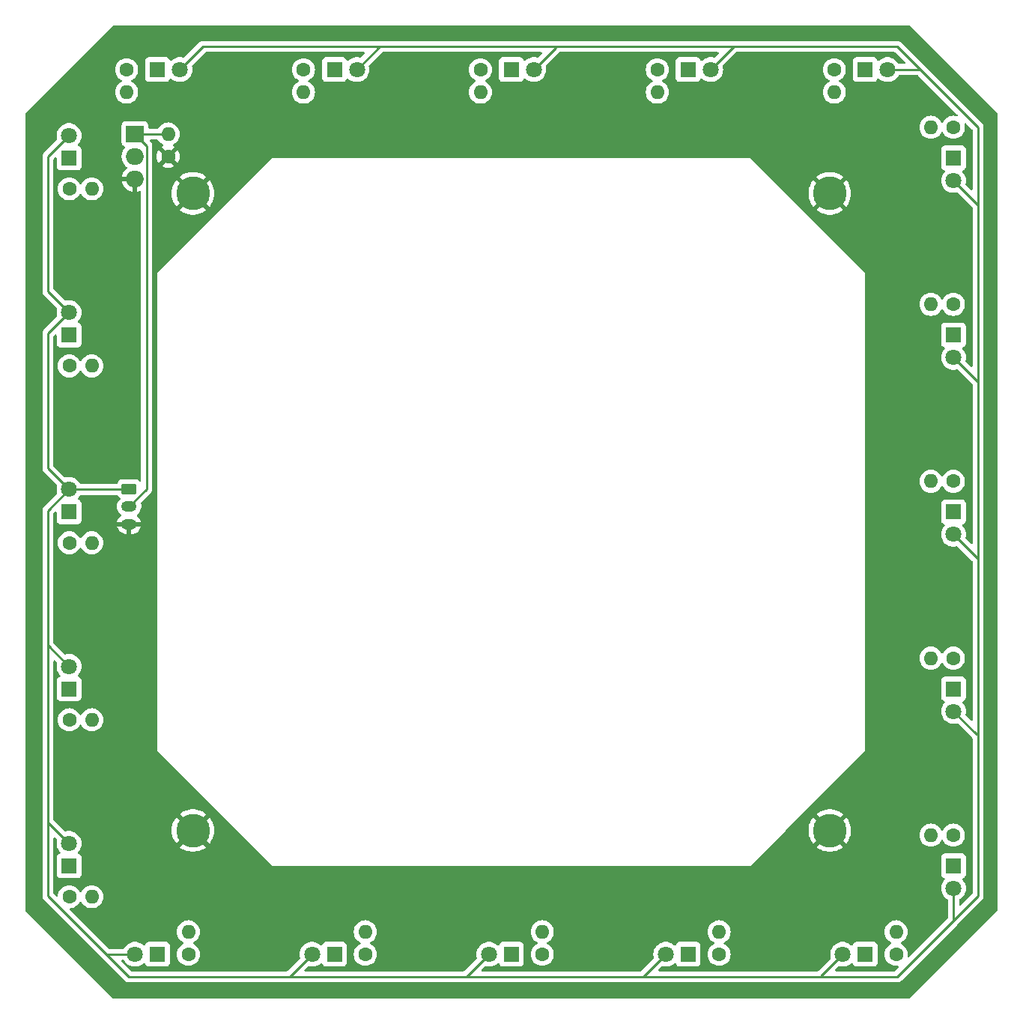
<source format=gbr>
%TF.GenerationSoftware,KiCad,Pcbnew,7.0.6*%
%TF.CreationDate,2024-08-08T10:20:05+01:00*%
%TF.ProjectId,DMI_LightBox,444d495f-4c69-4676-9874-426f782e6b69,rev?*%
%TF.SameCoordinates,Original*%
%TF.FileFunction,Copper,L2,Bot*%
%TF.FilePolarity,Positive*%
%FSLAX46Y46*%
G04 Gerber Fmt 4.6, Leading zero omitted, Abs format (unit mm)*
G04 Created by KiCad (PCBNEW 7.0.6) date 2024-08-08 10:20:05*
%MOMM*%
%LPD*%
G01*
G04 APERTURE LIST*
G04 Aperture macros list*
%AMRoundRect*
0 Rectangle with rounded corners*
0 $1 Rounding radius*
0 $2 $3 $4 $5 $6 $7 $8 $9 X,Y pos of 4 corners*
0 Add a 4 corners polygon primitive as box body*
4,1,4,$2,$3,$4,$5,$6,$7,$8,$9,$2,$3,0*
0 Add four circle primitives for the rounded corners*
1,1,$1+$1,$2,$3*
1,1,$1+$1,$4,$5*
1,1,$1+$1,$6,$7*
1,1,$1+$1,$8,$9*
0 Add four rect primitives between the rounded corners*
20,1,$1+$1,$2,$3,$4,$5,0*
20,1,$1+$1,$4,$5,$6,$7,0*
20,1,$1+$1,$6,$7,$8,$9,0*
20,1,$1+$1,$8,$9,$2,$3,0*%
G04 Aperture macros list end*
%TA.AperFunction,ComponentPad*%
%ADD10C,3.800000*%
%TD*%
%TA.AperFunction,ComponentPad*%
%ADD11C,1.600000*%
%TD*%
%TA.AperFunction,ComponentPad*%
%ADD12O,1.600000X1.600000*%
%TD*%
%TA.AperFunction,ComponentPad*%
%ADD13R,1.800000X1.800000*%
%TD*%
%TA.AperFunction,ComponentPad*%
%ADD14C,1.800000*%
%TD*%
%TA.AperFunction,ComponentPad*%
%ADD15R,2.000000X1.905000*%
%TD*%
%TA.AperFunction,ComponentPad*%
%ADD16O,2.000000X1.905000*%
%TD*%
%TA.AperFunction,ComponentPad*%
%ADD17RoundRect,0.250000X-0.625000X0.350000X-0.625000X-0.350000X0.625000X-0.350000X0.625000X0.350000X0*%
%TD*%
%TA.AperFunction,ComponentPad*%
%ADD18O,1.750000X1.200000*%
%TD*%
%TA.AperFunction,Conductor*%
%ADD19C,0.250000*%
%TD*%
G04 APERTURE END LIST*
D10*
%TO.P,,3*%
%TO.N,GND*%
X138305001Y-133319999D03*
%TD*%
D11*
%TO.P,R14,1*%
%TO.N,Net-(D14-K)*%
X157797500Y-147320000D03*
D12*
%TO.P,R14,2*%
%TO.N,VOUT*%
X157797500Y-144780000D03*
%TD*%
D13*
%TO.P,D18,1,K*%
%TO.N,Net-(D18-K)*%
X124305000Y-97319999D03*
D14*
%TO.P,D18,2,A*%
%TO.N,VIN*%
X124305000Y-94779999D03*
%TD*%
D13*
%TO.P,D8,1,K*%
%TO.N,Net-(D8-K)*%
X224305002Y-97320000D03*
D14*
%TO.P,D8,2,A*%
%TO.N,VIN*%
X224305002Y-99860000D03*
%TD*%
D13*
%TO.P,D2,1,K*%
%TO.N,Net-(D2-K)*%
X154305002Y-47319999D03*
D14*
%TO.P,D2,2,A*%
%TO.N,VIN*%
X156845002Y-47319999D03*
%TD*%
D11*
%TO.P,R12,1*%
%TO.N,Net-(D12-K)*%
X197802500Y-147320000D03*
D12*
%TO.P,R12,2*%
%TO.N,VOUT*%
X197802500Y-144780000D03*
%TD*%
D13*
%TO.P,D13,1,K*%
%TO.N,Net-(D13-K)*%
X174305000Y-147320000D03*
D14*
%TO.P,D13,2,A*%
%TO.N,VIN*%
X171765000Y-147320000D03*
%TD*%
D13*
%TO.P,D14,1,K*%
%TO.N,Net-(D14-K)*%
X154305000Y-147320000D03*
D14*
%TO.P,D14,2,A*%
%TO.N,VIN*%
X151765000Y-147320000D03*
%TD*%
D13*
%TO.P,D17,1,K*%
%TO.N,Net-(D17-K)*%
X124305000Y-117319999D03*
D14*
%TO.P,D17,2,A*%
%TO.N,VIN*%
X124305000Y-114779999D03*
%TD*%
D13*
%TO.P,D5,1,K*%
%TO.N,Net-(D5-K)*%
X214305002Y-47319999D03*
D14*
%TO.P,D5,2,A*%
%TO.N,VIN*%
X216845002Y-47319999D03*
%TD*%
D11*
%TO.P,R9,1*%
%TO.N,Net-(D9-K)*%
X224282000Y-113855500D03*
D12*
%TO.P,R9,2*%
%TO.N,VOUT*%
X221742000Y-113855500D03*
%TD*%
D11*
%TO.P,R4,1*%
%TO.N,Net-(D4-K)*%
X190817500Y-47342000D03*
D12*
%TO.P,R4,2*%
%TO.N,VOUT*%
X190817500Y-49882000D03*
%TD*%
D10*
%TO.P,REF\u002A\u002A,1*%
%TO.N,GND*%
X210305001Y-61319999D03*
%TD*%
D11*
%TO.P,R17,1*%
%TO.N,Net-(D17-K)*%
X124333000Y-120815100D03*
D12*
%TO.P,R17,2*%
%TO.N,VOUT*%
X126873000Y-120815100D03*
%TD*%
D13*
%TO.P,D1,1,K*%
%TO.N,Net-(D1-K)*%
X134305002Y-47319999D03*
D14*
%TO.P,D1,2,A*%
%TO.N,VIN*%
X136845002Y-47319999D03*
%TD*%
D13*
%TO.P,D11,1,K*%
%TO.N,Net-(D11-K)*%
X214305000Y-147320000D03*
D14*
%TO.P,D11,2,A*%
%TO.N,VIN*%
X211765000Y-147320000D03*
%TD*%
D11*
%TO.P,R5,1*%
%TO.N,Net-(D5-K)*%
X210820000Y-47342000D03*
D12*
%TO.P,R5,2*%
%TO.N,VOUT*%
X210820000Y-49882000D03*
%TD*%
D13*
%TO.P,D6,1,K*%
%TO.N,Net-(D6-K)*%
X224305002Y-57320000D03*
D14*
%TO.P,D6,2,A*%
%TO.N,VIN*%
X224305002Y-59860000D03*
%TD*%
D11*
%TO.P,R3,1*%
%TO.N,Net-(D3-K)*%
X170815000Y-47342000D03*
D12*
%TO.P,R3,2*%
%TO.N,VOUT*%
X170815000Y-49882000D03*
%TD*%
D11*
%TO.P,R16,1*%
%TO.N,Net-(D16-K)*%
X124333000Y-140817600D03*
D12*
%TO.P,R16,2*%
%TO.N,VOUT*%
X126873000Y-140817600D03*
%TD*%
D13*
%TO.P,D3,1,K*%
%TO.N,Net-(D3-K)*%
X174305002Y-47319999D03*
D14*
%TO.P,D3,2,A*%
%TO.N,VIN*%
X176845002Y-47319999D03*
%TD*%
D13*
%TO.P,D15,1,K*%
%TO.N,Net-(D15-K)*%
X134305000Y-147320000D03*
D14*
%TO.P,D15,2,A*%
%TO.N,VIN*%
X131765000Y-147320000D03*
%TD*%
D11*
%TO.P,R1,1*%
%TO.N,Net-(D1-K)*%
X130810000Y-47342000D03*
D12*
%TO.P,R1,2*%
%TO.N,VOUT*%
X130810000Y-49882000D03*
%TD*%
D11*
%TO.P,R6,1*%
%TO.N,Net-(D6-K)*%
X224282000Y-53848000D03*
D12*
%TO.P,R6,2*%
%TO.N,VOUT*%
X221742000Y-53848000D03*
%TD*%
D11*
%TO.P,R11,1*%
%TO.N,Net-(D11-K)*%
X217805000Y-147320000D03*
D12*
%TO.P,R11,2*%
%TO.N,VOUT*%
X217805000Y-144780000D03*
%TD*%
D13*
%TO.P,D7,1,K*%
%TO.N,Net-(D7-K)*%
X224305002Y-77320000D03*
D14*
%TO.P,D7,2,A*%
%TO.N,VIN*%
X224305002Y-79860000D03*
%TD*%
D13*
%TO.P,D4,1,K*%
%TO.N,Net-(D4-K)*%
X194305002Y-47319999D03*
D14*
%TO.P,D4,2,A*%
%TO.N,VIN*%
X196845002Y-47319999D03*
%TD*%
D13*
%TO.P,D19,1,K*%
%TO.N,Net-(D19-K)*%
X124305000Y-77319999D03*
D14*
%TO.P,D19,2,A*%
%TO.N,VIN*%
X124305000Y-74779999D03*
%TD*%
D11*
%TO.P,R15,1*%
%TO.N,Net-(D15-K)*%
X137795000Y-147320000D03*
D12*
%TO.P,R15,2*%
%TO.N,VOUT*%
X137795000Y-144780000D03*
%TD*%
D13*
%TO.P,D16,1,K*%
%TO.N,Net-(D16-K)*%
X124305000Y-137319999D03*
D14*
%TO.P,D16,2,A*%
%TO.N,VIN*%
X124305000Y-134779999D03*
%TD*%
D11*
%TO.P,R19,1*%
%TO.N,Net-(D19-K)*%
X124333000Y-80810100D03*
D12*
%TO.P,R19,2*%
%TO.N,VOUT*%
X126873000Y-80810100D03*
%TD*%
D11*
%TO.P,R10,1*%
%TO.N,Net-(D10-K)*%
X224282000Y-133858000D03*
D12*
%TO.P,R10,2*%
%TO.N,VOUT*%
X221742000Y-133858000D03*
%TD*%
D13*
%TO.P,D10,1,K*%
%TO.N,Net-(D10-K)*%
X224305002Y-137320000D03*
D14*
%TO.P,D10,2,A*%
%TO.N,VIN*%
X224305002Y-139860000D03*
%TD*%
D10*
%TO.P,,4*%
%TO.N,GND*%
X138305001Y-61319999D03*
%TD*%
D11*
%TO.P,R2,1*%
%TO.N,Net-(D2-K)*%
X150812500Y-47342000D03*
D12*
%TO.P,R2,2*%
%TO.N,VOUT*%
X150812500Y-49882000D03*
%TD*%
D11*
%TO.P,R20,1*%
%TO.N,Net-(D20-K)*%
X124333000Y-60807600D03*
D12*
%TO.P,R20,2*%
%TO.N,VOUT*%
X126873000Y-60807600D03*
%TD*%
D10*
%TO.P,,2*%
%TO.N,GND*%
X210305001Y-133319999D03*
%TD*%
D13*
%TO.P,D9,1,K*%
%TO.N,Net-(D9-K)*%
X224305002Y-117320000D03*
D14*
%TO.P,D9,2,A*%
%TO.N,VIN*%
X224305002Y-119860000D03*
%TD*%
D11*
%TO.P,R8,1*%
%TO.N,Net-(D8-K)*%
X224282000Y-93853000D03*
D12*
%TO.P,R8,2*%
%TO.N,VOUT*%
X221742000Y-93853000D03*
%TD*%
D13*
%TO.P,D20,1,K*%
%TO.N,Net-(D20-K)*%
X124305000Y-57319999D03*
D14*
%TO.P,D20,2,A*%
%TO.N,VIN*%
X124305000Y-54779999D03*
%TD*%
D11*
%TO.P,R18,1*%
%TO.N,Net-(D18-K)*%
X124333000Y-100812600D03*
D12*
%TO.P,R18,2*%
%TO.N,VOUT*%
X126873000Y-100812600D03*
%TD*%
D11*
%TO.P,R13,1*%
%TO.N,Net-(D13-K)*%
X177800000Y-147320000D03*
D12*
%TO.P,R13,2*%
%TO.N,VOUT*%
X177800000Y-144780000D03*
%TD*%
D11*
%TO.P,R7,1*%
%TO.N,Net-(D7-K)*%
X224282000Y-73850500D03*
D12*
%TO.P,R7,2*%
%TO.N,VOUT*%
X221742000Y-73850500D03*
%TD*%
D13*
%TO.P,D12,1,K*%
%TO.N,Net-(D12-K)*%
X194305000Y-147320000D03*
D14*
%TO.P,D12,2,A*%
%TO.N,VIN*%
X191765000Y-147320000D03*
%TD*%
D15*
%TO.P,Q1,1,G*%
%TO.N,SIG*%
X131755000Y-54610000D03*
D16*
%TO.P,Q1,2,D*%
%TO.N,VOUT*%
X131755000Y-57150000D03*
%TO.P,Q1,3,S*%
%TO.N,GND*%
X131755000Y-59690000D03*
%TD*%
D17*
%TO.P,J1,1,Pin_1*%
%TO.N,VIN*%
X131092415Y-94716584D03*
D18*
%TO.P,J1,2,Pin_2*%
%TO.N,SIG*%
X131092415Y-96716584D03*
%TO.P,J1,3,Pin_3*%
%TO.N,GND*%
X131092415Y-98716584D03*
%TD*%
D11*
%TO.P,R21,1*%
%TO.N,GND*%
X135509000Y-57150000D03*
D12*
%TO.P,R21,2*%
%TO.N,SIG*%
X135509000Y-54610000D03*
%TD*%
D19*
%TO.N,SIG*%
X133080000Y-94728999D02*
X131092415Y-96716584D01*
X133080000Y-55935000D02*
X133080000Y-94728999D01*
X131755000Y-54610000D02*
X133080000Y-55935000D01*
X131755000Y-54610000D02*
X135509000Y-54610000D01*
%TO.N,VIN*%
X121920000Y-140716000D02*
X128524000Y-147320000D01*
X224305002Y-143486998D02*
X224282000Y-143510000D01*
X216845002Y-47319999D02*
X220396001Y-47319999D01*
X169225000Y-149860000D02*
X169164000Y-149860000D01*
X148844000Y-149860000D02*
X169164000Y-149860000D01*
X121920000Y-138176000D02*
X121920000Y-140716000D01*
X124305000Y-74779999D02*
X121920000Y-77164999D01*
X139461001Y-44704000D02*
X136845002Y-47319999D01*
X131092415Y-94716584D02*
X131029000Y-94779999D01*
X171765000Y-147320000D02*
X169225000Y-149860000D01*
X209296000Y-149789000D02*
X209296000Y-149860000D01*
X179324000Y-44841001D02*
X179324000Y-44704000D01*
X224305002Y-79860000D02*
X227076000Y-82630998D01*
X131029000Y-94779999D02*
X124305000Y-94779999D01*
X121920000Y-77164999D02*
X121920000Y-77216000D01*
X188468000Y-149860000D02*
X209296000Y-149860000D01*
X156845002Y-47319999D02*
X159461001Y-44704000D01*
X179324000Y-44704000D02*
X159512000Y-44704000D01*
X211765000Y-147320000D02*
X209296000Y-149789000D01*
X124305000Y-94779999D02*
X121920000Y-92394999D01*
X191765000Y-147320000D02*
X189225000Y-149860000D01*
X227076000Y-82804000D02*
X227076000Y-62992000D01*
X124305000Y-94779999D02*
X121920000Y-97164999D01*
X159461001Y-44704000D02*
X159512000Y-44704000D01*
X159512000Y-44704000D02*
X139461001Y-44704000D01*
X196845002Y-47319999D02*
X199461001Y-44704000D01*
X131064000Y-149860000D02*
X148844000Y-149860000D01*
X121920000Y-112268000D02*
X121920000Y-131572000D01*
X124305000Y-54779999D02*
X121920000Y-57164999D01*
X224282000Y-143510000D02*
X227076000Y-140716000D01*
X220472000Y-47244000D02*
X217932000Y-44704000D01*
X224305002Y-99860000D02*
X227061002Y-102616000D01*
X121920000Y-132588000D02*
X121920000Y-138176000D01*
X209296000Y-149860000D02*
X217932000Y-149860000D01*
X217932000Y-44704000D02*
X199644000Y-44704000D01*
X227076000Y-53848000D02*
X220472000Y-47244000D01*
X121920000Y-72394999D02*
X124305000Y-74779999D01*
X121920000Y-131572000D02*
X121920000Y-132588000D01*
X169164000Y-149860000D02*
X188468000Y-149860000D01*
X121920000Y-77216000D02*
X121920000Y-91440000D01*
X151765000Y-147320000D02*
X149225000Y-149860000D01*
X227076000Y-82630998D02*
X227076000Y-82804000D01*
X124305000Y-134779999D02*
X121920000Y-132394999D01*
X124305000Y-114779999D02*
X121920000Y-112394999D01*
X199644000Y-44704000D02*
X179324000Y-44704000D01*
X131765000Y-147320000D02*
X128524000Y-147320000D01*
X121920000Y-112394999D02*
X121920000Y-112268000D01*
X121920000Y-57164999D02*
X121920000Y-72394999D01*
X227076000Y-140716000D02*
X227076000Y-122428000D01*
X217932000Y-149860000D02*
X224282000Y-143510000D01*
X227076000Y-62992000D02*
X227076000Y-53848000D01*
X128524000Y-147320000D02*
X131064000Y-149860000D01*
X199461001Y-44704000D02*
X199644000Y-44704000D01*
X121920000Y-97536000D02*
X121920000Y-112268000D01*
X176845002Y-47319999D02*
X179324000Y-44841001D01*
X224305002Y-119860000D02*
X226873002Y-122428000D01*
X224305002Y-59860000D02*
X227076000Y-62630998D01*
X227076000Y-62630998D02*
X227076000Y-62992000D01*
X121920000Y-132394999D02*
X121920000Y-131572000D01*
X227061002Y-102616000D02*
X227076000Y-102616000D01*
X227076000Y-102616000D02*
X227076000Y-82804000D01*
X227076000Y-122428000D02*
X227076000Y-102616000D01*
X220396001Y-47319999D02*
X220472000Y-47244000D01*
X226873002Y-122428000D02*
X227076000Y-122428000D01*
X149225000Y-149860000D02*
X148844000Y-149860000D01*
X121920000Y-97164999D02*
X121920000Y-97536000D01*
X224305002Y-139860000D02*
X224305002Y-143486998D01*
X189225000Y-149860000D02*
X188468000Y-149860000D01*
X121920000Y-92394999D02*
X121920000Y-91440000D01*
%TD*%
%TA.AperFunction,Conductor*%
%TO.N,GND*%
G36*
X219320470Y-42340184D02*
G01*
X219341112Y-42356818D01*
X229268182Y-52283887D01*
X229301667Y-52345210D01*
X229304501Y-52371568D01*
X229304501Y-142268429D01*
X229284816Y-142335468D01*
X229268182Y-142356110D01*
X219341112Y-152283180D01*
X219279789Y-152316665D01*
X219253431Y-152319499D01*
X129356570Y-152319499D01*
X129289531Y-152299814D01*
X129268889Y-152283180D01*
X119416319Y-142430609D01*
X119382834Y-142369286D01*
X119380000Y-142342928D01*
X119380000Y-97145196D01*
X121289839Y-97145196D01*
X121294224Y-97191584D01*
X121294499Y-97197420D01*
X121294499Y-97508334D01*
X121294500Y-97508344D01*
X121294500Y-112188982D01*
X121294499Y-112312255D01*
X121292776Y-112327871D01*
X121293061Y-112327898D01*
X121292326Y-112335664D01*
X121294500Y-112404813D01*
X121294499Y-131517642D01*
X121294500Y-131517647D01*
X121294500Y-132312254D01*
X121292775Y-132327871D01*
X121293061Y-132327898D01*
X121292326Y-132335664D01*
X121294500Y-132404813D01*
X121294500Y-140633255D01*
X121292775Y-140648872D01*
X121293061Y-140648899D01*
X121292326Y-140656665D01*
X121294500Y-140725814D01*
X121294500Y-140755343D01*
X121294501Y-140755360D01*
X121295368Y-140762231D01*
X121295826Y-140768050D01*
X121297290Y-140814624D01*
X121297291Y-140814627D01*
X121302880Y-140833867D01*
X121306824Y-140852911D01*
X121309336Y-140872792D01*
X121316899Y-140891895D01*
X121326490Y-140916119D01*
X121328382Y-140921647D01*
X121341381Y-140966388D01*
X121351580Y-140983634D01*
X121360138Y-141001103D01*
X121367514Y-141019732D01*
X121394898Y-141057423D01*
X121398106Y-141062307D01*
X121421827Y-141102416D01*
X121421833Y-141102424D01*
X121435990Y-141116580D01*
X121448628Y-141131376D01*
X121460405Y-141147586D01*
X121460406Y-141147587D01*
X121496309Y-141177288D01*
X121500620Y-141181210D01*
X126412670Y-146093261D01*
X128023197Y-147703788D01*
X128033022Y-147716051D01*
X128033243Y-147715869D01*
X128038214Y-147721878D01*
X128064217Y-147746295D01*
X128088635Y-147769226D01*
X128099850Y-147780441D01*
X128111064Y-147791656D01*
X128111092Y-147791682D01*
X130563197Y-150243788D01*
X130573022Y-150256051D01*
X130573243Y-150255869D01*
X130578214Y-150261878D01*
X130599043Y-150281437D01*
X130628635Y-150309226D01*
X130649529Y-150330120D01*
X130655011Y-150334373D01*
X130659443Y-150338157D01*
X130693418Y-150370062D01*
X130710976Y-150379714D01*
X130727235Y-150390395D01*
X130743064Y-150402673D01*
X130785838Y-150421182D01*
X130791056Y-150423738D01*
X130831908Y-150446197D01*
X130851316Y-150451180D01*
X130869717Y-150457480D01*
X130888104Y-150465437D01*
X130931488Y-150472308D01*
X130934119Y-150472725D01*
X130939839Y-150473909D01*
X130984981Y-150485500D01*
X131005016Y-150485500D01*
X131024414Y-150487026D01*
X131044194Y-150490159D01*
X131044195Y-150490160D01*
X131044195Y-150490159D01*
X131044196Y-150490160D01*
X131090583Y-150485775D01*
X131096422Y-150485500D01*
X148764981Y-150485500D01*
X149142257Y-150485500D01*
X149157877Y-150487224D01*
X149157904Y-150486939D01*
X149165660Y-150487671D01*
X149165667Y-150487673D01*
X149234814Y-150485500D01*
X169084981Y-150485500D01*
X169142257Y-150485500D01*
X169157877Y-150487224D01*
X169157904Y-150486939D01*
X169165660Y-150487671D01*
X169165667Y-150487673D01*
X169234814Y-150485500D01*
X169264350Y-150485500D01*
X188388981Y-150485500D01*
X189142257Y-150485500D01*
X189157877Y-150487224D01*
X189157904Y-150486939D01*
X189165660Y-150487671D01*
X189165667Y-150487673D01*
X189234814Y-150485500D01*
X209216981Y-150485500D01*
X209225153Y-150485500D01*
X209248385Y-150487696D01*
X209249989Y-150488001D01*
X209256412Y-150489227D01*
X209313724Y-150485621D01*
X209317597Y-150485500D01*
X217849257Y-150485500D01*
X217864877Y-150487224D01*
X217864904Y-150486939D01*
X217872660Y-150487671D01*
X217872667Y-150487673D01*
X217941814Y-150485500D01*
X217971350Y-150485500D01*
X217978228Y-150484630D01*
X217984041Y-150484172D01*
X218030627Y-150482709D01*
X218049869Y-150477117D01*
X218068912Y-150473174D01*
X218088792Y-150470664D01*
X218132122Y-150453507D01*
X218137646Y-150451617D01*
X218141396Y-150450527D01*
X218182390Y-150438618D01*
X218199629Y-150428422D01*
X218217103Y-150419862D01*
X218235727Y-150412488D01*
X218235727Y-150412487D01*
X218235732Y-150412486D01*
X218273449Y-150385082D01*
X218278305Y-150381892D01*
X218318420Y-150358170D01*
X218332589Y-150343999D01*
X218347379Y-150331368D01*
X218363587Y-150319594D01*
X218393299Y-150283676D01*
X218397212Y-150279376D01*
X224688790Y-143987799D01*
X224701044Y-143977984D01*
X224700861Y-143977762D01*
X224706868Y-143972790D01*
X224706879Y-143972784D01*
X224737787Y-143939870D01*
X224754244Y-143922346D01*
X226728422Y-141948167D01*
X227459786Y-141216802D01*
X227472048Y-141206980D01*
X227471865Y-141206759D01*
X227477867Y-141201792D01*
X227477877Y-141201786D01*
X227525241Y-141151348D01*
X227546120Y-141130470D01*
X227550373Y-141124986D01*
X227554150Y-141120563D01*
X227586062Y-141086582D01*
X227595714Y-141069023D01*
X227606389Y-141052772D01*
X227618674Y-141036936D01*
X227637186Y-140994152D01*
X227639742Y-140988935D01*
X227657383Y-140956848D01*
X227662194Y-140948098D01*
X227662194Y-140948097D01*
X227662197Y-140948092D01*
X227667180Y-140928680D01*
X227673477Y-140910291D01*
X227681438Y-140891895D01*
X227688729Y-140845853D01*
X227689908Y-140840162D01*
X227701500Y-140795019D01*
X227701500Y-140774974D01*
X227703025Y-140755591D01*
X227706160Y-140735804D01*
X227701775Y-140689415D01*
X227701500Y-140683577D01*
X227701500Y-122498844D01*
X227703697Y-122475608D01*
X227705227Y-122467587D01*
X227704934Y-122462936D01*
X227701620Y-122410274D01*
X227701499Y-122406398D01*
X227701500Y-122388649D01*
X227701500Y-102686844D01*
X227703697Y-102663606D01*
X227705227Y-102655588D01*
X227701621Y-102598275D01*
X227701500Y-102594403D01*
X227701500Y-82764649D01*
X227701499Y-82713749D01*
X227703224Y-82698126D01*
X227702938Y-82698099D01*
X227703671Y-82690339D01*
X227703673Y-82690331D01*
X227701500Y-82621183D01*
X227701500Y-62952650D01*
X227701500Y-62952649D01*
X227701500Y-62713740D01*
X227703224Y-62698120D01*
X227702939Y-62698094D01*
X227703671Y-62690338D01*
X227703673Y-62690331D01*
X227701500Y-62621183D01*
X227701500Y-53930736D01*
X227703224Y-53915123D01*
X227702938Y-53915096D01*
X227703672Y-53907333D01*
X227701500Y-53838202D01*
X227701500Y-53808651D01*
X227701500Y-53808650D01*
X227700629Y-53801759D01*
X227700172Y-53795945D01*
X227698709Y-53749374D01*
X227698709Y-53749372D01*
X227693120Y-53730137D01*
X227689174Y-53711084D01*
X227686664Y-53691208D01*
X227669501Y-53647859D01*
X227667614Y-53642346D01*
X227661503Y-53621313D01*
X227654617Y-53597610D01*
X227644421Y-53580369D01*
X227635860Y-53562893D01*
X227630762Y-53550017D01*
X227628486Y-53544268D01*
X227628486Y-53544267D01*
X227618474Y-53530488D01*
X227601083Y-53506550D01*
X227597900Y-53501705D01*
X227574170Y-53461579D01*
X227574165Y-53461573D01*
X227560005Y-53447413D01*
X227547370Y-53432620D01*
X227535593Y-53416412D01*
X227499693Y-53386713D01*
X227495381Y-53382790D01*
X220964391Y-46851801D01*
X220949521Y-46833827D01*
X220944924Y-46827062D01*
X220944921Y-46827059D01*
X220944919Y-46827056D01*
X220901852Y-46789089D01*
X220899028Y-46786437D01*
X220886471Y-46773880D01*
X218432803Y-44320212D01*
X218422980Y-44307950D01*
X218422759Y-44308134D01*
X218417786Y-44302123D01*
X218399159Y-44284631D01*
X218367364Y-44254773D01*
X218356919Y-44244328D01*
X218346475Y-44233883D01*
X218340986Y-44229625D01*
X218336561Y-44225847D01*
X218302582Y-44193938D01*
X218302580Y-44193936D01*
X218302577Y-44193935D01*
X218285029Y-44184288D01*
X218268763Y-44173604D01*
X218252933Y-44161325D01*
X218210168Y-44142818D01*
X218204922Y-44140248D01*
X218164093Y-44117803D01*
X218164092Y-44117802D01*
X218144693Y-44112822D01*
X218126281Y-44106518D01*
X218107898Y-44098562D01*
X218107892Y-44098560D01*
X218061874Y-44091272D01*
X218056152Y-44090087D01*
X218011021Y-44078500D01*
X218011019Y-44078500D01*
X217990984Y-44078500D01*
X217971586Y-44076973D01*
X217957695Y-44074773D01*
X217951805Y-44073840D01*
X217951804Y-44073840D01*
X217905416Y-44078225D01*
X217899578Y-44078500D01*
X199543738Y-44078500D01*
X199528121Y-44076776D01*
X199528094Y-44077062D01*
X199520332Y-44076327D01*
X199451204Y-44078500D01*
X179394847Y-44078500D01*
X179371615Y-44076304D01*
X179363588Y-44074773D01*
X179363586Y-44074773D01*
X179354633Y-44075336D01*
X179306275Y-44078378D01*
X179302403Y-44078500D01*
X159543738Y-44078500D01*
X159528121Y-44076776D01*
X159528094Y-44077062D01*
X159520332Y-44076327D01*
X159451204Y-44078500D01*
X139543738Y-44078500D01*
X139528121Y-44076776D01*
X139528094Y-44077062D01*
X139520332Y-44076327D01*
X139451204Y-44078500D01*
X139421651Y-44078500D01*
X139420930Y-44078590D01*
X139414758Y-44079369D01*
X139408946Y-44079826D01*
X139362374Y-44081290D01*
X139362373Y-44081290D01*
X139343130Y-44086881D01*
X139324080Y-44090825D01*
X139304212Y-44093334D01*
X139304210Y-44093335D01*
X139260885Y-44110488D01*
X139255358Y-44112380D01*
X139210611Y-44125381D01*
X139210610Y-44125382D01*
X139193368Y-44135579D01*
X139175900Y-44144137D01*
X139157270Y-44151513D01*
X139157268Y-44151514D01*
X139119577Y-44178898D01*
X139114695Y-44182105D01*
X139074580Y-44205830D01*
X139060409Y-44220000D01*
X139045624Y-44232628D01*
X139029413Y-44244407D01*
X138999710Y-44280310D01*
X138995778Y-44284631D01*
X137343521Y-45936887D01*
X137282198Y-45970372D01*
X137215577Y-45966487D01*
X137189985Y-45957701D01*
X136999452Y-45925907D01*
X136961051Y-45919499D01*
X136728953Y-45919499D01*
X136690552Y-45925907D01*
X136500017Y-45957701D01*
X136280506Y-46033060D01*
X136280497Y-46033063D01*
X136076373Y-46143530D01*
X136076367Y-46143534D01*
X135893224Y-46286080D01*
X135893220Y-46286084D01*
X135884868Y-46295157D01*
X135824981Y-46331147D01*
X135755143Y-46329046D01*
X135697527Y-46289521D01*
X135677457Y-46254506D01*
X135648799Y-46177670D01*
X135648795Y-46177663D01*
X135562549Y-46062454D01*
X135562546Y-46062451D01*
X135447337Y-45976205D01*
X135447330Y-45976201D01*
X135312484Y-45925907D01*
X135312485Y-45925907D01*
X135252885Y-45919500D01*
X135252883Y-45919499D01*
X135252875Y-45919499D01*
X135252866Y-45919499D01*
X133357131Y-45919499D01*
X133357125Y-45919500D01*
X133297518Y-45925907D01*
X133162673Y-45976201D01*
X133162666Y-45976205D01*
X133047457Y-46062451D01*
X133047454Y-46062454D01*
X132961208Y-46177663D01*
X132961204Y-46177670D01*
X132910910Y-46312516D01*
X132904503Y-46372115D01*
X132904502Y-46372134D01*
X132904502Y-48267869D01*
X132904503Y-48267875D01*
X132910910Y-48327482D01*
X132961204Y-48462327D01*
X132961208Y-48462334D01*
X133047454Y-48577543D01*
X133047457Y-48577546D01*
X133162666Y-48663792D01*
X133162673Y-48663796D01*
X133297519Y-48714090D01*
X133297518Y-48714090D01*
X133304446Y-48714834D01*
X133357129Y-48720499D01*
X135252874Y-48720498D01*
X135312485Y-48714090D01*
X135447333Y-48663795D01*
X135562548Y-48577545D01*
X135648798Y-48462330D01*
X135677456Y-48385492D01*
X135719328Y-48329558D01*
X135784792Y-48305140D01*
X135853065Y-48319991D01*
X135884868Y-48344842D01*
X135892304Y-48352919D01*
X135893217Y-48353911D01*
X135893224Y-48353917D01*
X136076367Y-48496463D01*
X136076373Y-48496467D01*
X136076376Y-48496469D01*
X136280499Y-48606935D01*
X136394489Y-48646067D01*
X136500017Y-48682296D01*
X136500019Y-48682296D01*
X136500021Y-48682297D01*
X136728953Y-48720499D01*
X136728954Y-48720499D01*
X136961050Y-48720499D01*
X136961051Y-48720499D01*
X137189983Y-48682297D01*
X137409505Y-48606935D01*
X137613628Y-48496469D01*
X137644338Y-48472567D01*
X137675131Y-48448599D01*
X137796786Y-48353912D01*
X137953981Y-48183152D01*
X138080926Y-47988848D01*
X138174159Y-47776299D01*
X138231136Y-47551304D01*
X138248479Y-47342000D01*
X138250302Y-47320005D01*
X138250302Y-47319992D01*
X138231137Y-47088701D01*
X138231134Y-47088685D01*
X138221742Y-47051601D01*
X138193825Y-46941360D01*
X138196449Y-46871543D01*
X138226347Y-46823242D01*
X139683772Y-45365819D01*
X139745096Y-45332334D01*
X139771454Y-45329500D01*
X157651548Y-45329500D01*
X157718587Y-45349185D01*
X157764342Y-45401989D01*
X157774286Y-45471147D01*
X157745261Y-45534703D01*
X157739229Y-45541181D01*
X157343521Y-45936887D01*
X157282198Y-45970372D01*
X157215577Y-45966487D01*
X157189985Y-45957701D01*
X156999452Y-45925907D01*
X156961051Y-45919499D01*
X156728953Y-45919499D01*
X156690552Y-45925907D01*
X156500017Y-45957701D01*
X156280506Y-46033060D01*
X156280497Y-46033063D01*
X156076373Y-46143530D01*
X156076367Y-46143534D01*
X155893224Y-46286080D01*
X155893220Y-46286084D01*
X155884868Y-46295157D01*
X155824981Y-46331147D01*
X155755143Y-46329046D01*
X155697527Y-46289521D01*
X155677457Y-46254506D01*
X155648799Y-46177670D01*
X155648795Y-46177663D01*
X155562549Y-46062454D01*
X155562546Y-46062451D01*
X155447337Y-45976205D01*
X155447330Y-45976201D01*
X155312484Y-45925907D01*
X155312485Y-45925907D01*
X155252885Y-45919500D01*
X155252883Y-45919499D01*
X155252875Y-45919499D01*
X155252866Y-45919499D01*
X153357131Y-45919499D01*
X153357125Y-45919500D01*
X153297518Y-45925907D01*
X153162673Y-45976201D01*
X153162666Y-45976205D01*
X153047457Y-46062451D01*
X153047454Y-46062454D01*
X152961208Y-46177663D01*
X152961204Y-46177670D01*
X152910910Y-46312516D01*
X152904503Y-46372115D01*
X152904502Y-46372134D01*
X152904502Y-48267869D01*
X152904503Y-48267875D01*
X152910910Y-48327482D01*
X152961204Y-48462327D01*
X152961208Y-48462334D01*
X153047454Y-48577543D01*
X153047457Y-48577546D01*
X153162666Y-48663792D01*
X153162673Y-48663796D01*
X153297519Y-48714090D01*
X153297518Y-48714090D01*
X153304446Y-48714834D01*
X153357129Y-48720499D01*
X155252874Y-48720498D01*
X155312485Y-48714090D01*
X155447333Y-48663795D01*
X155562548Y-48577545D01*
X155648798Y-48462330D01*
X155677456Y-48385492D01*
X155719328Y-48329558D01*
X155784792Y-48305140D01*
X155853065Y-48319991D01*
X155884868Y-48344842D01*
X155892304Y-48352919D01*
X155893217Y-48353911D01*
X155893224Y-48353917D01*
X156076367Y-48496463D01*
X156076373Y-48496467D01*
X156076376Y-48496469D01*
X156280499Y-48606935D01*
X156394489Y-48646067D01*
X156500017Y-48682296D01*
X156500019Y-48682296D01*
X156500021Y-48682297D01*
X156728953Y-48720499D01*
X156728954Y-48720499D01*
X156961050Y-48720499D01*
X156961051Y-48720499D01*
X157189983Y-48682297D01*
X157409505Y-48606935D01*
X157613628Y-48496469D01*
X157644338Y-48472567D01*
X157675131Y-48448599D01*
X157796786Y-48353912D01*
X157953981Y-48183152D01*
X158080926Y-47988848D01*
X158174159Y-47776299D01*
X158231136Y-47551304D01*
X158248479Y-47342000D01*
X158250302Y-47320005D01*
X158250302Y-47319992D01*
X158231137Y-47088701D01*
X158231134Y-47088685D01*
X158221742Y-47051601D01*
X158193825Y-46941360D01*
X158196449Y-46871543D01*
X158226347Y-46823242D01*
X159683772Y-45365819D01*
X159745096Y-45332334D01*
X159771454Y-45329500D01*
X177651549Y-45329500D01*
X177718588Y-45349185D01*
X177764343Y-45401989D01*
X177774287Y-45471147D01*
X177745262Y-45534703D01*
X177739230Y-45541181D01*
X177343522Y-45936887D01*
X177282199Y-45970372D01*
X177215579Y-45966487D01*
X177189988Y-45957701D01*
X176999206Y-45925865D01*
X176961051Y-45919499D01*
X176728953Y-45919499D01*
X176690552Y-45925907D01*
X176500017Y-45957701D01*
X176280506Y-46033060D01*
X176280497Y-46033063D01*
X176076373Y-46143530D01*
X176076367Y-46143534D01*
X175893224Y-46286080D01*
X175893220Y-46286084D01*
X175884868Y-46295157D01*
X175824981Y-46331147D01*
X175755143Y-46329046D01*
X175697527Y-46289521D01*
X175677457Y-46254506D01*
X175648799Y-46177670D01*
X175648795Y-46177663D01*
X175562549Y-46062454D01*
X175562546Y-46062451D01*
X175447337Y-45976205D01*
X175447330Y-45976201D01*
X175312484Y-45925907D01*
X175312485Y-45925907D01*
X175252885Y-45919500D01*
X175252883Y-45919499D01*
X175252875Y-45919499D01*
X175252866Y-45919499D01*
X173357131Y-45919499D01*
X173357125Y-45919500D01*
X173297518Y-45925907D01*
X173162673Y-45976201D01*
X173162666Y-45976205D01*
X173047457Y-46062451D01*
X173047454Y-46062454D01*
X172961208Y-46177663D01*
X172961204Y-46177670D01*
X172910910Y-46312516D01*
X172904503Y-46372115D01*
X172904502Y-46372134D01*
X172904502Y-48267869D01*
X172904503Y-48267875D01*
X172910910Y-48327482D01*
X172961204Y-48462327D01*
X172961208Y-48462334D01*
X173047454Y-48577543D01*
X173047457Y-48577546D01*
X173162666Y-48663792D01*
X173162673Y-48663796D01*
X173297519Y-48714090D01*
X173297518Y-48714090D01*
X173304446Y-48714834D01*
X173357129Y-48720499D01*
X175252874Y-48720498D01*
X175312485Y-48714090D01*
X175447333Y-48663795D01*
X175562548Y-48577545D01*
X175648798Y-48462330D01*
X175677456Y-48385492D01*
X175719328Y-48329558D01*
X175784792Y-48305140D01*
X175853065Y-48319991D01*
X175884868Y-48344842D01*
X175892304Y-48352919D01*
X175893217Y-48353911D01*
X175893224Y-48353917D01*
X176076367Y-48496463D01*
X176076373Y-48496467D01*
X176076376Y-48496469D01*
X176280499Y-48606935D01*
X176394489Y-48646067D01*
X176500017Y-48682296D01*
X176500019Y-48682296D01*
X176500021Y-48682297D01*
X176728953Y-48720499D01*
X176728954Y-48720499D01*
X176961050Y-48720499D01*
X176961051Y-48720499D01*
X177189983Y-48682297D01*
X177409505Y-48606935D01*
X177613628Y-48496469D01*
X177644338Y-48472567D01*
X177675131Y-48448599D01*
X177796786Y-48353912D01*
X177953981Y-48183152D01*
X178080926Y-47988848D01*
X178174159Y-47776299D01*
X178231136Y-47551304D01*
X178248479Y-47342000D01*
X178250302Y-47320005D01*
X178250302Y-47319992D01*
X178231137Y-47088701D01*
X178231134Y-47088685D01*
X178221742Y-47051601D01*
X178193825Y-46941360D01*
X178196449Y-46871543D01*
X178226347Y-46823242D01*
X179683770Y-45365819D01*
X179745094Y-45332334D01*
X179771452Y-45329500D01*
X197651548Y-45329500D01*
X197718587Y-45349185D01*
X197764342Y-45401989D01*
X197774286Y-45471147D01*
X197745261Y-45534703D01*
X197739229Y-45541181D01*
X197343521Y-45936887D01*
X197282198Y-45970372D01*
X197215577Y-45966487D01*
X197189985Y-45957701D01*
X196999452Y-45925907D01*
X196961051Y-45919499D01*
X196728953Y-45919499D01*
X196690552Y-45925907D01*
X196500017Y-45957701D01*
X196280506Y-46033060D01*
X196280497Y-46033063D01*
X196076373Y-46143530D01*
X196076367Y-46143534D01*
X195893224Y-46286080D01*
X195893220Y-46286084D01*
X195884868Y-46295157D01*
X195824981Y-46331147D01*
X195755143Y-46329046D01*
X195697527Y-46289521D01*
X195677457Y-46254506D01*
X195648799Y-46177670D01*
X195648795Y-46177663D01*
X195562549Y-46062454D01*
X195562546Y-46062451D01*
X195447337Y-45976205D01*
X195447330Y-45976201D01*
X195312484Y-45925907D01*
X195312485Y-45925907D01*
X195252885Y-45919500D01*
X195252883Y-45919499D01*
X195252875Y-45919499D01*
X195252866Y-45919499D01*
X193357131Y-45919499D01*
X193357125Y-45919500D01*
X193297518Y-45925907D01*
X193162673Y-45976201D01*
X193162666Y-45976205D01*
X193047457Y-46062451D01*
X193047454Y-46062454D01*
X192961208Y-46177663D01*
X192961204Y-46177670D01*
X192910910Y-46312516D01*
X192904503Y-46372115D01*
X192904502Y-46372134D01*
X192904502Y-48267869D01*
X192904503Y-48267875D01*
X192910910Y-48327482D01*
X192961204Y-48462327D01*
X192961208Y-48462334D01*
X193047454Y-48577543D01*
X193047457Y-48577546D01*
X193162666Y-48663792D01*
X193162673Y-48663796D01*
X193297519Y-48714090D01*
X193297518Y-48714090D01*
X193304446Y-48714834D01*
X193357129Y-48720499D01*
X195252874Y-48720498D01*
X195312485Y-48714090D01*
X195447333Y-48663795D01*
X195562548Y-48577545D01*
X195648798Y-48462330D01*
X195677456Y-48385492D01*
X195719328Y-48329558D01*
X195784792Y-48305140D01*
X195853065Y-48319991D01*
X195884868Y-48344842D01*
X195892304Y-48352919D01*
X195893217Y-48353911D01*
X195893224Y-48353917D01*
X196076367Y-48496463D01*
X196076373Y-48496467D01*
X196076376Y-48496469D01*
X196280499Y-48606935D01*
X196394489Y-48646067D01*
X196500017Y-48682296D01*
X196500019Y-48682296D01*
X196500021Y-48682297D01*
X196728953Y-48720499D01*
X196728954Y-48720499D01*
X196961050Y-48720499D01*
X196961051Y-48720499D01*
X197189983Y-48682297D01*
X197409505Y-48606935D01*
X197613628Y-48496469D01*
X197644338Y-48472567D01*
X197675131Y-48448599D01*
X197796786Y-48353912D01*
X197953981Y-48183152D01*
X198080926Y-47988848D01*
X198174159Y-47776299D01*
X198231136Y-47551304D01*
X198248479Y-47342000D01*
X198250302Y-47320005D01*
X198250302Y-47319992D01*
X198231137Y-47088701D01*
X198231134Y-47088685D01*
X198221742Y-47051601D01*
X198193825Y-46941360D01*
X198196449Y-46871543D01*
X198226347Y-46823242D01*
X199683772Y-45365819D01*
X199745096Y-45332334D01*
X199771454Y-45329500D01*
X217621548Y-45329500D01*
X217688587Y-45349185D01*
X217709229Y-45365819D01*
X218826227Y-46482818D01*
X218859712Y-46544141D01*
X218854728Y-46613833D01*
X218812856Y-46669766D01*
X218747392Y-46694183D01*
X218738546Y-46694499D01*
X218176353Y-46694499D01*
X218109314Y-46674814D01*
X218072544Y-46638320D01*
X217953985Y-46456851D01*
X217953982Y-46456848D01*
X217953981Y-46456846D01*
X217796786Y-46286086D01*
X217796781Y-46286082D01*
X217796779Y-46286080D01*
X217613636Y-46143534D01*
X217613630Y-46143530D01*
X217409506Y-46033063D01*
X217409497Y-46033060D01*
X217189986Y-45957701D01*
X216999452Y-45925907D01*
X216961051Y-45919499D01*
X216728953Y-45919499D01*
X216690552Y-45925907D01*
X216500017Y-45957701D01*
X216280506Y-46033060D01*
X216280497Y-46033063D01*
X216076373Y-46143530D01*
X216076367Y-46143534D01*
X215893224Y-46286080D01*
X215893220Y-46286084D01*
X215884868Y-46295157D01*
X215824981Y-46331147D01*
X215755143Y-46329046D01*
X215697527Y-46289521D01*
X215677457Y-46254506D01*
X215648799Y-46177670D01*
X215648795Y-46177663D01*
X215562549Y-46062454D01*
X215562546Y-46062451D01*
X215447337Y-45976205D01*
X215447330Y-45976201D01*
X215312484Y-45925907D01*
X215312485Y-45925907D01*
X215252885Y-45919500D01*
X215252883Y-45919499D01*
X215252875Y-45919499D01*
X215252866Y-45919499D01*
X213357131Y-45919499D01*
X213357125Y-45919500D01*
X213297518Y-45925907D01*
X213162673Y-45976201D01*
X213162666Y-45976205D01*
X213047457Y-46062451D01*
X213047454Y-46062454D01*
X212961208Y-46177663D01*
X212961204Y-46177670D01*
X212910910Y-46312516D01*
X212904503Y-46372115D01*
X212904502Y-46372134D01*
X212904502Y-48267869D01*
X212904503Y-48267875D01*
X212910910Y-48327482D01*
X212961204Y-48462327D01*
X212961208Y-48462334D01*
X213047454Y-48577543D01*
X213047457Y-48577546D01*
X213162666Y-48663792D01*
X213162673Y-48663796D01*
X213297519Y-48714090D01*
X213297518Y-48714090D01*
X213304446Y-48714834D01*
X213357129Y-48720499D01*
X215252874Y-48720498D01*
X215312485Y-48714090D01*
X215447333Y-48663795D01*
X215562548Y-48577545D01*
X215648798Y-48462330D01*
X215677456Y-48385492D01*
X215719328Y-48329558D01*
X215784792Y-48305140D01*
X215853065Y-48319991D01*
X215884868Y-48344842D01*
X215892304Y-48352919D01*
X215893217Y-48353911D01*
X215893224Y-48353917D01*
X216076367Y-48496463D01*
X216076373Y-48496467D01*
X216076376Y-48496469D01*
X216280499Y-48606935D01*
X216394489Y-48646067D01*
X216500017Y-48682296D01*
X216500019Y-48682296D01*
X216500021Y-48682297D01*
X216728953Y-48720499D01*
X216728954Y-48720499D01*
X216961050Y-48720499D01*
X216961051Y-48720499D01*
X217189983Y-48682297D01*
X217409505Y-48606935D01*
X217613628Y-48496469D01*
X217644338Y-48472567D01*
X217675131Y-48448599D01*
X217796786Y-48353912D01*
X217953981Y-48183152D01*
X218072543Y-48001678D01*
X218125691Y-47956321D01*
X218176353Y-47945499D01*
X220237547Y-47945499D01*
X220304586Y-47965184D01*
X220325228Y-47981818D01*
X224723886Y-52380476D01*
X224757371Y-52441799D01*
X224752387Y-52511491D01*
X224710515Y-52567424D01*
X224645051Y-52591841D01*
X224604112Y-52587932D01*
X224508697Y-52562366D01*
X224508693Y-52562365D01*
X224508692Y-52562365D01*
X224508691Y-52562364D01*
X224508686Y-52562364D01*
X224282002Y-52542532D01*
X224281998Y-52542532D01*
X224055313Y-52562364D01*
X224055302Y-52562366D01*
X223835511Y-52621258D01*
X223835502Y-52621261D01*
X223629267Y-52717431D01*
X223629265Y-52717432D01*
X223442858Y-52847954D01*
X223281954Y-53008858D01*
X223151432Y-53195265D01*
X223151430Y-53195268D01*
X223124380Y-53253277D01*
X223078207Y-53305715D01*
X223011013Y-53324866D01*
X222944132Y-53304649D01*
X222899619Y-53253277D01*
X222872568Y-53195266D01*
X222742047Y-53008861D01*
X222742045Y-53008858D01*
X222581141Y-52847954D01*
X222394734Y-52717432D01*
X222394732Y-52717431D01*
X222188497Y-52621261D01*
X222188488Y-52621258D01*
X221968697Y-52562366D01*
X221968693Y-52562365D01*
X221968692Y-52562365D01*
X221968691Y-52562364D01*
X221968686Y-52562364D01*
X221742002Y-52542532D01*
X221741998Y-52542532D01*
X221515313Y-52562364D01*
X221515302Y-52562366D01*
X221295511Y-52621258D01*
X221295502Y-52621261D01*
X221089267Y-52717431D01*
X221089265Y-52717432D01*
X220902858Y-52847954D01*
X220741954Y-53008858D01*
X220611432Y-53195265D01*
X220611431Y-53195267D01*
X220515261Y-53401502D01*
X220515258Y-53401511D01*
X220456366Y-53621302D01*
X220456364Y-53621313D01*
X220436532Y-53847998D01*
X220436532Y-53848001D01*
X220456364Y-54074686D01*
X220456366Y-54074697D01*
X220515258Y-54294488D01*
X220515261Y-54294497D01*
X220611431Y-54500732D01*
X220611432Y-54500734D01*
X220741954Y-54687141D01*
X220902858Y-54848045D01*
X220902861Y-54848047D01*
X221089266Y-54978568D01*
X221295504Y-55074739D01*
X221515308Y-55133635D01*
X221677230Y-55147801D01*
X221741998Y-55153468D01*
X221742000Y-55153468D01*
X221742002Y-55153468D01*
X221798672Y-55148509D01*
X221968692Y-55133635D01*
X222188496Y-55074739D01*
X222394734Y-54978568D01*
X222581139Y-54848047D01*
X222742047Y-54687139D01*
X222872568Y-54500734D01*
X222899618Y-54442724D01*
X222945790Y-54390285D01*
X223012983Y-54371133D01*
X223079865Y-54391348D01*
X223124382Y-54442725D01*
X223151429Y-54500728D01*
X223151432Y-54500734D01*
X223281954Y-54687141D01*
X223442858Y-54848045D01*
X223442861Y-54848047D01*
X223629266Y-54978568D01*
X223835504Y-55074739D01*
X224055308Y-55133635D01*
X224217230Y-55147801D01*
X224281998Y-55153468D01*
X224282000Y-55153468D01*
X224282002Y-55153468D01*
X224338673Y-55148509D01*
X224508692Y-55133635D01*
X224728496Y-55074739D01*
X224934734Y-54978568D01*
X225121139Y-54848047D01*
X225282047Y-54687139D01*
X225412568Y-54500734D01*
X225508739Y-54294496D01*
X225567635Y-54074692D01*
X225587468Y-53848000D01*
X225567635Y-53621308D01*
X225542067Y-53525886D01*
X225543730Y-53456038D01*
X225582892Y-53398175D01*
X225647121Y-53370671D01*
X225716023Y-53382257D01*
X225749523Y-53406113D01*
X226414181Y-54070771D01*
X226447666Y-54132094D01*
X226450500Y-54158452D01*
X226450499Y-60821545D01*
X226430814Y-60888584D01*
X226378010Y-60934339D01*
X226308852Y-60944283D01*
X226245296Y-60915258D01*
X226238828Y-60909236D01*
X225686348Y-60356756D01*
X225652864Y-60295434D01*
X225653824Y-60238638D01*
X225691136Y-60091305D01*
X225701315Y-59968461D01*
X225710302Y-59860006D01*
X225710302Y-59859993D01*
X225691137Y-59628702D01*
X225691135Y-59628691D01*
X225634159Y-59403699D01*
X225540926Y-59191151D01*
X225413985Y-58996852D01*
X225413982Y-58996849D01*
X225413981Y-58996847D01*
X225319197Y-58893884D01*
X225288277Y-58831232D01*
X225296137Y-58761806D01*
X225340285Y-58707651D01*
X225367097Y-58693722D01*
X225447328Y-58663798D01*
X225447328Y-58663797D01*
X225447333Y-58663796D01*
X225562548Y-58577546D01*
X225648798Y-58462331D01*
X225699093Y-58327483D01*
X225705502Y-58267873D01*
X225705501Y-56372128D01*
X225699093Y-56312517D01*
X225699092Y-56312515D01*
X225648799Y-56177671D01*
X225648795Y-56177664D01*
X225562549Y-56062455D01*
X225562546Y-56062452D01*
X225447337Y-55976206D01*
X225447330Y-55976202D01*
X225312484Y-55925908D01*
X225312485Y-55925908D01*
X225252885Y-55919501D01*
X225252883Y-55919500D01*
X225252875Y-55919500D01*
X225252866Y-55919500D01*
X223357131Y-55919500D01*
X223357125Y-55919501D01*
X223297518Y-55925908D01*
X223162673Y-55976202D01*
X223162666Y-55976206D01*
X223047457Y-56062452D01*
X223047454Y-56062455D01*
X222961208Y-56177664D01*
X222961204Y-56177671D01*
X222910910Y-56312517D01*
X222904503Y-56372116D01*
X222904503Y-56372123D01*
X222904502Y-56372135D01*
X222904502Y-58267870D01*
X222904503Y-58267876D01*
X222910910Y-58327483D01*
X222961204Y-58462328D01*
X222961208Y-58462335D01*
X223047454Y-58577544D01*
X223047457Y-58577547D01*
X223162666Y-58663793D01*
X223162675Y-58663798D01*
X223242906Y-58693722D01*
X223298840Y-58735593D01*
X223323258Y-58801057D01*
X223308407Y-58869330D01*
X223290804Y-58893886D01*
X223196021Y-58996849D01*
X223069077Y-59191151D01*
X222975844Y-59403699D01*
X222918868Y-59628691D01*
X222918866Y-59628702D01*
X222899702Y-59859993D01*
X222899702Y-59860006D01*
X222918866Y-60091297D01*
X222918868Y-60091308D01*
X222975844Y-60316300D01*
X223069077Y-60528848D01*
X223196018Y-60723147D01*
X223196021Y-60723151D01*
X223196023Y-60723153D01*
X223353218Y-60893913D01*
X223353221Y-60893915D01*
X223353224Y-60893918D01*
X223536367Y-61036464D01*
X223536373Y-61036468D01*
X223536376Y-61036470D01*
X223740499Y-61146936D01*
X223854489Y-61186068D01*
X223960017Y-61222297D01*
X223960019Y-61222297D01*
X223960021Y-61222298D01*
X224188953Y-61260500D01*
X224188954Y-61260500D01*
X224421050Y-61260500D01*
X224421051Y-61260500D01*
X224649983Y-61222298D01*
X224675578Y-61213510D01*
X224745373Y-61210359D01*
X224803522Y-61243110D01*
X226414180Y-62853768D01*
X226447665Y-62915091D01*
X226450499Y-62941449D01*
X226450499Y-80821545D01*
X226430814Y-80888584D01*
X226378010Y-80934339D01*
X226308852Y-80944283D01*
X226245296Y-80915258D01*
X226238818Y-80909226D01*
X225686349Y-80356757D01*
X225652864Y-80295434D01*
X225653824Y-80238638D01*
X225691136Y-80091305D01*
X225710302Y-79860000D01*
X225710302Y-79859993D01*
X225691137Y-79628702D01*
X225691135Y-79628691D01*
X225634159Y-79403699D01*
X225540926Y-79191151D01*
X225413985Y-78996852D01*
X225413982Y-78996849D01*
X225413981Y-78996847D01*
X225319197Y-78893884D01*
X225288277Y-78831232D01*
X225296137Y-78761806D01*
X225340285Y-78707651D01*
X225367097Y-78693722D01*
X225447328Y-78663798D01*
X225447328Y-78663797D01*
X225447333Y-78663796D01*
X225562548Y-78577546D01*
X225648798Y-78462331D01*
X225699093Y-78327483D01*
X225705502Y-78267873D01*
X225705501Y-76372128D01*
X225699093Y-76312517D01*
X225699092Y-76312515D01*
X225648799Y-76177671D01*
X225648795Y-76177664D01*
X225562549Y-76062455D01*
X225562546Y-76062452D01*
X225447337Y-75976206D01*
X225447330Y-75976202D01*
X225312484Y-75925908D01*
X225312485Y-75925908D01*
X225252885Y-75919501D01*
X225252883Y-75919500D01*
X225252875Y-75919500D01*
X225252866Y-75919500D01*
X223357131Y-75919500D01*
X223357125Y-75919501D01*
X223297518Y-75925908D01*
X223162673Y-75976202D01*
X223162666Y-75976206D01*
X223047457Y-76062452D01*
X223047454Y-76062455D01*
X222961208Y-76177664D01*
X222961204Y-76177671D01*
X222910910Y-76312517D01*
X222904503Y-76372116D01*
X222904503Y-76372123D01*
X222904502Y-76372135D01*
X222904502Y-78267870D01*
X222904503Y-78267876D01*
X222910910Y-78327483D01*
X222961204Y-78462328D01*
X222961208Y-78462335D01*
X223047454Y-78577544D01*
X223047457Y-78577547D01*
X223162666Y-78663793D01*
X223162675Y-78663798D01*
X223242906Y-78693722D01*
X223298840Y-78735593D01*
X223323258Y-78801057D01*
X223308407Y-78869330D01*
X223290804Y-78893886D01*
X223196021Y-78996849D01*
X223069077Y-79191151D01*
X222975844Y-79403699D01*
X222918868Y-79628691D01*
X222918866Y-79628702D01*
X222899702Y-79859993D01*
X222899702Y-79860006D01*
X222918866Y-80091297D01*
X222918868Y-80091308D01*
X222975844Y-80316300D01*
X223069077Y-80528848D01*
X223196018Y-80723147D01*
X223196021Y-80723151D01*
X223196023Y-80723153D01*
X223353218Y-80893913D01*
X223353221Y-80893915D01*
X223353224Y-80893918D01*
X223536367Y-81036464D01*
X223536373Y-81036468D01*
X223536376Y-81036470D01*
X223740499Y-81146936D01*
X223854489Y-81186068D01*
X223960017Y-81222297D01*
X223960019Y-81222297D01*
X223960021Y-81222298D01*
X224188953Y-81260500D01*
X224188954Y-81260500D01*
X224421050Y-81260500D01*
X224421051Y-81260500D01*
X224649983Y-81222298D01*
X224675578Y-81213510D01*
X224745373Y-81210359D01*
X224803521Y-81243109D01*
X226414181Y-82853770D01*
X226447665Y-82915091D01*
X226450499Y-82941449D01*
X226450499Y-100821545D01*
X226430814Y-100888584D01*
X226378010Y-100934339D01*
X226308852Y-100944283D01*
X226245296Y-100915258D01*
X226238828Y-100909236D01*
X225686348Y-100356756D01*
X225652864Y-100295434D01*
X225653824Y-100238638D01*
X225691136Y-100091305D01*
X225710302Y-99860000D01*
X225710302Y-99859993D01*
X225691137Y-99628702D01*
X225691135Y-99628691D01*
X225634159Y-99403699D01*
X225540926Y-99191151D01*
X225413985Y-98996852D01*
X225413982Y-98996849D01*
X225413981Y-98996847D01*
X225319197Y-98893884D01*
X225288277Y-98831232D01*
X225296137Y-98761806D01*
X225340285Y-98707651D01*
X225367097Y-98693722D01*
X225447328Y-98663798D01*
X225447328Y-98663797D01*
X225447333Y-98663796D01*
X225562548Y-98577546D01*
X225648798Y-98462331D01*
X225699093Y-98327483D01*
X225705502Y-98267873D01*
X225705501Y-96372128D01*
X225699093Y-96312517D01*
X225699092Y-96312515D01*
X225648799Y-96177671D01*
X225648795Y-96177664D01*
X225562549Y-96062455D01*
X225562546Y-96062452D01*
X225447337Y-95976206D01*
X225447330Y-95976202D01*
X225312484Y-95925908D01*
X225312485Y-95925908D01*
X225252885Y-95919501D01*
X225252883Y-95919500D01*
X225252875Y-95919500D01*
X225252866Y-95919500D01*
X223357131Y-95919500D01*
X223357125Y-95919501D01*
X223297518Y-95925908D01*
X223162673Y-95976202D01*
X223162666Y-95976206D01*
X223047457Y-96062452D01*
X223047454Y-96062455D01*
X222961208Y-96177664D01*
X222961204Y-96177671D01*
X222910910Y-96312517D01*
X222905429Y-96363501D01*
X222904503Y-96372123D01*
X222904502Y-96372135D01*
X222904502Y-98267870D01*
X222904503Y-98267876D01*
X222910910Y-98327483D01*
X222961204Y-98462328D01*
X222961208Y-98462335D01*
X223047454Y-98577544D01*
X223047457Y-98577547D01*
X223162666Y-98663793D01*
X223162675Y-98663798D01*
X223242906Y-98693722D01*
X223298840Y-98735593D01*
X223323258Y-98801057D01*
X223308407Y-98869330D01*
X223290804Y-98893886D01*
X223196021Y-98996849D01*
X223069077Y-99191151D01*
X222975844Y-99403699D01*
X222918868Y-99628691D01*
X222918866Y-99628702D01*
X222899702Y-99859993D01*
X222899702Y-99860006D01*
X222918866Y-100091297D01*
X222918868Y-100091308D01*
X222975844Y-100316300D01*
X223069077Y-100528848D01*
X223196018Y-100723147D01*
X223196021Y-100723151D01*
X223196023Y-100723153D01*
X223353218Y-100893913D01*
X223353221Y-100893915D01*
X223353224Y-100893918D01*
X223536367Y-101036464D01*
X223536373Y-101036468D01*
X223536376Y-101036470D01*
X223740499Y-101146936D01*
X223854489Y-101186068D01*
X223960017Y-101222297D01*
X223960019Y-101222297D01*
X223960021Y-101222298D01*
X224188953Y-101260500D01*
X224188954Y-101260500D01*
X224421050Y-101260500D01*
X224421051Y-101260500D01*
X224649983Y-101222298D01*
X224675578Y-101213510D01*
X224745373Y-101210359D01*
X224803522Y-101243110D01*
X226414181Y-102853768D01*
X226447666Y-102915091D01*
X226450500Y-102941449D01*
X226450500Y-120821544D01*
X226430815Y-120888583D01*
X226378011Y-120934338D01*
X226308853Y-120944282D01*
X226245297Y-120915257D01*
X226238819Y-120909225D01*
X225686351Y-120356758D01*
X225652866Y-120295435D01*
X225653826Y-120238636D01*
X225673140Y-120162367D01*
X225691136Y-120091305D01*
X225691137Y-120091297D01*
X225710302Y-119860006D01*
X225710302Y-119859993D01*
X225691137Y-119628702D01*
X225691135Y-119628691D01*
X225634159Y-119403699D01*
X225540926Y-119191151D01*
X225413985Y-118996852D01*
X225413982Y-118996849D01*
X225413981Y-118996847D01*
X225319197Y-118893884D01*
X225288277Y-118831232D01*
X225296137Y-118761806D01*
X225340285Y-118707651D01*
X225367097Y-118693722D01*
X225447328Y-118663798D01*
X225447328Y-118663797D01*
X225447333Y-118663796D01*
X225562548Y-118577546D01*
X225648798Y-118462331D01*
X225699093Y-118327483D01*
X225705502Y-118267873D01*
X225705501Y-116372128D01*
X225699093Y-116312517D01*
X225699092Y-116312515D01*
X225648799Y-116177671D01*
X225648795Y-116177664D01*
X225562549Y-116062455D01*
X225562546Y-116062452D01*
X225447337Y-115976206D01*
X225447330Y-115976202D01*
X225312484Y-115925908D01*
X225312485Y-115925908D01*
X225252885Y-115919501D01*
X225252883Y-115919500D01*
X225252875Y-115919500D01*
X225252866Y-115919500D01*
X223357131Y-115919500D01*
X223357125Y-115919501D01*
X223297518Y-115925908D01*
X223162673Y-115976202D01*
X223162666Y-115976206D01*
X223047457Y-116062452D01*
X223047454Y-116062455D01*
X222961208Y-116177664D01*
X222961204Y-116177671D01*
X222910910Y-116312517D01*
X222904503Y-116372115D01*
X222904503Y-116372123D01*
X222904502Y-116372135D01*
X222904502Y-118267870D01*
X222904503Y-118267876D01*
X222910910Y-118327483D01*
X222961204Y-118462328D01*
X222961208Y-118462335D01*
X223047454Y-118577544D01*
X223047457Y-118577547D01*
X223162666Y-118663793D01*
X223162675Y-118663798D01*
X223242906Y-118693722D01*
X223298840Y-118735593D01*
X223323258Y-118801057D01*
X223308407Y-118869330D01*
X223290804Y-118893886D01*
X223196021Y-118996849D01*
X223069077Y-119191151D01*
X222975844Y-119403699D01*
X222918868Y-119628691D01*
X222918866Y-119628702D01*
X222899702Y-119859993D01*
X222899702Y-119860006D01*
X222918866Y-120091297D01*
X222918868Y-120091308D01*
X222975844Y-120316300D01*
X223069077Y-120528848D01*
X223196018Y-120723147D01*
X223196021Y-120723151D01*
X223196023Y-120723153D01*
X223353218Y-120893913D01*
X223353221Y-120893915D01*
X223353224Y-120893918D01*
X223536367Y-121036464D01*
X223536373Y-121036468D01*
X223536376Y-121036470D01*
X223740499Y-121146936D01*
X223854489Y-121186068D01*
X223960017Y-121222297D01*
X223960019Y-121222297D01*
X223960021Y-121222298D01*
X224188953Y-121260500D01*
X224188954Y-121260500D01*
X224421050Y-121260500D01*
X224421051Y-121260500D01*
X224649983Y-121222298D01*
X224675578Y-121213510D01*
X224745373Y-121210359D01*
X224803522Y-121243110D01*
X226372199Y-122811788D01*
X226382024Y-122824051D01*
X226382245Y-122823869D01*
X226387212Y-122829873D01*
X226387215Y-122829876D01*
X226387216Y-122829877D01*
X226411383Y-122852572D01*
X226446778Y-122912811D01*
X226450500Y-122942964D01*
X226450499Y-140405547D01*
X226430814Y-140472586D01*
X226414180Y-140493228D01*
X225142182Y-141765226D01*
X225080859Y-141798711D01*
X225011167Y-141793727D01*
X224955234Y-141751855D01*
X224930817Y-141686391D01*
X224930501Y-141677563D01*
X224930501Y-141187813D01*
X224950186Y-141120775D01*
X224995484Y-141078759D01*
X225029267Y-141060477D01*
X225073628Y-141036470D01*
X225256786Y-140893913D01*
X225413981Y-140723153D01*
X225540926Y-140528849D01*
X225634159Y-140316300D01*
X225691136Y-140091305D01*
X225691137Y-140091297D01*
X225710302Y-139860006D01*
X225710302Y-139859993D01*
X225691137Y-139628702D01*
X225691135Y-139628691D01*
X225634159Y-139403699D01*
X225540926Y-139191151D01*
X225413985Y-138996852D01*
X225413982Y-138996849D01*
X225413981Y-138996847D01*
X225319197Y-138893884D01*
X225288277Y-138831232D01*
X225296137Y-138761806D01*
X225340285Y-138707651D01*
X225367097Y-138693722D01*
X225447328Y-138663798D01*
X225447328Y-138663797D01*
X225447333Y-138663796D01*
X225562548Y-138577546D01*
X225648798Y-138462331D01*
X225699093Y-138327483D01*
X225705502Y-138267873D01*
X225705501Y-136372128D01*
X225699093Y-136312517D01*
X225699092Y-136312515D01*
X225648799Y-136177671D01*
X225648795Y-136177664D01*
X225562549Y-136062455D01*
X225562546Y-136062452D01*
X225447337Y-135976206D01*
X225447330Y-135976202D01*
X225312484Y-135925908D01*
X225312485Y-135925908D01*
X225252885Y-135919501D01*
X225252883Y-135919500D01*
X225252875Y-135919500D01*
X225252866Y-135919500D01*
X223357131Y-135919500D01*
X223357125Y-135919501D01*
X223297518Y-135925908D01*
X223162673Y-135976202D01*
X223162666Y-135976206D01*
X223047457Y-136062452D01*
X223047454Y-136062455D01*
X222961208Y-136177664D01*
X222961204Y-136177671D01*
X222910910Y-136312517D01*
X222904503Y-136372115D01*
X222904503Y-136372123D01*
X222904502Y-136372135D01*
X222904502Y-138267870D01*
X222904503Y-138267876D01*
X222910910Y-138327483D01*
X222961204Y-138462328D01*
X222961208Y-138462335D01*
X223047454Y-138577544D01*
X223047457Y-138577547D01*
X223162666Y-138663793D01*
X223162675Y-138663798D01*
X223242906Y-138693722D01*
X223298840Y-138735593D01*
X223323258Y-138801057D01*
X223308407Y-138869330D01*
X223290804Y-138893886D01*
X223196021Y-138996849D01*
X223069077Y-139191151D01*
X222975844Y-139403699D01*
X222918868Y-139628691D01*
X222918866Y-139628702D01*
X222899702Y-139859993D01*
X222899702Y-139860006D01*
X222918866Y-140091297D01*
X222918868Y-140091308D01*
X222975844Y-140316300D01*
X223069077Y-140528848D01*
X223196018Y-140723147D01*
X223196021Y-140723151D01*
X223196023Y-140723153D01*
X223353218Y-140893913D01*
X223353221Y-140893915D01*
X223353224Y-140893918D01*
X223536367Y-141036464D01*
X223536378Y-141036471D01*
X223614519Y-141078759D01*
X223664110Y-141127978D01*
X223679502Y-141187814D01*
X223679502Y-143176544D01*
X223659817Y-143243583D01*
X223643183Y-143264225D01*
X219305642Y-147601765D01*
X219244319Y-147635250D01*
X219174627Y-147630266D01*
X219118694Y-147588394D01*
X219094277Y-147522930D01*
X219094433Y-147503276D01*
X219110468Y-147320000D01*
X219110468Y-147319998D01*
X219090635Y-147093313D01*
X219090635Y-147093308D01*
X219031739Y-146873504D01*
X218935568Y-146667266D01*
X218805047Y-146480861D01*
X218805045Y-146480858D01*
X218644141Y-146319954D01*
X218457734Y-146189432D01*
X218457728Y-146189429D01*
X218399725Y-146162382D01*
X218347285Y-146116210D01*
X218328133Y-146049017D01*
X218348348Y-145982135D01*
X218399725Y-145937618D01*
X218457734Y-145910568D01*
X218644139Y-145780047D01*
X218805047Y-145619139D01*
X218935568Y-145432734D01*
X219031739Y-145226496D01*
X219090635Y-145006692D01*
X219110468Y-144780000D01*
X219090635Y-144553308D01*
X219031739Y-144333504D01*
X218935568Y-144127266D01*
X218805047Y-143940861D01*
X218805045Y-143940858D01*
X218644141Y-143779954D01*
X218457734Y-143649432D01*
X218457732Y-143649431D01*
X218251497Y-143553261D01*
X218251488Y-143553258D01*
X218031697Y-143494366D01*
X218031693Y-143494365D01*
X218031692Y-143494365D01*
X218031691Y-143494364D01*
X218031686Y-143494364D01*
X217805002Y-143474532D01*
X217804998Y-143474532D01*
X217578313Y-143494364D01*
X217578302Y-143494366D01*
X217358511Y-143553258D01*
X217358502Y-143553261D01*
X217152267Y-143649431D01*
X217152265Y-143649432D01*
X216965858Y-143779954D01*
X216804954Y-143940858D01*
X216674432Y-144127265D01*
X216674431Y-144127267D01*
X216578261Y-144333502D01*
X216578258Y-144333511D01*
X216519366Y-144553302D01*
X216519364Y-144553313D01*
X216499532Y-144779998D01*
X216499532Y-144780001D01*
X216519364Y-145006686D01*
X216519366Y-145006697D01*
X216578258Y-145226488D01*
X216578261Y-145226497D01*
X216674431Y-145432732D01*
X216674432Y-145432734D01*
X216804954Y-145619141D01*
X216965858Y-145780045D01*
X216965861Y-145780047D01*
X217152266Y-145910568D01*
X217185163Y-145925908D01*
X217210275Y-145937618D01*
X217262714Y-145983791D01*
X217281866Y-146050984D01*
X217261650Y-146117865D01*
X217210275Y-146162382D01*
X217152267Y-146189431D01*
X217152265Y-146189432D01*
X216965858Y-146319954D01*
X216804954Y-146480858D01*
X216674432Y-146667265D01*
X216674431Y-146667267D01*
X216578261Y-146873502D01*
X216578258Y-146873511D01*
X216519366Y-147093302D01*
X216519364Y-147093313D01*
X216499532Y-147319998D01*
X216499532Y-147320001D01*
X216519364Y-147546686D01*
X216519366Y-147546697D01*
X216578258Y-147766488D01*
X216578261Y-147766497D01*
X216674431Y-147972732D01*
X216674432Y-147972734D01*
X216804954Y-148159141D01*
X216965858Y-148320045D01*
X216965861Y-148320047D01*
X217152266Y-148450568D01*
X217358504Y-148546739D01*
X217578308Y-148605635D01*
X217740230Y-148619801D01*
X217804998Y-148625468D01*
X217805000Y-148625468D01*
X217805001Y-148625468D01*
X217843955Y-148622059D01*
X217988278Y-148609433D01*
X218056777Y-148623200D01*
X218106960Y-148671815D01*
X218122894Y-148739843D01*
X218099519Y-148805687D01*
X218086766Y-148820642D01*
X217709228Y-149198181D01*
X217647905Y-149231666D01*
X217621547Y-149234500D01*
X211034452Y-149234500D01*
X210967413Y-149214815D01*
X210921658Y-149162011D01*
X210911714Y-149092853D01*
X210940739Y-149029297D01*
X210946761Y-149022828D01*
X211266481Y-148703107D01*
X211327801Y-148669625D01*
X211394420Y-148673509D01*
X211420019Y-148682298D01*
X211648951Y-148720500D01*
X211648952Y-148720500D01*
X211881048Y-148720500D01*
X211881049Y-148720500D01*
X212109981Y-148682298D01*
X212329503Y-148606936D01*
X212533626Y-148496470D01*
X212716784Y-148353913D01*
X212725130Y-148344846D01*
X212785010Y-148308854D01*
X212854849Y-148310949D01*
X212912468Y-148350469D01*
X212932544Y-148385491D01*
X212961203Y-148462330D01*
X212961206Y-148462335D01*
X213047452Y-148577544D01*
X213047455Y-148577547D01*
X213162664Y-148663793D01*
X213162671Y-148663797D01*
X213297517Y-148714091D01*
X213297516Y-148714091D01*
X213304444Y-148714835D01*
X213357127Y-148720500D01*
X215252872Y-148720499D01*
X215312483Y-148714091D01*
X215447331Y-148663796D01*
X215562546Y-148577546D01*
X215648796Y-148462331D01*
X215699091Y-148327483D01*
X215705500Y-148267873D01*
X215705499Y-146372128D01*
X215699091Y-146312517D01*
X215689233Y-146286087D01*
X215648797Y-146177671D01*
X215648793Y-146177664D01*
X215562547Y-146062455D01*
X215562544Y-146062452D01*
X215447335Y-145976206D01*
X215447328Y-145976202D01*
X215312482Y-145925908D01*
X215312483Y-145925908D01*
X215252883Y-145919501D01*
X215252881Y-145919500D01*
X215252873Y-145919500D01*
X215252864Y-145919500D01*
X213357129Y-145919500D01*
X213357123Y-145919501D01*
X213297516Y-145925908D01*
X213162671Y-145976202D01*
X213162664Y-145976206D01*
X213047455Y-146062452D01*
X213047452Y-146062455D01*
X212961206Y-146177664D01*
X212961203Y-146177670D01*
X212932544Y-146254508D01*
X212890672Y-146310441D01*
X212825208Y-146334858D01*
X212756935Y-146320006D01*
X212725135Y-146295158D01*
X212716784Y-146286087D01*
X212716778Y-146286082D01*
X212716777Y-146286081D01*
X212533634Y-146143535D01*
X212533628Y-146143531D01*
X212329504Y-146033064D01*
X212329495Y-146033061D01*
X212109984Y-145957702D01*
X211919450Y-145925908D01*
X211881049Y-145919500D01*
X211648951Y-145919500D01*
X211610550Y-145925908D01*
X211420015Y-145957702D01*
X211200504Y-146033061D01*
X211200495Y-146033064D01*
X210996371Y-146143531D01*
X210996365Y-146143535D01*
X210813222Y-146286081D01*
X210813219Y-146286084D01*
X210813216Y-146286086D01*
X210813216Y-146286087D01*
X210768319Y-146334858D01*
X210656016Y-146456852D01*
X210529075Y-146651151D01*
X210435842Y-146863699D01*
X210378866Y-147088691D01*
X210378864Y-147088702D01*
X210359700Y-147319993D01*
X210359700Y-147320006D01*
X210378865Y-147551301D01*
X210416175Y-147698636D01*
X210413550Y-147768456D01*
X210383650Y-147816757D01*
X209002228Y-149198181D01*
X208940905Y-149231666D01*
X208914547Y-149234500D01*
X191034452Y-149234500D01*
X190967413Y-149214815D01*
X190921658Y-149162011D01*
X190911714Y-149092853D01*
X190940739Y-149029297D01*
X190946761Y-149022828D01*
X191266481Y-148703107D01*
X191327801Y-148669625D01*
X191394420Y-148673509D01*
X191420019Y-148682298D01*
X191648951Y-148720500D01*
X191648952Y-148720500D01*
X191881048Y-148720500D01*
X191881049Y-148720500D01*
X192109981Y-148682298D01*
X192329503Y-148606936D01*
X192533626Y-148496470D01*
X192716784Y-148353913D01*
X192725130Y-148344846D01*
X192785010Y-148308854D01*
X192854849Y-148310949D01*
X192912468Y-148350469D01*
X192932544Y-148385491D01*
X192961203Y-148462330D01*
X192961206Y-148462335D01*
X193047452Y-148577544D01*
X193047455Y-148577547D01*
X193162664Y-148663793D01*
X193162671Y-148663797D01*
X193297517Y-148714091D01*
X193297516Y-148714091D01*
X193304444Y-148714835D01*
X193357127Y-148720500D01*
X195252872Y-148720499D01*
X195312483Y-148714091D01*
X195447331Y-148663796D01*
X195562546Y-148577546D01*
X195648796Y-148462331D01*
X195699091Y-148327483D01*
X195705500Y-148267873D01*
X195705500Y-147320001D01*
X196497032Y-147320001D01*
X196516864Y-147546686D01*
X196516866Y-147546697D01*
X196575758Y-147766488D01*
X196575761Y-147766497D01*
X196671931Y-147972732D01*
X196671932Y-147972734D01*
X196802454Y-148159141D01*
X196963358Y-148320045D01*
X196963361Y-148320047D01*
X197149766Y-148450568D01*
X197356004Y-148546739D01*
X197575808Y-148605635D01*
X197737730Y-148619801D01*
X197802498Y-148625468D01*
X197802500Y-148625468D01*
X197802502Y-148625468D01*
X197859172Y-148620509D01*
X198029192Y-148605635D01*
X198248996Y-148546739D01*
X198455234Y-148450568D01*
X198641639Y-148320047D01*
X198802547Y-148159139D01*
X198933068Y-147972734D01*
X199029239Y-147766496D01*
X199088135Y-147546692D01*
X199105134Y-147352384D01*
X199107968Y-147320001D01*
X199107968Y-147319998D01*
X199088135Y-147093313D01*
X199088135Y-147093308D01*
X199029239Y-146873504D01*
X198933068Y-146667266D01*
X198802547Y-146480861D01*
X198802545Y-146480858D01*
X198641641Y-146319954D01*
X198455234Y-146189432D01*
X198455228Y-146189429D01*
X198397225Y-146162382D01*
X198344785Y-146116210D01*
X198325633Y-146049017D01*
X198345848Y-145982135D01*
X198397225Y-145937618D01*
X198455234Y-145910568D01*
X198641639Y-145780047D01*
X198802547Y-145619139D01*
X198933068Y-145432734D01*
X199029239Y-145226496D01*
X199088135Y-145006692D01*
X199107968Y-144780000D01*
X199088135Y-144553308D01*
X199029239Y-144333504D01*
X198933068Y-144127266D01*
X198802547Y-143940861D01*
X198802545Y-143940858D01*
X198641641Y-143779954D01*
X198455234Y-143649432D01*
X198455232Y-143649431D01*
X198248997Y-143553261D01*
X198248988Y-143553258D01*
X198029197Y-143494366D01*
X198029193Y-143494365D01*
X198029192Y-143494365D01*
X198029191Y-143494364D01*
X198029186Y-143494364D01*
X197802502Y-143474532D01*
X197802498Y-143474532D01*
X197575813Y-143494364D01*
X197575802Y-143494366D01*
X197356011Y-143553258D01*
X197356002Y-143553261D01*
X197149767Y-143649431D01*
X197149765Y-143649432D01*
X196963358Y-143779954D01*
X196802454Y-143940858D01*
X196671932Y-144127265D01*
X196671931Y-144127267D01*
X196575761Y-144333502D01*
X196575758Y-144333511D01*
X196516866Y-144553302D01*
X196516864Y-144553313D01*
X196497032Y-144779998D01*
X196497032Y-144780001D01*
X196516864Y-145006686D01*
X196516866Y-145006697D01*
X196575758Y-145226488D01*
X196575761Y-145226497D01*
X196671931Y-145432732D01*
X196671932Y-145432734D01*
X196802454Y-145619141D01*
X196963358Y-145780045D01*
X196963361Y-145780047D01*
X197149766Y-145910568D01*
X197182663Y-145925908D01*
X197207775Y-145937618D01*
X197260214Y-145983791D01*
X197279366Y-146050984D01*
X197259150Y-146117865D01*
X197207775Y-146162382D01*
X197149767Y-146189431D01*
X197149765Y-146189432D01*
X196963358Y-146319954D01*
X196802454Y-146480858D01*
X196671932Y-146667265D01*
X196671931Y-146667267D01*
X196575761Y-146873502D01*
X196575758Y-146873511D01*
X196516866Y-147093302D01*
X196516864Y-147093313D01*
X196497032Y-147319998D01*
X196497032Y-147320001D01*
X195705500Y-147320001D01*
X195705499Y-146372128D01*
X195699091Y-146312517D01*
X195689233Y-146286087D01*
X195648797Y-146177671D01*
X195648793Y-146177664D01*
X195562547Y-146062455D01*
X195562544Y-146062452D01*
X195447335Y-145976206D01*
X195447328Y-145976202D01*
X195312482Y-145925908D01*
X195312483Y-145925908D01*
X195252883Y-145919501D01*
X195252881Y-145919500D01*
X195252873Y-145919500D01*
X195252864Y-145919500D01*
X193357129Y-145919500D01*
X193357123Y-145919501D01*
X193297516Y-145925908D01*
X193162671Y-145976202D01*
X193162664Y-145976206D01*
X193047455Y-146062452D01*
X193047452Y-146062455D01*
X192961206Y-146177664D01*
X192961203Y-146177670D01*
X192932544Y-146254508D01*
X192890672Y-146310441D01*
X192825208Y-146334858D01*
X192756935Y-146320006D01*
X192725135Y-146295158D01*
X192716784Y-146286087D01*
X192716778Y-146286082D01*
X192716777Y-146286081D01*
X192533634Y-146143535D01*
X192533628Y-146143531D01*
X192329504Y-146033064D01*
X192329495Y-146033061D01*
X192109984Y-145957702D01*
X191919450Y-145925908D01*
X191881049Y-145919500D01*
X191648951Y-145919500D01*
X191610550Y-145925908D01*
X191420015Y-145957702D01*
X191200504Y-146033061D01*
X191200495Y-146033064D01*
X190996371Y-146143531D01*
X190996365Y-146143535D01*
X190813222Y-146286081D01*
X190813219Y-146286084D01*
X190813216Y-146286086D01*
X190813216Y-146286087D01*
X190768319Y-146334858D01*
X190656016Y-146456852D01*
X190529075Y-146651151D01*
X190435842Y-146863699D01*
X190378866Y-147088691D01*
X190378864Y-147088702D01*
X190359700Y-147319993D01*
X190359700Y-147320006D01*
X190378865Y-147551301D01*
X190416175Y-147698636D01*
X190413550Y-147768456D01*
X190383650Y-147816757D01*
X189002228Y-149198181D01*
X188940905Y-149231666D01*
X188914547Y-149234500D01*
X171034452Y-149234500D01*
X170967413Y-149214815D01*
X170921658Y-149162011D01*
X170911714Y-149092853D01*
X170940739Y-149029297D01*
X170946761Y-149022828D01*
X171266481Y-148703107D01*
X171327801Y-148669625D01*
X171394420Y-148673509D01*
X171420019Y-148682298D01*
X171648951Y-148720500D01*
X171648952Y-148720500D01*
X171881048Y-148720500D01*
X171881049Y-148720500D01*
X172109981Y-148682298D01*
X172329503Y-148606936D01*
X172533626Y-148496470D01*
X172716784Y-148353913D01*
X172725130Y-148344846D01*
X172785010Y-148308854D01*
X172854849Y-148310949D01*
X172912468Y-148350469D01*
X172932544Y-148385491D01*
X172961203Y-148462330D01*
X172961206Y-148462335D01*
X173047452Y-148577544D01*
X173047455Y-148577547D01*
X173162664Y-148663793D01*
X173162671Y-148663797D01*
X173297517Y-148714091D01*
X173297516Y-148714091D01*
X173304444Y-148714835D01*
X173357127Y-148720500D01*
X175252872Y-148720499D01*
X175312483Y-148714091D01*
X175447331Y-148663796D01*
X175562546Y-148577546D01*
X175648796Y-148462331D01*
X175699091Y-148327483D01*
X175705500Y-148267873D01*
X175705500Y-147320001D01*
X176494532Y-147320001D01*
X176514364Y-147546686D01*
X176514366Y-147546697D01*
X176573258Y-147766488D01*
X176573261Y-147766497D01*
X176669431Y-147972732D01*
X176669432Y-147972734D01*
X176799954Y-148159141D01*
X176960858Y-148320045D01*
X176960861Y-148320047D01*
X177147266Y-148450568D01*
X177353504Y-148546739D01*
X177573308Y-148605635D01*
X177735230Y-148619801D01*
X177799998Y-148625468D01*
X177800000Y-148625468D01*
X177800002Y-148625468D01*
X177856672Y-148620509D01*
X178026692Y-148605635D01*
X178246496Y-148546739D01*
X178452734Y-148450568D01*
X178639139Y-148320047D01*
X178800047Y-148159139D01*
X178930568Y-147972734D01*
X179026739Y-147766496D01*
X179085635Y-147546692D01*
X179102634Y-147352384D01*
X179105468Y-147320001D01*
X179105468Y-147319998D01*
X179085635Y-147093313D01*
X179085635Y-147093308D01*
X179026739Y-146873504D01*
X178930568Y-146667266D01*
X178800047Y-146480861D01*
X178800045Y-146480858D01*
X178639141Y-146319954D01*
X178452734Y-146189432D01*
X178452728Y-146189429D01*
X178394725Y-146162382D01*
X178342285Y-146116210D01*
X178323133Y-146049017D01*
X178343348Y-145982135D01*
X178394725Y-145937618D01*
X178452734Y-145910568D01*
X178639139Y-145780047D01*
X178800047Y-145619139D01*
X178930568Y-145432734D01*
X179026739Y-145226496D01*
X179085635Y-145006692D01*
X179105468Y-144780000D01*
X179085635Y-144553308D01*
X179026739Y-144333504D01*
X178930568Y-144127266D01*
X178800047Y-143940861D01*
X178800045Y-143940858D01*
X178639141Y-143779954D01*
X178452734Y-143649432D01*
X178452732Y-143649431D01*
X178246497Y-143553261D01*
X178246488Y-143553258D01*
X178026697Y-143494366D01*
X178026693Y-143494365D01*
X178026692Y-143494365D01*
X178026691Y-143494364D01*
X178026686Y-143494364D01*
X177800002Y-143474532D01*
X177799998Y-143474532D01*
X177573313Y-143494364D01*
X177573302Y-143494366D01*
X177353511Y-143553258D01*
X177353502Y-143553261D01*
X177147267Y-143649431D01*
X177147265Y-143649432D01*
X176960858Y-143779954D01*
X176799954Y-143940858D01*
X176669432Y-144127265D01*
X176669431Y-144127267D01*
X176573261Y-144333502D01*
X176573258Y-144333511D01*
X176514366Y-144553302D01*
X176514364Y-144553313D01*
X176494532Y-144779998D01*
X176494532Y-144780001D01*
X176514364Y-145006686D01*
X176514366Y-145006697D01*
X176573258Y-145226488D01*
X176573261Y-145226497D01*
X176669431Y-145432732D01*
X176669432Y-145432734D01*
X176799954Y-145619141D01*
X176960858Y-145780045D01*
X176960861Y-145780047D01*
X177147266Y-145910568D01*
X177180163Y-145925908D01*
X177205275Y-145937618D01*
X177257714Y-145983791D01*
X177276866Y-146050984D01*
X177256650Y-146117865D01*
X177205275Y-146162382D01*
X177147267Y-146189431D01*
X177147265Y-146189432D01*
X176960858Y-146319954D01*
X176799954Y-146480858D01*
X176669432Y-146667265D01*
X176669431Y-146667267D01*
X176573261Y-146873502D01*
X176573258Y-146873511D01*
X176514366Y-147093302D01*
X176514364Y-147093313D01*
X176494532Y-147319998D01*
X176494532Y-147320001D01*
X175705500Y-147320001D01*
X175705499Y-146372128D01*
X175699091Y-146312517D01*
X175689233Y-146286087D01*
X175648797Y-146177671D01*
X175648793Y-146177664D01*
X175562547Y-146062455D01*
X175562544Y-146062452D01*
X175447335Y-145976206D01*
X175447328Y-145976202D01*
X175312482Y-145925908D01*
X175312483Y-145925908D01*
X175252883Y-145919501D01*
X175252881Y-145919500D01*
X175252873Y-145919500D01*
X175252864Y-145919500D01*
X173357129Y-145919500D01*
X173357123Y-145919501D01*
X173297516Y-145925908D01*
X173162671Y-145976202D01*
X173162664Y-145976206D01*
X173047455Y-146062452D01*
X173047452Y-146062455D01*
X172961206Y-146177664D01*
X172961203Y-146177670D01*
X172932544Y-146254508D01*
X172890672Y-146310441D01*
X172825208Y-146334858D01*
X172756935Y-146320006D01*
X172725135Y-146295158D01*
X172716784Y-146286087D01*
X172716778Y-146286082D01*
X172716777Y-146286081D01*
X172533634Y-146143535D01*
X172533628Y-146143531D01*
X172329504Y-146033064D01*
X172329495Y-146033061D01*
X172109984Y-145957702D01*
X171919450Y-145925908D01*
X171881049Y-145919500D01*
X171648951Y-145919500D01*
X171610550Y-145925908D01*
X171420015Y-145957702D01*
X171200504Y-146033061D01*
X171200495Y-146033064D01*
X170996371Y-146143531D01*
X170996365Y-146143535D01*
X170813222Y-146286081D01*
X170813219Y-146286084D01*
X170813216Y-146286086D01*
X170813216Y-146286087D01*
X170768319Y-146334858D01*
X170656016Y-146456852D01*
X170529075Y-146651151D01*
X170435842Y-146863699D01*
X170378866Y-147088691D01*
X170378864Y-147088702D01*
X170359700Y-147319993D01*
X170359700Y-147320006D01*
X170378865Y-147551301D01*
X170416175Y-147698636D01*
X170413550Y-147768456D01*
X170383650Y-147816757D01*
X169002228Y-149198181D01*
X168940905Y-149231666D01*
X168914547Y-149234500D01*
X151034452Y-149234500D01*
X150967413Y-149214815D01*
X150921658Y-149162011D01*
X150911714Y-149092853D01*
X150940739Y-149029297D01*
X150946761Y-149022828D01*
X151266481Y-148703107D01*
X151327801Y-148669625D01*
X151394420Y-148673509D01*
X151420019Y-148682298D01*
X151648951Y-148720500D01*
X151648952Y-148720500D01*
X151881048Y-148720500D01*
X151881049Y-148720500D01*
X152109981Y-148682298D01*
X152329503Y-148606936D01*
X152533626Y-148496470D01*
X152716784Y-148353913D01*
X152725130Y-148344846D01*
X152785010Y-148308854D01*
X152854849Y-148310949D01*
X152912468Y-148350469D01*
X152932544Y-148385491D01*
X152961203Y-148462330D01*
X152961206Y-148462335D01*
X153047452Y-148577544D01*
X153047455Y-148577547D01*
X153162664Y-148663793D01*
X153162671Y-148663797D01*
X153297517Y-148714091D01*
X153297516Y-148714091D01*
X153304444Y-148714835D01*
X153357127Y-148720500D01*
X155252872Y-148720499D01*
X155312483Y-148714091D01*
X155447331Y-148663796D01*
X155562546Y-148577546D01*
X155648796Y-148462331D01*
X155699091Y-148327483D01*
X155705500Y-148267873D01*
X155705500Y-147320001D01*
X156492032Y-147320001D01*
X156511864Y-147546686D01*
X156511866Y-147546697D01*
X156570758Y-147766488D01*
X156570761Y-147766497D01*
X156666931Y-147972732D01*
X156666932Y-147972734D01*
X156797454Y-148159141D01*
X156958358Y-148320045D01*
X156958361Y-148320047D01*
X157144766Y-148450568D01*
X157351004Y-148546739D01*
X157570808Y-148605635D01*
X157732730Y-148619801D01*
X157797498Y-148625468D01*
X157797500Y-148625468D01*
X157797502Y-148625468D01*
X157854173Y-148620509D01*
X158024192Y-148605635D01*
X158243996Y-148546739D01*
X158450234Y-148450568D01*
X158636639Y-148320047D01*
X158797547Y-148159139D01*
X158928068Y-147972734D01*
X159024239Y-147766496D01*
X159083135Y-147546692D01*
X159100134Y-147352384D01*
X159102968Y-147320001D01*
X159102968Y-147319998D01*
X159083135Y-147093313D01*
X159083135Y-147093308D01*
X159024239Y-146873504D01*
X158928068Y-146667266D01*
X158797547Y-146480861D01*
X158797545Y-146480858D01*
X158636641Y-146319954D01*
X158450234Y-146189432D01*
X158450228Y-146189429D01*
X158392225Y-146162382D01*
X158339785Y-146116210D01*
X158320633Y-146049017D01*
X158340848Y-145982135D01*
X158392225Y-145937618D01*
X158450234Y-145910568D01*
X158636639Y-145780047D01*
X158797547Y-145619139D01*
X158928068Y-145432734D01*
X159024239Y-145226496D01*
X159083135Y-145006692D01*
X159102968Y-144780000D01*
X159083135Y-144553308D01*
X159024239Y-144333504D01*
X158928068Y-144127266D01*
X158797547Y-143940861D01*
X158797545Y-143940858D01*
X158636641Y-143779954D01*
X158450234Y-143649432D01*
X158450232Y-143649431D01*
X158243997Y-143553261D01*
X158243988Y-143553258D01*
X158024197Y-143494366D01*
X158024193Y-143494365D01*
X158024192Y-143494365D01*
X158024191Y-143494364D01*
X158024186Y-143494364D01*
X157797502Y-143474532D01*
X157797498Y-143474532D01*
X157570813Y-143494364D01*
X157570802Y-143494366D01*
X157351011Y-143553258D01*
X157351002Y-143553261D01*
X157144767Y-143649431D01*
X157144765Y-143649432D01*
X156958358Y-143779954D01*
X156797454Y-143940858D01*
X156666932Y-144127265D01*
X156666931Y-144127267D01*
X156570761Y-144333502D01*
X156570758Y-144333511D01*
X156511866Y-144553302D01*
X156511864Y-144553313D01*
X156492032Y-144779998D01*
X156492032Y-144780001D01*
X156511864Y-145006686D01*
X156511866Y-145006697D01*
X156570758Y-145226488D01*
X156570761Y-145226497D01*
X156666931Y-145432732D01*
X156666932Y-145432734D01*
X156797454Y-145619141D01*
X156958358Y-145780045D01*
X156958361Y-145780047D01*
X157144766Y-145910568D01*
X157177663Y-145925908D01*
X157202775Y-145937618D01*
X157255214Y-145983791D01*
X157274366Y-146050984D01*
X157254150Y-146117865D01*
X157202775Y-146162382D01*
X157144767Y-146189431D01*
X157144765Y-146189432D01*
X156958358Y-146319954D01*
X156797454Y-146480858D01*
X156666932Y-146667265D01*
X156666931Y-146667267D01*
X156570761Y-146873502D01*
X156570758Y-146873511D01*
X156511866Y-147093302D01*
X156511864Y-147093313D01*
X156492032Y-147319998D01*
X156492032Y-147320001D01*
X155705500Y-147320001D01*
X155705499Y-146372128D01*
X155699091Y-146312517D01*
X155689233Y-146286087D01*
X155648797Y-146177671D01*
X155648793Y-146177664D01*
X155562547Y-146062455D01*
X155562544Y-146062452D01*
X155447335Y-145976206D01*
X155447328Y-145976202D01*
X155312482Y-145925908D01*
X155312483Y-145925908D01*
X155252883Y-145919501D01*
X155252881Y-145919500D01*
X155252873Y-145919500D01*
X155252864Y-145919500D01*
X153357129Y-145919500D01*
X153357123Y-145919501D01*
X153297516Y-145925908D01*
X153162671Y-145976202D01*
X153162664Y-145976206D01*
X153047455Y-146062452D01*
X153047452Y-146062455D01*
X152961206Y-146177664D01*
X152961203Y-146177670D01*
X152932544Y-146254508D01*
X152890672Y-146310441D01*
X152825208Y-146334858D01*
X152756935Y-146320006D01*
X152725135Y-146295158D01*
X152716784Y-146286087D01*
X152716778Y-146286082D01*
X152716777Y-146286081D01*
X152533634Y-146143535D01*
X152533628Y-146143531D01*
X152329504Y-146033064D01*
X152329495Y-146033061D01*
X152109984Y-145957702D01*
X151919450Y-145925908D01*
X151881049Y-145919500D01*
X151648951Y-145919500D01*
X151610550Y-145925908D01*
X151420015Y-145957702D01*
X151200504Y-146033061D01*
X151200495Y-146033064D01*
X150996371Y-146143531D01*
X150996365Y-146143535D01*
X150813222Y-146286081D01*
X150813219Y-146286084D01*
X150813216Y-146286086D01*
X150813216Y-146286087D01*
X150768319Y-146334858D01*
X150656016Y-146456852D01*
X150529075Y-146651151D01*
X150435842Y-146863699D01*
X150378866Y-147088691D01*
X150378864Y-147088702D01*
X150359700Y-147319993D01*
X150359700Y-147320006D01*
X150378865Y-147551301D01*
X150416175Y-147698636D01*
X150413550Y-147768456D01*
X150383650Y-147816757D01*
X149002228Y-149198181D01*
X148940905Y-149231666D01*
X148914547Y-149234500D01*
X131374453Y-149234500D01*
X131307414Y-149214815D01*
X131286772Y-149198181D01*
X130245772Y-148157181D01*
X130212287Y-148095858D01*
X130217271Y-148026166D01*
X130259143Y-147970233D01*
X130324607Y-147945816D01*
X130333453Y-147945500D01*
X130433649Y-147945500D01*
X130500688Y-147965185D01*
X130537458Y-148001679D01*
X130656016Y-148183147D01*
X130656019Y-148183151D01*
X130656021Y-148183153D01*
X130813216Y-148353913D01*
X130813219Y-148353915D01*
X130813222Y-148353918D01*
X130996365Y-148496464D01*
X130996371Y-148496468D01*
X130996374Y-148496470D01*
X131200497Y-148606936D01*
X131254479Y-148625468D01*
X131420015Y-148682297D01*
X131420017Y-148682297D01*
X131420019Y-148682298D01*
X131648951Y-148720500D01*
X131648952Y-148720500D01*
X131881048Y-148720500D01*
X131881049Y-148720500D01*
X132109981Y-148682298D01*
X132329503Y-148606936D01*
X132533626Y-148496470D01*
X132716784Y-148353913D01*
X132725130Y-148344846D01*
X132785010Y-148308854D01*
X132854849Y-148310949D01*
X132912468Y-148350469D01*
X132932544Y-148385491D01*
X132961203Y-148462330D01*
X132961206Y-148462335D01*
X133047452Y-148577544D01*
X133047455Y-148577547D01*
X133162664Y-148663793D01*
X133162671Y-148663797D01*
X133297517Y-148714091D01*
X133297516Y-148714091D01*
X133304444Y-148714835D01*
X133357127Y-148720500D01*
X135252872Y-148720499D01*
X135312483Y-148714091D01*
X135447331Y-148663796D01*
X135562546Y-148577546D01*
X135648796Y-148462331D01*
X135699091Y-148327483D01*
X135705500Y-148267873D01*
X135705500Y-147320001D01*
X136489532Y-147320001D01*
X136509364Y-147546686D01*
X136509366Y-147546697D01*
X136568258Y-147766488D01*
X136568261Y-147766497D01*
X136664431Y-147972732D01*
X136664432Y-147972734D01*
X136794954Y-148159141D01*
X136955858Y-148320045D01*
X136955861Y-148320047D01*
X137142266Y-148450568D01*
X137348504Y-148546739D01*
X137568308Y-148605635D01*
X137730230Y-148619801D01*
X137794998Y-148625468D01*
X137795000Y-148625468D01*
X137795002Y-148625468D01*
X137851673Y-148620509D01*
X138021692Y-148605635D01*
X138241496Y-148546739D01*
X138447734Y-148450568D01*
X138634139Y-148320047D01*
X138795047Y-148159139D01*
X138925568Y-147972734D01*
X139021739Y-147766496D01*
X139080635Y-147546692D01*
X139097634Y-147352384D01*
X139100468Y-147320001D01*
X139100468Y-147319998D01*
X139080635Y-147093313D01*
X139080635Y-147093308D01*
X139021739Y-146873504D01*
X138925568Y-146667266D01*
X138795047Y-146480861D01*
X138795045Y-146480858D01*
X138634141Y-146319954D01*
X138447734Y-146189432D01*
X138447728Y-146189429D01*
X138389725Y-146162382D01*
X138337285Y-146116210D01*
X138318133Y-146049017D01*
X138338348Y-145982135D01*
X138389725Y-145937618D01*
X138447734Y-145910568D01*
X138634139Y-145780047D01*
X138795047Y-145619139D01*
X138925568Y-145432734D01*
X139021739Y-145226496D01*
X139080635Y-145006692D01*
X139100468Y-144780000D01*
X139080635Y-144553308D01*
X139021739Y-144333504D01*
X138925568Y-144127266D01*
X138795047Y-143940861D01*
X138795045Y-143940858D01*
X138634141Y-143779954D01*
X138447734Y-143649432D01*
X138447732Y-143649431D01*
X138241497Y-143553261D01*
X138241488Y-143553258D01*
X138021697Y-143494366D01*
X138021693Y-143494365D01*
X138021692Y-143494365D01*
X138021691Y-143494364D01*
X138021686Y-143494364D01*
X137795002Y-143474532D01*
X137794998Y-143474532D01*
X137568313Y-143494364D01*
X137568302Y-143494366D01*
X137348511Y-143553258D01*
X137348502Y-143553261D01*
X137142267Y-143649431D01*
X137142265Y-143649432D01*
X136955858Y-143779954D01*
X136794954Y-143940858D01*
X136664432Y-144127265D01*
X136664431Y-144127267D01*
X136568261Y-144333502D01*
X136568258Y-144333511D01*
X136509366Y-144553302D01*
X136509364Y-144553313D01*
X136489532Y-144779998D01*
X136489532Y-144780001D01*
X136509364Y-145006686D01*
X136509366Y-145006697D01*
X136568258Y-145226488D01*
X136568261Y-145226497D01*
X136664431Y-145432732D01*
X136664432Y-145432734D01*
X136794954Y-145619141D01*
X136955858Y-145780045D01*
X136955861Y-145780047D01*
X137142266Y-145910568D01*
X137175163Y-145925908D01*
X137200275Y-145937618D01*
X137252714Y-145983791D01*
X137271866Y-146050984D01*
X137251650Y-146117865D01*
X137200275Y-146162382D01*
X137142267Y-146189431D01*
X137142265Y-146189432D01*
X136955858Y-146319954D01*
X136794954Y-146480858D01*
X136664432Y-146667265D01*
X136664431Y-146667267D01*
X136568261Y-146873502D01*
X136568258Y-146873511D01*
X136509366Y-147093302D01*
X136509364Y-147093313D01*
X136489532Y-147319998D01*
X136489532Y-147320001D01*
X135705500Y-147320001D01*
X135705499Y-146372128D01*
X135699091Y-146312517D01*
X135689233Y-146286087D01*
X135648797Y-146177671D01*
X135648793Y-146177664D01*
X135562547Y-146062455D01*
X135562544Y-146062452D01*
X135447335Y-145976206D01*
X135447328Y-145976202D01*
X135312482Y-145925908D01*
X135312483Y-145925908D01*
X135252883Y-145919501D01*
X135252881Y-145919500D01*
X135252873Y-145919500D01*
X135252864Y-145919500D01*
X133357129Y-145919500D01*
X133357123Y-145919501D01*
X133297516Y-145925908D01*
X133162671Y-145976202D01*
X133162664Y-145976206D01*
X133047455Y-146062452D01*
X133047452Y-146062455D01*
X132961206Y-146177664D01*
X132961203Y-146177670D01*
X132932544Y-146254508D01*
X132890672Y-146310441D01*
X132825208Y-146334858D01*
X132756935Y-146320006D01*
X132725135Y-146295158D01*
X132716784Y-146286087D01*
X132716778Y-146286082D01*
X132716777Y-146286081D01*
X132533634Y-146143535D01*
X132533628Y-146143531D01*
X132329504Y-146033064D01*
X132329495Y-146033061D01*
X132109984Y-145957702D01*
X131919450Y-145925908D01*
X131881049Y-145919500D01*
X131648951Y-145919500D01*
X131610550Y-145925908D01*
X131420015Y-145957702D01*
X131200504Y-146033061D01*
X131200495Y-146033064D01*
X130996371Y-146143531D01*
X130996365Y-146143535D01*
X130813222Y-146286081D01*
X130813219Y-146286084D01*
X130813216Y-146286086D01*
X130813216Y-146286087D01*
X130768319Y-146334858D01*
X130656016Y-146456852D01*
X130537458Y-146638321D01*
X130484311Y-146683678D01*
X130433649Y-146694500D01*
X128834453Y-146694500D01*
X128767414Y-146674815D01*
X128746772Y-146658181D01*
X124409453Y-142320862D01*
X124375968Y-142259539D01*
X124380952Y-142189847D01*
X124422824Y-142133914D01*
X124486324Y-142109653D01*
X124559692Y-142103235D01*
X124779496Y-142044339D01*
X124985734Y-141948168D01*
X125172139Y-141817647D01*
X125333047Y-141656739D01*
X125463568Y-141470334D01*
X125490618Y-141412324D01*
X125536790Y-141359885D01*
X125603983Y-141340733D01*
X125670865Y-141360948D01*
X125715382Y-141412325D01*
X125742429Y-141470328D01*
X125742432Y-141470334D01*
X125872954Y-141656741D01*
X126033858Y-141817645D01*
X126033861Y-141817647D01*
X126220266Y-141948168D01*
X126426504Y-142044339D01*
X126646308Y-142103235D01*
X126808230Y-142117401D01*
X126872998Y-142123068D01*
X126873000Y-142123068D01*
X126873002Y-142123068D01*
X126929672Y-142118109D01*
X127099692Y-142103235D01*
X127319496Y-142044339D01*
X127525734Y-141948168D01*
X127712139Y-141817647D01*
X127873047Y-141656739D01*
X128003568Y-141470334D01*
X128099739Y-141264096D01*
X128158635Y-141044292D01*
X128178468Y-140817600D01*
X128176492Y-140795019D01*
X128166742Y-140683577D01*
X128158635Y-140590908D01*
X128099739Y-140371104D01*
X128003568Y-140164866D01*
X127873047Y-139978461D01*
X127873045Y-139978458D01*
X127712141Y-139817554D01*
X127525734Y-139687032D01*
X127525732Y-139687031D01*
X127319497Y-139590861D01*
X127319488Y-139590858D01*
X127099697Y-139531966D01*
X127099693Y-139531965D01*
X127099692Y-139531965D01*
X127099691Y-139531964D01*
X127099686Y-139531964D01*
X126873002Y-139512132D01*
X126872998Y-139512132D01*
X126646313Y-139531964D01*
X126646302Y-139531966D01*
X126426511Y-139590858D01*
X126426502Y-139590861D01*
X126220267Y-139687031D01*
X126220265Y-139687032D01*
X126033858Y-139817554D01*
X125872954Y-139978458D01*
X125742432Y-140164865D01*
X125742430Y-140164868D01*
X125715380Y-140222877D01*
X125669207Y-140275315D01*
X125602013Y-140294466D01*
X125535132Y-140274249D01*
X125490619Y-140222877D01*
X125463568Y-140164866D01*
X125333047Y-139978461D01*
X125333045Y-139978458D01*
X125172141Y-139817554D01*
X124985734Y-139687032D01*
X124985732Y-139687031D01*
X124779497Y-139590861D01*
X124779488Y-139590858D01*
X124559697Y-139531966D01*
X124559693Y-139531965D01*
X124559692Y-139531965D01*
X124559691Y-139531964D01*
X124559686Y-139531964D01*
X124333002Y-139512132D01*
X124332998Y-139512132D01*
X124106313Y-139531964D01*
X124106302Y-139531966D01*
X123886511Y-139590858D01*
X123886502Y-139590861D01*
X123680267Y-139687031D01*
X123680265Y-139687032D01*
X123493858Y-139817554D01*
X123332954Y-139978458D01*
X123202432Y-140164865D01*
X123202431Y-140164867D01*
X123106261Y-140371102D01*
X123106258Y-140371111D01*
X123047366Y-140590902D01*
X123047364Y-140590912D01*
X123040946Y-140664273D01*
X123015493Y-140729342D01*
X122958902Y-140770320D01*
X122889140Y-140774198D01*
X122829737Y-140741146D01*
X122581819Y-140493228D01*
X122548334Y-140431905D01*
X122545500Y-140405547D01*
X122545500Y-138136650D01*
X122545500Y-136177663D01*
X122545500Y-134204447D01*
X122565184Y-134137412D01*
X122617988Y-134091657D01*
X122687146Y-134081713D01*
X122750702Y-134110738D01*
X122757180Y-134116769D01*
X122923651Y-134283240D01*
X122957135Y-134344562D01*
X122956175Y-134401360D01*
X122918866Y-134548689D01*
X122918864Y-134548701D01*
X122899700Y-134779992D01*
X122899700Y-134780005D01*
X122918864Y-135011296D01*
X122918866Y-135011307D01*
X122975842Y-135236299D01*
X123069075Y-135448847D01*
X123196016Y-135643146D01*
X123196019Y-135643150D01*
X123196021Y-135643152D01*
X123290803Y-135746113D01*
X123321724Y-135808766D01*
X123313864Y-135878192D01*
X123269716Y-135932347D01*
X123242906Y-135946276D01*
X123162669Y-135976202D01*
X123162664Y-135976205D01*
X123047455Y-136062451D01*
X123047452Y-136062454D01*
X122961206Y-136177663D01*
X122961202Y-136177670D01*
X122910908Y-136312516D01*
X122904501Y-136372115D01*
X122904501Y-136372123D01*
X122904500Y-136372134D01*
X122904500Y-138267869D01*
X122904501Y-138267875D01*
X122910908Y-138327482D01*
X122961202Y-138462327D01*
X122961206Y-138462334D01*
X123047452Y-138577543D01*
X123047455Y-138577546D01*
X123162664Y-138663792D01*
X123162671Y-138663796D01*
X123297517Y-138714090D01*
X123297516Y-138714090D01*
X123304444Y-138714834D01*
X123357127Y-138720499D01*
X125252872Y-138720498D01*
X125312483Y-138714090D01*
X125447331Y-138663795D01*
X125562546Y-138577545D01*
X125648796Y-138462330D01*
X125699091Y-138327482D01*
X125705500Y-138267872D01*
X125705499Y-136372127D01*
X125699091Y-136312516D01*
X125648796Y-136177668D01*
X125648795Y-136177667D01*
X125648793Y-136177663D01*
X125562547Y-136062454D01*
X125562544Y-136062451D01*
X125447335Y-135976205D01*
X125447328Y-135976201D01*
X125367094Y-135946276D01*
X125311160Y-135904405D01*
X125286743Y-135838940D01*
X125301595Y-135770667D01*
X125319190Y-135746120D01*
X125413979Y-135643152D01*
X125540924Y-135448848D01*
X125634157Y-135236299D01*
X125691134Y-135011304D01*
X125703833Y-134858047D01*
X125710300Y-134780005D01*
X125710300Y-134779992D01*
X125691135Y-134548701D01*
X125691133Y-134548690D01*
X125634157Y-134323698D01*
X125540924Y-134111150D01*
X125413983Y-133916851D01*
X125413980Y-133916848D01*
X125413979Y-133916846D01*
X125256784Y-133746086D01*
X125256779Y-133746082D01*
X125256777Y-133746080D01*
X125073634Y-133603534D01*
X125073628Y-133603530D01*
X124869504Y-133493063D01*
X124869495Y-133493060D01*
X124649984Y-133417701D01*
X124478282Y-133389049D01*
X124421049Y-133379499D01*
X124188951Y-133379499D01*
X124131717Y-133389049D01*
X123960016Y-133417701D01*
X123934421Y-133426488D01*
X123864622Y-133429637D01*
X123806479Y-133396887D01*
X123729596Y-133320004D01*
X135900256Y-133320004D01*
X135919216Y-133621382D01*
X135919217Y-133621389D01*
X135975806Y-133918039D01*
X136069126Y-134205246D01*
X136069128Y-134205251D01*
X136197705Y-134478490D01*
X136197708Y-134478496D01*
X136359514Y-134733463D01*
X136440313Y-134831132D01*
X137369212Y-133902234D01*
X137469895Y-134043623D01*
X137621933Y-134188591D01*
X137724223Y-134254328D01*
X136791565Y-135186985D01*
X137016475Y-135350392D01*
X137016486Y-135350399D01*
X137281110Y-135495877D01*
X137281118Y-135495881D01*
X137561890Y-135607046D01*
X137561893Y-135607047D01*
X137854400Y-135682149D01*
X138153996Y-135719998D01*
X138154008Y-135719999D01*
X138455994Y-135719999D01*
X138456005Y-135719998D01*
X138755601Y-135682149D01*
X139048108Y-135607047D01*
X139048111Y-135607046D01*
X139328883Y-135495881D01*
X139328891Y-135495877D01*
X139593515Y-135350399D01*
X139593526Y-135350392D01*
X139818434Y-135186985D01*
X139818435Y-135186985D01*
X138888307Y-134256858D01*
X138902411Y-134249588D01*
X139067541Y-134119728D01*
X139205111Y-133960964D01*
X139239666Y-133901111D01*
X140169687Y-134831132D01*
X140250484Y-134733468D01*
X140412293Y-134478496D01*
X140412296Y-134478490D01*
X140540873Y-134205251D01*
X140540875Y-134205246D01*
X140634195Y-133918039D01*
X140690784Y-133621389D01*
X140690785Y-133621382D01*
X140709746Y-133320004D01*
X140709746Y-133319993D01*
X140690785Y-133018615D01*
X140690784Y-133018608D01*
X140634195Y-132721958D01*
X140540875Y-132434751D01*
X140540873Y-132434746D01*
X140412296Y-132161507D01*
X140412293Y-132161501D01*
X140250487Y-131906534D01*
X140169686Y-131808863D01*
X139240788Y-132737762D01*
X139140107Y-132596375D01*
X138988069Y-132451407D01*
X138885778Y-132385668D01*
X139818435Y-131453011D01*
X139593531Y-131289608D01*
X139593521Y-131289601D01*
X139328891Y-131144120D01*
X139328883Y-131144116D01*
X139048111Y-131032951D01*
X139048108Y-131032950D01*
X138755601Y-130957848D01*
X138456005Y-130919999D01*
X138153996Y-130919999D01*
X137854400Y-130957848D01*
X137561893Y-131032950D01*
X137561890Y-131032951D01*
X137281118Y-131144116D01*
X137281110Y-131144120D01*
X137016480Y-131289601D01*
X137016462Y-131289613D01*
X136791566Y-131453009D01*
X136791565Y-131453011D01*
X137721694Y-132383139D01*
X137707591Y-132390410D01*
X137542461Y-132520270D01*
X137404891Y-132679034D01*
X137370335Y-132738885D01*
X136440313Y-131808863D01*
X136359517Y-131906529D01*
X136197708Y-132161501D01*
X136197705Y-132161507D01*
X136069128Y-132434746D01*
X136069126Y-132434751D01*
X135975806Y-132721958D01*
X135919217Y-133018608D01*
X135919216Y-133018615D01*
X135900256Y-133319993D01*
X135900256Y-133320004D01*
X123729596Y-133320004D01*
X122581819Y-132172227D01*
X122548334Y-132110904D01*
X122545500Y-132084546D01*
X122545500Y-124295773D01*
X134304420Y-124295773D01*
X134304458Y-124319998D01*
X134304577Y-124320283D01*
X134304617Y-124320381D01*
X134315880Y-124331586D01*
X140904294Y-130919999D01*
X147287197Y-137302902D01*
X147287431Y-137303251D01*
X147304619Y-137320383D01*
X147304901Y-137320499D01*
X147305000Y-137320540D01*
X147305001Y-137320540D01*
X147329555Y-137320540D01*
X147329761Y-137320499D01*
X201280146Y-137320499D01*
X201280335Y-137320537D01*
X201304998Y-137320539D01*
X201305001Y-137320541D01*
X201305285Y-137320423D01*
X201305428Y-137320364D01*
X201307654Y-137319464D01*
X201313832Y-137311933D01*
X201323148Y-137302617D01*
X201323261Y-137302445D01*
X205305702Y-133320004D01*
X207900256Y-133320004D01*
X207919216Y-133621382D01*
X207919217Y-133621389D01*
X207975806Y-133918039D01*
X208069126Y-134205246D01*
X208069128Y-134205251D01*
X208197705Y-134478490D01*
X208197708Y-134478496D01*
X208359514Y-134733463D01*
X208440313Y-134831132D01*
X209369212Y-133902234D01*
X209469895Y-134043623D01*
X209621933Y-134188591D01*
X209724223Y-134254328D01*
X208791565Y-135186985D01*
X209016475Y-135350392D01*
X209016486Y-135350399D01*
X209281110Y-135495877D01*
X209281118Y-135495881D01*
X209561890Y-135607046D01*
X209561893Y-135607047D01*
X209854400Y-135682149D01*
X210153996Y-135719998D01*
X210154008Y-135719999D01*
X210455994Y-135719999D01*
X210456005Y-135719998D01*
X210755601Y-135682149D01*
X211048108Y-135607047D01*
X211048111Y-135607046D01*
X211328883Y-135495881D01*
X211328891Y-135495877D01*
X211593515Y-135350399D01*
X211593526Y-135350392D01*
X211818434Y-135186985D01*
X211818435Y-135186985D01*
X210888307Y-134256858D01*
X210902411Y-134249588D01*
X211067541Y-134119728D01*
X211205111Y-133960964D01*
X211239666Y-133901112D01*
X212169687Y-134831132D01*
X212250484Y-134733468D01*
X212412293Y-134478496D01*
X212412296Y-134478490D01*
X212540873Y-134205251D01*
X212540875Y-134205246D01*
X212634195Y-133918039D01*
X212645648Y-133858001D01*
X220436532Y-133858001D01*
X220456364Y-134084686D01*
X220456366Y-134084697D01*
X220515258Y-134304488D01*
X220515261Y-134304497D01*
X220611431Y-134510732D01*
X220611432Y-134510734D01*
X220741954Y-134697141D01*
X220902858Y-134858045D01*
X220902861Y-134858047D01*
X221089266Y-134988568D01*
X221295504Y-135084739D01*
X221515308Y-135143635D01*
X221677230Y-135157801D01*
X221741998Y-135163468D01*
X221742000Y-135163468D01*
X221742002Y-135163468D01*
X221798672Y-135158509D01*
X221968692Y-135143635D01*
X222188496Y-135084739D01*
X222394734Y-134988568D01*
X222581139Y-134858047D01*
X222742047Y-134697139D01*
X222872568Y-134510734D01*
X222899618Y-134452724D01*
X222945790Y-134400285D01*
X223012983Y-134381133D01*
X223079865Y-134401348D01*
X223124382Y-134452725D01*
X223151429Y-134510728D01*
X223151432Y-134510734D01*
X223281954Y-134697141D01*
X223442858Y-134858045D01*
X223442861Y-134858047D01*
X223629266Y-134988568D01*
X223835504Y-135084739D01*
X224055308Y-135143635D01*
X224217230Y-135157801D01*
X224281998Y-135163468D01*
X224282000Y-135163468D01*
X224282002Y-135163468D01*
X224338673Y-135158509D01*
X224508692Y-135143635D01*
X224728496Y-135084739D01*
X224934734Y-134988568D01*
X225121139Y-134858047D01*
X225282047Y-134697139D01*
X225412568Y-134510734D01*
X225508739Y-134304496D01*
X225567635Y-134084692D01*
X225587468Y-133858000D01*
X225567635Y-133631308D01*
X225512754Y-133426488D01*
X225508741Y-133411511D01*
X225508738Y-133411502D01*
X225473002Y-133334866D01*
X225412568Y-133205266D01*
X225282047Y-133018861D01*
X225282045Y-133018858D01*
X225121141Y-132857954D01*
X224934734Y-132727432D01*
X224934732Y-132727431D01*
X224728497Y-132631261D01*
X224728488Y-132631258D01*
X224508697Y-132572366D01*
X224508693Y-132572365D01*
X224508692Y-132572365D01*
X224508691Y-132572364D01*
X224508686Y-132572364D01*
X224282002Y-132552532D01*
X224281998Y-132552532D01*
X224055313Y-132572364D01*
X224055302Y-132572366D01*
X223835511Y-132631258D01*
X223835502Y-132631261D01*
X223629267Y-132727431D01*
X223629265Y-132727432D01*
X223442858Y-132857954D01*
X223281954Y-133018858D01*
X223151432Y-133205265D01*
X223151431Y-133205267D01*
X223124382Y-133263275D01*
X223078209Y-133315714D01*
X223011016Y-133334866D01*
X222944135Y-133314650D01*
X222899618Y-133263275D01*
X222872568Y-133205267D01*
X222872567Y-133205265D01*
X222742045Y-133018858D01*
X222581141Y-132857954D01*
X222394734Y-132727432D01*
X222394732Y-132727431D01*
X222188497Y-132631261D01*
X222188488Y-132631258D01*
X221968697Y-132572366D01*
X221968693Y-132572365D01*
X221968692Y-132572365D01*
X221968691Y-132572364D01*
X221968686Y-132572364D01*
X221742002Y-132552532D01*
X221741998Y-132552532D01*
X221515313Y-132572364D01*
X221515302Y-132572366D01*
X221295511Y-132631258D01*
X221295502Y-132631261D01*
X221089267Y-132727431D01*
X221089265Y-132727432D01*
X220902858Y-132857954D01*
X220741954Y-133018858D01*
X220611432Y-133205265D01*
X220611431Y-133205267D01*
X220515261Y-133411502D01*
X220515258Y-133411511D01*
X220456366Y-133631302D01*
X220456364Y-133631313D01*
X220436532Y-133857998D01*
X220436532Y-133858001D01*
X212645648Y-133858001D01*
X212690784Y-133621389D01*
X212690785Y-133621382D01*
X212709746Y-133320004D01*
X212709746Y-133319993D01*
X212690785Y-133018615D01*
X212690784Y-133018608D01*
X212634195Y-132721958D01*
X212540875Y-132434751D01*
X212540873Y-132434746D01*
X212412296Y-132161507D01*
X212412293Y-132161501D01*
X212250487Y-131906534D01*
X212169686Y-131808863D01*
X211240788Y-132737761D01*
X211140107Y-132596375D01*
X210988069Y-132451407D01*
X210885778Y-132385668D01*
X211818435Y-131453011D01*
X211593531Y-131289608D01*
X211593521Y-131289601D01*
X211328891Y-131144120D01*
X211328883Y-131144116D01*
X211048111Y-131032951D01*
X211048108Y-131032950D01*
X210755601Y-130957848D01*
X210456005Y-130919999D01*
X210153996Y-130919999D01*
X209854400Y-130957848D01*
X209561893Y-131032950D01*
X209561890Y-131032951D01*
X209281118Y-131144116D01*
X209281110Y-131144120D01*
X209016480Y-131289601D01*
X209016462Y-131289613D01*
X208791566Y-131453009D01*
X208791565Y-131453011D01*
X209721694Y-132383139D01*
X209707591Y-132390410D01*
X209542461Y-132520270D01*
X209404891Y-132679034D01*
X209370335Y-132738885D01*
X208440313Y-131808863D01*
X208359517Y-131906529D01*
X208197708Y-132161501D01*
X208197705Y-132161507D01*
X208069128Y-132434746D01*
X208069126Y-132434751D01*
X207975806Y-132721958D01*
X207919217Y-133018608D01*
X207919216Y-133018615D01*
X207900256Y-133319993D01*
X207900256Y-133320004D01*
X205305702Y-133320004D01*
X214293802Y-124331903D01*
X214305382Y-124320383D01*
X214305382Y-124320382D01*
X214305384Y-124320382D01*
X214305501Y-124320098D01*
X214305501Y-124320097D01*
X214305542Y-124319999D01*
X214305540Y-124319996D01*
X214305585Y-124295663D01*
X214305501Y-124295239D01*
X214305501Y-113855501D01*
X220436532Y-113855501D01*
X220456364Y-114082186D01*
X220456366Y-114082197D01*
X220515258Y-114301988D01*
X220515261Y-114301997D01*
X220611431Y-114508232D01*
X220611432Y-114508234D01*
X220741954Y-114694641D01*
X220902858Y-114855545D01*
X220902861Y-114855547D01*
X221089266Y-114986068D01*
X221295504Y-115082239D01*
X221515308Y-115141135D01*
X221677230Y-115155301D01*
X221741998Y-115160968D01*
X221742000Y-115160968D01*
X221742002Y-115160968D01*
X221798672Y-115156009D01*
X221968692Y-115141135D01*
X222188496Y-115082239D01*
X222394734Y-114986068D01*
X222581139Y-114855547D01*
X222742047Y-114694639D01*
X222872568Y-114508234D01*
X222899618Y-114450224D01*
X222945790Y-114397785D01*
X223012983Y-114378633D01*
X223079865Y-114398848D01*
X223124382Y-114450225D01*
X223151429Y-114508228D01*
X223151432Y-114508234D01*
X223281954Y-114694641D01*
X223442858Y-114855545D01*
X223442861Y-114855547D01*
X223629266Y-114986068D01*
X223835504Y-115082239D01*
X224055308Y-115141135D01*
X224217230Y-115155301D01*
X224281998Y-115160968D01*
X224282000Y-115160968D01*
X224282002Y-115160968D01*
X224338673Y-115156009D01*
X224508692Y-115141135D01*
X224728496Y-115082239D01*
X224934734Y-114986068D01*
X225121139Y-114855547D01*
X225282047Y-114694639D01*
X225412568Y-114508234D01*
X225508739Y-114301996D01*
X225567635Y-114082192D01*
X225587468Y-113855500D01*
X225567635Y-113628808D01*
X225508739Y-113409004D01*
X225412568Y-113202766D01*
X225282047Y-113016361D01*
X225282045Y-113016358D01*
X225121141Y-112855454D01*
X224934734Y-112724932D01*
X224934732Y-112724931D01*
X224728497Y-112628761D01*
X224728488Y-112628758D01*
X224508697Y-112569866D01*
X224508693Y-112569865D01*
X224508692Y-112569865D01*
X224508691Y-112569864D01*
X224508686Y-112569864D01*
X224282002Y-112550032D01*
X224281998Y-112550032D01*
X224055313Y-112569864D01*
X224055302Y-112569866D01*
X223835511Y-112628758D01*
X223835502Y-112628761D01*
X223629267Y-112724931D01*
X223629265Y-112724932D01*
X223442858Y-112855454D01*
X223281954Y-113016358D01*
X223151432Y-113202765D01*
X223151430Y-113202768D01*
X223124380Y-113260777D01*
X223078207Y-113313215D01*
X223011013Y-113332366D01*
X222944132Y-113312149D01*
X222899619Y-113260777D01*
X222872568Y-113202766D01*
X222742047Y-113016361D01*
X222742045Y-113016358D01*
X222581141Y-112855454D01*
X222394734Y-112724932D01*
X222394732Y-112724931D01*
X222188497Y-112628761D01*
X222188488Y-112628758D01*
X221968697Y-112569866D01*
X221968693Y-112569865D01*
X221968692Y-112569865D01*
X221968691Y-112569864D01*
X221968686Y-112569864D01*
X221742002Y-112550032D01*
X221741998Y-112550032D01*
X221515313Y-112569864D01*
X221515302Y-112569866D01*
X221295511Y-112628758D01*
X221295502Y-112628761D01*
X221089267Y-112724931D01*
X221089265Y-112724932D01*
X220902858Y-112855454D01*
X220741954Y-113016358D01*
X220611432Y-113202765D01*
X220611431Y-113202767D01*
X220515261Y-113409002D01*
X220515258Y-113409011D01*
X220456366Y-113628802D01*
X220456364Y-113628813D01*
X220436532Y-113855498D01*
X220436532Y-113855501D01*
X214305501Y-113855501D01*
X214305501Y-93853001D01*
X220436532Y-93853001D01*
X220456364Y-94079686D01*
X220456366Y-94079697D01*
X220515258Y-94299488D01*
X220515261Y-94299497D01*
X220611431Y-94505732D01*
X220611432Y-94505734D01*
X220741954Y-94692141D01*
X220902858Y-94853045D01*
X220902861Y-94853047D01*
X221089266Y-94983568D01*
X221295504Y-95079739D01*
X221515308Y-95138635D01*
X221677230Y-95152801D01*
X221741998Y-95158468D01*
X221742000Y-95158468D01*
X221742002Y-95158468D01*
X221798672Y-95153509D01*
X221968692Y-95138635D01*
X222188496Y-95079739D01*
X222394734Y-94983568D01*
X222581139Y-94853047D01*
X222742047Y-94692139D01*
X222872568Y-94505734D01*
X222899619Y-94447721D01*
X222945788Y-94395286D01*
X223012981Y-94376133D01*
X223079862Y-94396348D01*
X223124380Y-94447722D01*
X223151432Y-94505734D01*
X223151433Y-94505735D01*
X223281954Y-94692141D01*
X223442858Y-94853045D01*
X223442861Y-94853047D01*
X223629266Y-94983568D01*
X223835504Y-95079739D01*
X224055308Y-95138635D01*
X224217230Y-95152801D01*
X224281998Y-95158468D01*
X224282000Y-95158468D01*
X224282002Y-95158468D01*
X224338673Y-95153509D01*
X224508692Y-95138635D01*
X224728496Y-95079739D01*
X224934734Y-94983568D01*
X225121139Y-94853047D01*
X225282047Y-94692139D01*
X225412568Y-94505734D01*
X225508739Y-94299496D01*
X225567635Y-94079692D01*
X225587468Y-93853000D01*
X225567635Y-93626308D01*
X225520828Y-93451621D01*
X225508741Y-93406511D01*
X225508738Y-93406502D01*
X225412568Y-93200267D01*
X225412567Y-93200265D01*
X225282045Y-93013858D01*
X225121141Y-92852954D01*
X224934734Y-92722432D01*
X224934732Y-92722431D01*
X224728497Y-92626261D01*
X224728488Y-92626258D01*
X224508697Y-92567366D01*
X224508693Y-92567365D01*
X224508692Y-92567365D01*
X224508691Y-92567364D01*
X224508686Y-92567364D01*
X224282002Y-92547532D01*
X224281998Y-92547532D01*
X224055313Y-92567364D01*
X224055302Y-92567366D01*
X223835511Y-92626258D01*
X223835502Y-92626261D01*
X223629267Y-92722431D01*
X223629265Y-92722432D01*
X223442858Y-92852954D01*
X223281954Y-93013858D01*
X223151432Y-93200265D01*
X223151431Y-93200267D01*
X223124382Y-93258275D01*
X223078209Y-93310714D01*
X223011016Y-93329866D01*
X222944135Y-93309650D01*
X222899618Y-93258275D01*
X222872568Y-93200267D01*
X222872567Y-93200265D01*
X222742045Y-93013858D01*
X222581141Y-92852954D01*
X222394734Y-92722432D01*
X222394732Y-92722431D01*
X222188497Y-92626261D01*
X222188488Y-92626258D01*
X221968697Y-92567366D01*
X221968693Y-92567365D01*
X221968692Y-92567365D01*
X221968691Y-92567364D01*
X221968686Y-92567364D01*
X221742002Y-92547532D01*
X221741998Y-92547532D01*
X221515313Y-92567364D01*
X221515302Y-92567366D01*
X221295511Y-92626258D01*
X221295502Y-92626261D01*
X221089267Y-92722431D01*
X221089265Y-92722432D01*
X220902858Y-92852954D01*
X220741954Y-93013858D01*
X220611432Y-93200265D01*
X220611431Y-93200267D01*
X220515261Y-93406502D01*
X220515258Y-93406511D01*
X220456366Y-93626302D01*
X220456364Y-93626313D01*
X220436532Y-93852998D01*
X220436532Y-93853001D01*
X214305501Y-93853001D01*
X214305501Y-73850501D01*
X220436532Y-73850501D01*
X220456364Y-74077186D01*
X220456366Y-74077197D01*
X220515258Y-74296988D01*
X220515261Y-74296997D01*
X220611431Y-74503232D01*
X220611432Y-74503234D01*
X220741954Y-74689641D01*
X220902858Y-74850545D01*
X220902861Y-74850547D01*
X221089266Y-74981068D01*
X221295504Y-75077239D01*
X221515308Y-75136135D01*
X221677230Y-75150301D01*
X221741998Y-75155968D01*
X221742000Y-75155968D01*
X221742002Y-75155968D01*
X221798672Y-75151009D01*
X221968692Y-75136135D01*
X222188496Y-75077239D01*
X222394734Y-74981068D01*
X222581139Y-74850547D01*
X222742047Y-74689639D01*
X222872568Y-74503234D01*
X222899618Y-74445224D01*
X222945790Y-74392785D01*
X223012983Y-74373633D01*
X223079865Y-74393848D01*
X223124382Y-74445225D01*
X223151429Y-74503228D01*
X223151432Y-74503234D01*
X223281954Y-74689641D01*
X223442858Y-74850545D01*
X223442861Y-74850547D01*
X223629266Y-74981068D01*
X223835504Y-75077239D01*
X224055308Y-75136135D01*
X224217230Y-75150301D01*
X224281998Y-75155968D01*
X224282000Y-75155968D01*
X224282002Y-75155968D01*
X224338673Y-75151009D01*
X224508692Y-75136135D01*
X224728496Y-75077239D01*
X224934734Y-74981068D01*
X225121139Y-74850547D01*
X225282047Y-74689639D01*
X225412568Y-74503234D01*
X225508739Y-74296996D01*
X225567635Y-74077192D01*
X225587468Y-73850500D01*
X225567635Y-73623808D01*
X225508739Y-73404004D01*
X225412568Y-73197766D01*
X225282047Y-73011361D01*
X225282045Y-73011358D01*
X225121141Y-72850454D01*
X224934734Y-72719932D01*
X224934732Y-72719931D01*
X224728497Y-72623761D01*
X224728488Y-72623758D01*
X224508697Y-72564866D01*
X224508693Y-72564865D01*
X224508692Y-72564865D01*
X224508691Y-72564864D01*
X224508686Y-72564864D01*
X224282002Y-72545032D01*
X224281998Y-72545032D01*
X224055313Y-72564864D01*
X224055302Y-72564866D01*
X223835511Y-72623758D01*
X223835502Y-72623761D01*
X223629267Y-72719931D01*
X223629265Y-72719932D01*
X223442858Y-72850454D01*
X223281954Y-73011358D01*
X223151432Y-73197765D01*
X223151431Y-73197767D01*
X223124382Y-73255775D01*
X223078209Y-73308214D01*
X223011016Y-73327366D01*
X222944135Y-73307150D01*
X222899618Y-73255775D01*
X222872568Y-73197767D01*
X222872567Y-73197765D01*
X222742045Y-73011358D01*
X222581141Y-72850454D01*
X222394734Y-72719932D01*
X222394732Y-72719931D01*
X222188497Y-72623761D01*
X222188488Y-72623758D01*
X221968697Y-72564866D01*
X221968693Y-72564865D01*
X221968692Y-72564865D01*
X221968691Y-72564864D01*
X221968686Y-72564864D01*
X221742002Y-72545032D01*
X221741998Y-72545032D01*
X221515313Y-72564864D01*
X221515302Y-72564866D01*
X221295511Y-72623758D01*
X221295502Y-72623761D01*
X221089267Y-72719931D01*
X221089265Y-72719932D01*
X220902858Y-72850454D01*
X220741954Y-73011358D01*
X220611432Y-73197765D01*
X220611431Y-73197767D01*
X220515261Y-73404002D01*
X220515258Y-73404011D01*
X220456366Y-73623802D01*
X220456364Y-73623813D01*
X220436532Y-73850498D01*
X220436532Y-73850501D01*
X214305501Y-73850501D01*
X214305501Y-70342661D01*
X214305540Y-70320001D01*
X214305542Y-70319999D01*
X214305540Y-70319994D01*
X214305501Y-70319898D01*
X214305385Y-70319618D01*
X214305384Y-70319617D01*
X214305384Y-70319616D01*
X214305382Y-70319615D01*
X214288253Y-70302429D01*
X214287904Y-70302195D01*
X205305714Y-61320004D01*
X207900256Y-61320004D01*
X207919216Y-61621382D01*
X207919217Y-61621389D01*
X207975806Y-61918039D01*
X208069126Y-62205246D01*
X208069128Y-62205251D01*
X208197705Y-62478490D01*
X208197708Y-62478496D01*
X208359514Y-62733463D01*
X208440313Y-62831132D01*
X209369212Y-61902234D01*
X209469895Y-62043623D01*
X209621933Y-62188591D01*
X209724223Y-62254328D01*
X208791565Y-63186985D01*
X209016475Y-63350392D01*
X209016486Y-63350399D01*
X209281110Y-63495877D01*
X209281118Y-63495881D01*
X209561890Y-63607046D01*
X209561893Y-63607047D01*
X209854400Y-63682149D01*
X210153996Y-63719998D01*
X210154008Y-63719999D01*
X210455994Y-63719999D01*
X210456005Y-63719998D01*
X210755601Y-63682149D01*
X211048108Y-63607047D01*
X211048111Y-63607046D01*
X211328883Y-63495881D01*
X211328891Y-63495877D01*
X211593515Y-63350399D01*
X211593526Y-63350392D01*
X211818434Y-63186985D01*
X211818435Y-63186985D01*
X210888307Y-62256858D01*
X210902411Y-62249588D01*
X211067541Y-62119728D01*
X211205111Y-61960964D01*
X211239666Y-61901111D01*
X212169687Y-62831132D01*
X212250484Y-62733468D01*
X212412293Y-62478496D01*
X212412296Y-62478490D01*
X212540873Y-62205251D01*
X212540875Y-62205246D01*
X212634195Y-61918039D01*
X212690784Y-61621389D01*
X212690785Y-61621382D01*
X212709746Y-61320004D01*
X212709746Y-61319993D01*
X212690785Y-61018615D01*
X212690784Y-61018608D01*
X212634195Y-60721958D01*
X212540875Y-60434751D01*
X212540873Y-60434746D01*
X212412296Y-60161507D01*
X212412293Y-60161501D01*
X212250487Y-59906534D01*
X212169686Y-59808863D01*
X211240788Y-60737761D01*
X211140107Y-60596375D01*
X210988069Y-60451407D01*
X210885778Y-60385668D01*
X211818435Y-59453011D01*
X211593531Y-59289608D01*
X211593521Y-59289601D01*
X211328891Y-59144120D01*
X211328883Y-59144116D01*
X211048111Y-59032951D01*
X211048108Y-59032950D01*
X210755601Y-58957848D01*
X210456005Y-58919999D01*
X210153996Y-58919999D01*
X209854400Y-58957848D01*
X209561893Y-59032950D01*
X209561890Y-59032951D01*
X209281118Y-59144116D01*
X209281110Y-59144120D01*
X209016480Y-59289601D01*
X209016462Y-59289613D01*
X208791566Y-59453009D01*
X208791565Y-59453011D01*
X209721694Y-60383139D01*
X209707591Y-60390410D01*
X209542461Y-60520270D01*
X209404891Y-60679034D01*
X209370335Y-60738885D01*
X208440313Y-59808863D01*
X208359517Y-59906529D01*
X208197708Y-60161501D01*
X208197705Y-60161507D01*
X208069128Y-60434746D01*
X208069126Y-60434751D01*
X207975806Y-60721958D01*
X207919217Y-61018608D01*
X207919216Y-61018615D01*
X207900256Y-61319993D01*
X207900256Y-61320004D01*
X205305714Y-61320004D01*
X201316585Y-57330875D01*
X201305384Y-57319617D01*
X201305384Y-57319616D01*
X201305382Y-57319615D01*
X201305381Y-57319614D01*
X201305285Y-57319574D01*
X201305003Y-57319456D01*
X201280335Y-57319460D01*
X201280146Y-57319499D01*
X147329761Y-57319499D01*
X147329555Y-57319458D01*
X147305001Y-57319458D01*
X147304902Y-57319499D01*
X147304618Y-57319615D01*
X147287714Y-57336404D01*
X147287359Y-57336932D01*
X134321996Y-70302294D01*
X134321820Y-70302412D01*
X134304617Y-70319615D01*
X134304458Y-70319994D01*
X134304462Y-70344664D01*
X134304501Y-70344854D01*
X134304501Y-124295367D01*
X134304420Y-124295773D01*
X122545500Y-124295773D01*
X122545500Y-120815101D01*
X123027532Y-120815101D01*
X123047364Y-121041786D01*
X123047366Y-121041797D01*
X123106258Y-121261588D01*
X123106261Y-121261597D01*
X123202431Y-121467832D01*
X123202432Y-121467834D01*
X123332954Y-121654241D01*
X123493858Y-121815145D01*
X123493861Y-121815147D01*
X123680266Y-121945668D01*
X123886504Y-122041839D01*
X124106308Y-122100735D01*
X124268230Y-122114901D01*
X124332998Y-122120568D01*
X124333000Y-122120568D01*
X124333002Y-122120568D01*
X124389672Y-122115609D01*
X124559692Y-122100735D01*
X124779496Y-122041839D01*
X124985734Y-121945668D01*
X125172139Y-121815147D01*
X125333047Y-121654239D01*
X125463568Y-121467834D01*
X125490619Y-121409821D01*
X125536788Y-121357386D01*
X125603981Y-121338233D01*
X125670862Y-121358448D01*
X125715380Y-121409822D01*
X125742432Y-121467834D01*
X125742433Y-121467835D01*
X125872954Y-121654241D01*
X126033858Y-121815145D01*
X126033861Y-121815147D01*
X126220266Y-121945668D01*
X126426504Y-122041839D01*
X126646308Y-122100735D01*
X126808230Y-122114901D01*
X126872998Y-122120568D01*
X126873000Y-122120568D01*
X126873002Y-122120568D01*
X126929672Y-122115609D01*
X127099692Y-122100735D01*
X127319496Y-122041839D01*
X127525734Y-121945668D01*
X127712139Y-121815147D01*
X127873047Y-121654239D01*
X128003568Y-121467834D01*
X128099739Y-121261596D01*
X128158635Y-121041792D01*
X128178468Y-120815100D01*
X128158635Y-120588408D01*
X128099739Y-120368604D01*
X128003568Y-120162366D01*
X127873047Y-119975961D01*
X127873045Y-119975958D01*
X127712141Y-119815054D01*
X127525734Y-119684532D01*
X127525732Y-119684531D01*
X127319497Y-119588361D01*
X127319488Y-119588358D01*
X127099697Y-119529466D01*
X127099693Y-119529465D01*
X127099692Y-119529465D01*
X127099691Y-119529464D01*
X127099686Y-119529464D01*
X126873002Y-119509632D01*
X126872998Y-119509632D01*
X126646313Y-119529464D01*
X126646302Y-119529466D01*
X126426511Y-119588358D01*
X126426502Y-119588361D01*
X126220267Y-119684531D01*
X126220265Y-119684532D01*
X126033858Y-119815054D01*
X125872954Y-119975958D01*
X125742432Y-120162365D01*
X125742430Y-120162368D01*
X125715380Y-120220377D01*
X125669207Y-120272815D01*
X125602013Y-120291966D01*
X125535132Y-120271749D01*
X125490619Y-120220377D01*
X125463568Y-120162366D01*
X125413806Y-120091297D01*
X125333045Y-119975958D01*
X125172141Y-119815054D01*
X124985734Y-119684532D01*
X124985732Y-119684531D01*
X124779497Y-119588361D01*
X124779488Y-119588358D01*
X124559697Y-119529466D01*
X124559693Y-119529465D01*
X124559692Y-119529465D01*
X124559691Y-119529464D01*
X124559686Y-119529464D01*
X124333002Y-119509632D01*
X124332998Y-119509632D01*
X124106313Y-119529464D01*
X124106302Y-119529466D01*
X123886511Y-119588358D01*
X123886502Y-119588361D01*
X123680267Y-119684531D01*
X123680265Y-119684532D01*
X123493858Y-119815054D01*
X123332954Y-119975958D01*
X123202432Y-120162365D01*
X123202431Y-120162367D01*
X123106261Y-120368602D01*
X123106258Y-120368611D01*
X123047366Y-120588402D01*
X123047364Y-120588413D01*
X123027532Y-120815098D01*
X123027532Y-120815101D01*
X122545500Y-120815101D01*
X122545500Y-114204451D01*
X122565185Y-114137412D01*
X122617989Y-114091657D01*
X122687147Y-114081713D01*
X122750703Y-114110738D01*
X122757181Y-114116770D01*
X122923650Y-114283239D01*
X122957135Y-114344562D01*
X122956175Y-114401360D01*
X122918866Y-114548689D01*
X122918864Y-114548701D01*
X122899700Y-114779992D01*
X122899700Y-114780005D01*
X122918864Y-115011296D01*
X122918866Y-115011307D01*
X122975842Y-115236299D01*
X123069075Y-115448847D01*
X123196016Y-115643146D01*
X123196019Y-115643150D01*
X123196021Y-115643152D01*
X123290803Y-115746113D01*
X123321724Y-115808766D01*
X123313864Y-115878192D01*
X123269716Y-115932347D01*
X123242906Y-115946276D01*
X123162669Y-115976202D01*
X123162664Y-115976205D01*
X123047455Y-116062451D01*
X123047452Y-116062454D01*
X122961206Y-116177663D01*
X122961202Y-116177670D01*
X122910908Y-116312516D01*
X122904501Y-116372115D01*
X122904501Y-116372123D01*
X122904500Y-116372134D01*
X122904500Y-118267869D01*
X122904501Y-118267875D01*
X122910908Y-118327482D01*
X122961202Y-118462327D01*
X122961206Y-118462334D01*
X123047452Y-118577543D01*
X123047455Y-118577546D01*
X123162664Y-118663792D01*
X123162671Y-118663796D01*
X123297517Y-118714090D01*
X123297516Y-118714090D01*
X123304444Y-118714834D01*
X123357127Y-118720499D01*
X125252872Y-118720498D01*
X125312483Y-118714090D01*
X125447331Y-118663795D01*
X125562546Y-118577545D01*
X125648796Y-118462330D01*
X125699091Y-118327482D01*
X125705500Y-118267872D01*
X125705499Y-116372127D01*
X125699091Y-116312516D01*
X125648796Y-116177668D01*
X125648795Y-116177667D01*
X125648793Y-116177663D01*
X125562547Y-116062454D01*
X125562544Y-116062451D01*
X125447335Y-115976205D01*
X125447328Y-115976201D01*
X125367094Y-115946276D01*
X125311160Y-115904405D01*
X125286743Y-115838940D01*
X125301595Y-115770667D01*
X125319190Y-115746120D01*
X125413979Y-115643152D01*
X125540924Y-115448848D01*
X125634157Y-115236299D01*
X125691134Y-115011304D01*
X125693225Y-114986067D01*
X125710300Y-114780005D01*
X125710300Y-114779992D01*
X125691135Y-114548701D01*
X125691133Y-114548690D01*
X125634157Y-114323698D01*
X125540924Y-114111150D01*
X125413983Y-113916851D01*
X125413980Y-113916848D01*
X125413979Y-113916846D01*
X125256784Y-113746086D01*
X125256779Y-113746082D01*
X125256777Y-113746080D01*
X125073634Y-113603534D01*
X125073628Y-113603530D01*
X124869504Y-113493063D01*
X124869495Y-113493060D01*
X124649984Y-113417701D01*
X124478282Y-113389049D01*
X124421049Y-113379499D01*
X124188951Y-113379499D01*
X124131717Y-113389049D01*
X123960016Y-113417701D01*
X123934421Y-113426488D01*
X123864622Y-113429637D01*
X123806479Y-113396887D01*
X122581819Y-112172227D01*
X122548334Y-112110904D01*
X122545500Y-112084546D01*
X122545500Y-100812601D01*
X123027532Y-100812601D01*
X123047364Y-101039286D01*
X123047366Y-101039297D01*
X123106258Y-101259088D01*
X123106261Y-101259097D01*
X123202431Y-101465332D01*
X123202432Y-101465334D01*
X123332954Y-101651741D01*
X123493858Y-101812645D01*
X123493861Y-101812647D01*
X123680266Y-101943168D01*
X123886504Y-102039339D01*
X124106308Y-102098235D01*
X124268230Y-102112401D01*
X124332998Y-102118068D01*
X124333000Y-102118068D01*
X124333002Y-102118068D01*
X124389672Y-102113109D01*
X124559692Y-102098235D01*
X124779496Y-102039339D01*
X124985734Y-101943168D01*
X125172139Y-101812647D01*
X125333047Y-101651739D01*
X125463568Y-101465334D01*
X125490618Y-101407324D01*
X125536790Y-101354885D01*
X125603983Y-101335733D01*
X125670865Y-101355948D01*
X125715382Y-101407325D01*
X125742429Y-101465328D01*
X125742432Y-101465334D01*
X125872954Y-101651741D01*
X126033858Y-101812645D01*
X126033861Y-101812647D01*
X126220266Y-101943168D01*
X126426504Y-102039339D01*
X126646308Y-102098235D01*
X126808230Y-102112401D01*
X126872998Y-102118068D01*
X126873000Y-102118068D01*
X126873002Y-102118068D01*
X126929672Y-102113109D01*
X127099692Y-102098235D01*
X127319496Y-102039339D01*
X127525734Y-101943168D01*
X127712139Y-101812647D01*
X127873047Y-101651739D01*
X128003568Y-101465334D01*
X128099739Y-101259096D01*
X128158635Y-101039292D01*
X128178468Y-100812600D01*
X128158635Y-100585908D01*
X128099739Y-100366104D01*
X128003568Y-100159866D01*
X127873047Y-99973461D01*
X127873045Y-99973458D01*
X127712141Y-99812554D01*
X127525734Y-99682032D01*
X127525732Y-99682031D01*
X127319497Y-99585861D01*
X127319488Y-99585858D01*
X127099697Y-99526966D01*
X127099693Y-99526965D01*
X127099692Y-99526965D01*
X127099691Y-99526964D01*
X127099686Y-99526964D01*
X126873002Y-99507132D01*
X126872998Y-99507132D01*
X126646313Y-99526964D01*
X126646302Y-99526966D01*
X126426511Y-99585858D01*
X126426502Y-99585861D01*
X126220267Y-99682031D01*
X126220265Y-99682032D01*
X126033858Y-99812554D01*
X125872954Y-99973458D01*
X125742432Y-100159865D01*
X125742431Y-100159867D01*
X125715382Y-100217875D01*
X125669209Y-100270314D01*
X125602016Y-100289466D01*
X125535135Y-100269250D01*
X125490618Y-100217875D01*
X125463568Y-100159867D01*
X125463567Y-100159865D01*
X125415563Y-100091308D01*
X125333047Y-99973461D01*
X125333045Y-99973458D01*
X125172141Y-99812554D01*
X124985734Y-99682032D01*
X124985732Y-99682031D01*
X124779497Y-99585861D01*
X124779488Y-99585858D01*
X124559697Y-99526966D01*
X124559693Y-99526965D01*
X124559692Y-99526965D01*
X124559691Y-99526964D01*
X124559686Y-99526964D01*
X124333002Y-99507132D01*
X124332998Y-99507132D01*
X124106313Y-99526964D01*
X124106302Y-99526966D01*
X123886511Y-99585858D01*
X123886502Y-99585861D01*
X123680267Y-99682031D01*
X123680265Y-99682032D01*
X123493858Y-99812554D01*
X123332954Y-99973458D01*
X123202432Y-100159865D01*
X123202431Y-100159867D01*
X123106261Y-100366102D01*
X123106258Y-100366111D01*
X123047366Y-100585902D01*
X123047364Y-100585913D01*
X123027532Y-100812598D01*
X123027532Y-100812601D01*
X122545500Y-100812601D01*
X122545500Y-97475450D01*
X122565185Y-97408411D01*
X122581815Y-97387773D01*
X122692820Y-97276768D01*
X122754142Y-97243284D01*
X122823834Y-97248268D01*
X122879767Y-97290140D01*
X122904184Y-97355604D01*
X122904500Y-97364450D01*
X122904500Y-98267869D01*
X122904501Y-98267875D01*
X122910908Y-98327482D01*
X122961202Y-98462327D01*
X122961206Y-98462334D01*
X123047452Y-98577543D01*
X123047455Y-98577546D01*
X123162664Y-98663792D01*
X123162671Y-98663796D01*
X123297517Y-98714090D01*
X123297516Y-98714090D01*
X123304444Y-98714834D01*
X123357127Y-98720499D01*
X125252872Y-98720498D01*
X125312483Y-98714090D01*
X125447331Y-98663795D01*
X125562546Y-98577545D01*
X125648796Y-98462330D01*
X125699091Y-98327482D01*
X125705500Y-98267872D01*
X125705499Y-96372127D01*
X125699091Y-96312516D01*
X125696110Y-96304524D01*
X125648797Y-96177670D01*
X125648793Y-96177663D01*
X125562547Y-96062454D01*
X125562544Y-96062451D01*
X125447335Y-95976205D01*
X125447328Y-95976201D01*
X125367094Y-95946276D01*
X125311160Y-95904405D01*
X125286743Y-95838940D01*
X125301595Y-95770667D01*
X125319190Y-95746120D01*
X125413979Y-95643152D01*
X125532541Y-95461678D01*
X125585689Y-95416321D01*
X125636351Y-95405499D01*
X129725472Y-95405499D01*
X129792511Y-95425184D01*
X129831009Y-95464399D01*
X129874703Y-95535240D01*
X129874704Y-95535241D01*
X129874705Y-95535242D01*
X129998759Y-95659296D01*
X130062154Y-95698398D01*
X130108879Y-95750346D01*
X130120102Y-95819308D01*
X130092259Y-95883390D01*
X130073711Y-95901406D01*
X130054533Y-95916487D01*
X130054527Y-95916493D01*
X129916893Y-96075330D01*
X129811813Y-96257334D01*
X129743071Y-96455949D01*
X129743071Y-96455951D01*
X129728219Y-96559254D01*
X129713161Y-96663985D01*
X129723160Y-96873911D01*
X129772711Y-97078162D01*
X129772713Y-97078166D01*
X129860013Y-97269327D01*
X129860016Y-97269332D01*
X129860017Y-97269334D01*
X129860019Y-97269337D01*
X129923042Y-97357840D01*
X129981930Y-97440537D01*
X129981935Y-97440543D01*
X130134034Y-97585568D01*
X130175801Y-97612410D01*
X130221556Y-97665214D01*
X130231500Y-97734373D01*
X130202475Y-97797929D01*
X130185414Y-97814196D01*
X130054877Y-97916852D01*
X130054874Y-97916855D01*
X129917309Y-98075614D01*
X129917300Y-98075625D01*
X129812270Y-98257544D01*
X129812267Y-98257551D01*
X129743559Y-98456066D01*
X129743559Y-98456068D01*
X129742047Y-98466584D01*
X130812855Y-98466584D01*
X130774137Y-98508643D01*
X130723864Y-98623254D01*
X130713529Y-98747979D01*
X130744252Y-98869303D01*
X130807809Y-98966584D01*
X129746157Y-98966584D01*
X129773185Y-99077993D01*
X129860455Y-99269091D01*
X129982304Y-99440203D01*
X129982310Y-99440209D01*
X130134347Y-99585176D01*
X130311072Y-99698750D01*
X130506100Y-99776828D01*
X130712377Y-99816584D01*
X130842415Y-99816584D01*
X130842415Y-98997201D01*
X130911467Y-99050947D01*
X131029839Y-99091584D01*
X131123488Y-99091584D01*
X131215861Y-99076170D01*
X131325929Y-99016603D01*
X131342414Y-98998694D01*
X131342415Y-99816584D01*
X131419813Y-99816584D01*
X131576537Y-99801618D01*
X131576541Y-99801617D01*
X131778101Y-99742434D01*
X131964829Y-99646170D01*
X132129952Y-99516315D01*
X132129955Y-99516312D01*
X132267520Y-99357553D01*
X132267529Y-99357542D01*
X132372559Y-99175623D01*
X132372562Y-99175616D01*
X132441270Y-98977101D01*
X132441270Y-98977099D01*
X132442783Y-98966584D01*
X131371975Y-98966584D01*
X131410693Y-98924525D01*
X131460966Y-98809914D01*
X131471301Y-98685189D01*
X131440578Y-98563865D01*
X131377021Y-98466584D01*
X132438672Y-98466584D01*
X132411644Y-98355174D01*
X132324374Y-98164076D01*
X132202525Y-97992964D01*
X132202519Y-97992958D01*
X132050482Y-97847992D01*
X132009056Y-97821368D01*
X131963302Y-97768563D01*
X131953359Y-97699405D01*
X131982385Y-97635849D01*
X131999445Y-97619583D01*
X132130298Y-97516678D01*
X132130301Y-97516676D01*
X132267934Y-97357840D01*
X132373019Y-97175828D01*
X132441759Y-96977217D01*
X132471669Y-96769186D01*
X132461669Y-96559254D01*
X132414179Y-96363499D01*
X132417503Y-96293710D01*
X132447000Y-96246587D01*
X133463786Y-95229801D01*
X133476048Y-95219979D01*
X133475865Y-95219758D01*
X133481867Y-95214791D01*
X133481877Y-95214785D01*
X133529241Y-95164347D01*
X133550120Y-95143469D01*
X133554373Y-95137985D01*
X133558150Y-95133562D01*
X133590062Y-95099581D01*
X133599714Y-95082022D01*
X133610389Y-95065771D01*
X133622674Y-95049935D01*
X133641186Y-95007151D01*
X133643742Y-95001934D01*
X133666197Y-94961091D01*
X133671180Y-94941679D01*
X133677477Y-94923290D01*
X133685438Y-94904894D01*
X133692729Y-94858852D01*
X133693908Y-94853161D01*
X133705500Y-94808018D01*
X133705500Y-94787981D01*
X133707027Y-94768581D01*
X133710160Y-94748803D01*
X133705775Y-94702414D01*
X133705500Y-94696576D01*
X133705500Y-61320004D01*
X135900256Y-61320004D01*
X135919216Y-61621382D01*
X135919217Y-61621389D01*
X135975806Y-61918039D01*
X136069126Y-62205246D01*
X136069128Y-62205251D01*
X136197705Y-62478490D01*
X136197708Y-62478496D01*
X136359514Y-62733463D01*
X136440313Y-62831132D01*
X137369212Y-61902234D01*
X137469895Y-62043623D01*
X137621933Y-62188591D01*
X137724223Y-62254328D01*
X136791565Y-63186985D01*
X137016475Y-63350392D01*
X137016486Y-63350399D01*
X137281110Y-63495877D01*
X137281118Y-63495881D01*
X137561890Y-63607046D01*
X137561893Y-63607047D01*
X137854400Y-63682149D01*
X138153996Y-63719998D01*
X138154008Y-63719999D01*
X138455994Y-63719999D01*
X138456005Y-63719998D01*
X138755601Y-63682149D01*
X139048108Y-63607047D01*
X139048111Y-63607046D01*
X139328883Y-63495881D01*
X139328891Y-63495877D01*
X139593515Y-63350399D01*
X139593526Y-63350392D01*
X139818434Y-63186985D01*
X139818435Y-63186985D01*
X138888307Y-62256858D01*
X138902411Y-62249588D01*
X139067541Y-62119728D01*
X139205111Y-61960964D01*
X139239666Y-61901111D01*
X140169687Y-62831132D01*
X140250484Y-62733468D01*
X140412293Y-62478496D01*
X140412296Y-62478490D01*
X140540873Y-62205251D01*
X140540875Y-62205246D01*
X140634195Y-61918039D01*
X140690784Y-61621389D01*
X140690785Y-61621382D01*
X140709746Y-61320004D01*
X140709746Y-61319993D01*
X140690785Y-61018615D01*
X140690784Y-61018608D01*
X140634195Y-60721958D01*
X140540875Y-60434751D01*
X140540873Y-60434746D01*
X140412296Y-60161507D01*
X140412293Y-60161501D01*
X140250487Y-59906534D01*
X140169686Y-59808863D01*
X139240788Y-60737762D01*
X139140107Y-60596375D01*
X138988069Y-60451407D01*
X138885778Y-60385668D01*
X139818435Y-59453011D01*
X139593531Y-59289608D01*
X139593521Y-59289601D01*
X139328891Y-59144120D01*
X139328883Y-59144116D01*
X139048111Y-59032951D01*
X139048108Y-59032950D01*
X138755601Y-58957848D01*
X138456005Y-58919999D01*
X138153996Y-58919999D01*
X137854400Y-58957848D01*
X137561893Y-59032950D01*
X137561890Y-59032951D01*
X137281118Y-59144116D01*
X137281110Y-59144120D01*
X137016480Y-59289601D01*
X137016462Y-59289613D01*
X136791566Y-59453009D01*
X136791565Y-59453011D01*
X137721694Y-60383139D01*
X137707591Y-60390410D01*
X137542461Y-60520270D01*
X137404891Y-60679034D01*
X137370335Y-60738885D01*
X136440313Y-59808863D01*
X136359517Y-59906529D01*
X136197708Y-60161501D01*
X136197705Y-60161507D01*
X136069128Y-60434746D01*
X136069126Y-60434751D01*
X135975806Y-60721958D01*
X135919217Y-61018608D01*
X135919216Y-61018615D01*
X135900256Y-61319993D01*
X135900256Y-61320004D01*
X133705500Y-61320004D01*
X133705500Y-56017742D01*
X133707224Y-56002122D01*
X133706939Y-56002096D01*
X133707671Y-55994340D01*
X133707673Y-55994333D01*
X133705500Y-55925185D01*
X133705500Y-55895650D01*
X133704631Y-55888772D01*
X133704172Y-55882943D01*
X133702709Y-55836372D01*
X133697122Y-55817144D01*
X133693174Y-55798084D01*
X133690663Y-55778204D01*
X133673512Y-55734887D01*
X133671619Y-55729358D01*
X133658618Y-55684609D01*
X133658616Y-55684606D01*
X133648423Y-55667371D01*
X133639861Y-55649894D01*
X133632487Y-55631270D01*
X133632486Y-55631268D01*
X133605079Y-55593545D01*
X133601888Y-55588686D01*
X133578172Y-55548583D01*
X133578165Y-55548574D01*
X133564006Y-55534415D01*
X133551368Y-55519619D01*
X133539594Y-55503413D01*
X133503688Y-55473709D01*
X133499376Y-55469786D01*
X133476771Y-55447180D01*
X133443286Y-55385858D01*
X133448270Y-55316166D01*
X133490142Y-55260233D01*
X133555606Y-55235816D01*
X133564452Y-55235500D01*
X134294812Y-55235500D01*
X134361851Y-55255185D01*
X134396387Y-55288377D01*
X134508954Y-55449141D01*
X134669858Y-55610045D01*
X134669861Y-55610047D01*
X134856266Y-55740568D01*
X134914865Y-55767893D01*
X134967305Y-55814065D01*
X134986457Y-55881258D01*
X134966242Y-55948139D01*
X134914867Y-55992657D01*
X134856511Y-56019869D01*
X134783527Y-56070972D01*
X134783526Y-56070973D01*
X135464600Y-56752046D01*
X135383852Y-56764835D01*
X135270955Y-56822359D01*
X135181359Y-56911955D01*
X135123835Y-57024852D01*
X135111046Y-57105599D01*
X134429973Y-56424526D01*
X134429972Y-56424527D01*
X134378868Y-56497513D01*
X134282734Y-56703673D01*
X134282730Y-56703682D01*
X134223860Y-56923389D01*
X134223858Y-56923400D01*
X134204034Y-57149997D01*
X134204034Y-57150002D01*
X134223858Y-57376599D01*
X134223860Y-57376610D01*
X134282730Y-57596317D01*
X134282734Y-57596326D01*
X134378865Y-57802481D01*
X134378866Y-57802483D01*
X134429973Y-57875471D01*
X134429974Y-57875472D01*
X135111046Y-57194399D01*
X135123835Y-57275148D01*
X135181359Y-57388045D01*
X135270955Y-57477641D01*
X135383852Y-57535165D01*
X135464599Y-57547953D01*
X134783526Y-58229025D01*
X134783526Y-58229026D01*
X134856512Y-58280131D01*
X134856516Y-58280133D01*
X135062673Y-58376265D01*
X135062682Y-58376269D01*
X135282389Y-58435139D01*
X135282400Y-58435141D01*
X135508998Y-58454966D01*
X135509002Y-58454966D01*
X135735599Y-58435141D01*
X135735610Y-58435139D01*
X135955317Y-58376269D01*
X135955331Y-58376264D01*
X136161478Y-58280136D01*
X136234472Y-58229025D01*
X135553401Y-57547953D01*
X135634148Y-57535165D01*
X135747045Y-57477641D01*
X135836641Y-57388045D01*
X135894165Y-57275148D01*
X135906953Y-57194399D01*
X136588025Y-57875472D01*
X136639136Y-57802478D01*
X136735264Y-57596331D01*
X136735269Y-57596317D01*
X136794139Y-57376610D01*
X136794141Y-57376599D01*
X136813966Y-57150002D01*
X136813966Y-57149997D01*
X136794141Y-56923400D01*
X136794139Y-56923389D01*
X136735269Y-56703682D01*
X136735265Y-56703673D01*
X136639133Y-56497516D01*
X136639131Y-56497512D01*
X136588026Y-56424526D01*
X136588025Y-56424526D01*
X135906953Y-57105597D01*
X135894165Y-57024852D01*
X135836641Y-56911955D01*
X135747045Y-56822359D01*
X135634148Y-56764835D01*
X135553400Y-56752046D01*
X136234472Y-56070974D01*
X136234471Y-56070973D01*
X136161483Y-56019866D01*
X136161481Y-56019865D01*
X136103133Y-55992657D01*
X136050694Y-55946484D01*
X136031542Y-55879291D01*
X136051758Y-55812410D01*
X136103129Y-55767895D01*
X136161734Y-55740568D01*
X136348139Y-55610047D01*
X136509047Y-55449139D01*
X136639568Y-55262734D01*
X136735739Y-55056496D01*
X136794635Y-54836692D01*
X136814468Y-54610000D01*
X136794635Y-54383308D01*
X136735739Y-54163504D01*
X136639568Y-53957266D01*
X136509047Y-53770861D01*
X136509045Y-53770858D01*
X136348141Y-53609954D01*
X136161734Y-53479432D01*
X136161732Y-53479431D01*
X135955497Y-53383261D01*
X135955488Y-53383258D01*
X135735697Y-53324366D01*
X135735693Y-53324365D01*
X135735692Y-53324365D01*
X135735691Y-53324364D01*
X135735686Y-53324364D01*
X135509002Y-53304532D01*
X135508998Y-53304532D01*
X135282313Y-53324364D01*
X135282302Y-53324366D01*
X135062511Y-53383258D01*
X135062502Y-53383261D01*
X134856267Y-53479431D01*
X134856265Y-53479432D01*
X134669858Y-53609954D01*
X134508954Y-53770858D01*
X134396387Y-53931623D01*
X134341811Y-53975248D01*
X134294812Y-53984500D01*
X133379499Y-53984500D01*
X133312460Y-53964815D01*
X133266705Y-53912011D01*
X133255499Y-53860500D01*
X133255499Y-53609629D01*
X133255498Y-53609623D01*
X133255497Y-53609616D01*
X133249091Y-53550017D01*
X133246947Y-53544269D01*
X133198797Y-53415171D01*
X133198793Y-53415164D01*
X133112547Y-53299955D01*
X133112544Y-53299952D01*
X132997335Y-53213706D01*
X132997328Y-53213702D01*
X132862482Y-53163408D01*
X132862483Y-53163408D01*
X132802883Y-53157001D01*
X132802881Y-53157000D01*
X132802873Y-53157000D01*
X132802864Y-53157000D01*
X130707129Y-53157000D01*
X130707123Y-53157001D01*
X130647516Y-53163408D01*
X130512671Y-53213702D01*
X130512664Y-53213706D01*
X130397455Y-53299952D01*
X130397452Y-53299955D01*
X130311206Y-53415164D01*
X130311202Y-53415171D01*
X130260908Y-53550017D01*
X130255155Y-53603534D01*
X130254501Y-53609623D01*
X130254500Y-53609635D01*
X130254500Y-55610370D01*
X130254501Y-55610376D01*
X130260908Y-55669983D01*
X130311202Y-55804828D01*
X130311206Y-55804835D01*
X130397452Y-55920044D01*
X130397455Y-55920047D01*
X130512664Y-56006293D01*
X130512673Y-56006298D01*
X130543311Y-56017725D01*
X130599245Y-56059595D01*
X130623663Y-56125059D01*
X130608812Y-56193332D01*
X130597833Y-56210069D01*
X130486929Y-56352559D01*
X130372321Y-56564334D01*
X130372318Y-56564343D01*
X130294134Y-56792083D01*
X130272222Y-56923400D01*
X130254500Y-57029601D01*
X130254500Y-57270399D01*
X130262687Y-57319460D01*
X130294134Y-57507916D01*
X130372318Y-57735656D01*
X130372321Y-57735665D01*
X130486929Y-57947441D01*
X130530451Y-58003358D01*
X130634829Y-58137463D01*
X130734292Y-58229025D01*
X130811994Y-58300555D01*
X130836384Y-58316489D01*
X130881742Y-58369634D01*
X130891166Y-58438866D01*
X130861665Y-58502202D01*
X130836390Y-58524104D01*
X130812297Y-58539846D01*
X130812289Y-58539851D01*
X130635202Y-58702873D01*
X130635193Y-58702883D01*
X130487350Y-58892831D01*
X130487344Y-58892840D01*
X130372784Y-59104531D01*
X130372778Y-59104545D01*
X130294619Y-59332208D01*
X130276633Y-59439999D01*
X130276634Y-59440000D01*
X131260148Y-59440000D01*
X131211441Y-59577047D01*
X131201123Y-59727886D01*
X131231884Y-59875915D01*
X131265090Y-59940000D01*
X130276633Y-59940000D01*
X130294619Y-60047791D01*
X130372778Y-60275454D01*
X130372784Y-60275468D01*
X130487344Y-60487159D01*
X130487350Y-60487168D01*
X130635193Y-60677116D01*
X130635202Y-60677126D01*
X130812289Y-60840148D01*
X130812300Y-60840156D01*
X131013815Y-60971813D01*
X131234260Y-61068508D01*
X131234259Y-61068508D01*
X131467604Y-61127599D01*
X131504999Y-61130697D01*
X131504999Y-60181683D01*
X131533819Y-60199209D01*
X131679404Y-60240000D01*
X131792622Y-60240000D01*
X131904783Y-60224584D01*
X132005000Y-60181053D01*
X132005000Y-61130696D01*
X132042394Y-61127599D01*
X132042395Y-61127599D01*
X132275737Y-61068509D01*
X132280682Y-61066340D01*
X132349982Y-61057433D01*
X132413096Y-61087406D01*
X132449987Y-61146743D01*
X132454500Y-61179893D01*
X132454500Y-93742938D01*
X132434815Y-93809977D01*
X132382011Y-93855732D01*
X132312853Y-93865676D01*
X132249297Y-93836651D01*
X132242819Y-93830620D01*
X132222176Y-93809977D01*
X132186071Y-93773872D01*
X132036749Y-93681770D01*
X131870212Y-93626585D01*
X131870210Y-93626584D01*
X131767425Y-93616084D01*
X130417413Y-93616084D01*
X130417396Y-93616085D01*
X130314618Y-93626584D01*
X130314615Y-93626585D01*
X130148083Y-93681769D01*
X130148078Y-93681771D01*
X129998757Y-93773873D01*
X129874704Y-93897926D01*
X129782602Y-94047247D01*
X129782598Y-94047256D01*
X129775226Y-94069505D01*
X129735453Y-94126949D01*
X129670936Y-94153771D01*
X129657521Y-94154499D01*
X125636351Y-94154499D01*
X125569312Y-94134814D01*
X125532542Y-94098320D01*
X125413983Y-93916851D01*
X125413980Y-93916848D01*
X125413979Y-93916846D01*
X125256784Y-93746086D01*
X125256779Y-93746082D01*
X125256777Y-93746080D01*
X125073634Y-93603534D01*
X125073628Y-93603530D01*
X124869504Y-93493063D01*
X124869495Y-93493060D01*
X124649984Y-93417701D01*
X124478282Y-93389049D01*
X124421049Y-93379499D01*
X124188951Y-93379499D01*
X124131717Y-93389049D01*
X123960016Y-93417701D01*
X123934421Y-93426488D01*
X123864622Y-93429637D01*
X123806479Y-93396887D01*
X122581819Y-92172227D01*
X122548334Y-92110904D01*
X122545500Y-92084546D01*
X122545500Y-80810101D01*
X123027532Y-80810101D01*
X123047364Y-81036786D01*
X123047366Y-81036797D01*
X123106258Y-81256588D01*
X123106261Y-81256597D01*
X123202431Y-81462832D01*
X123202432Y-81462834D01*
X123332954Y-81649241D01*
X123493858Y-81810145D01*
X123493861Y-81810147D01*
X123680266Y-81940668D01*
X123886504Y-82036839D01*
X124106308Y-82095735D01*
X124268230Y-82109901D01*
X124332998Y-82115568D01*
X124333000Y-82115568D01*
X124333002Y-82115568D01*
X124389672Y-82110609D01*
X124559692Y-82095735D01*
X124779496Y-82036839D01*
X124985734Y-81940668D01*
X125172139Y-81810147D01*
X125333047Y-81649239D01*
X125463568Y-81462834D01*
X125490618Y-81404824D01*
X125536790Y-81352385D01*
X125603983Y-81333233D01*
X125670865Y-81353448D01*
X125715382Y-81404825D01*
X125742429Y-81462828D01*
X125742432Y-81462834D01*
X125872954Y-81649241D01*
X126033858Y-81810145D01*
X126033861Y-81810147D01*
X126220266Y-81940668D01*
X126426504Y-82036839D01*
X126646308Y-82095735D01*
X126808230Y-82109901D01*
X126872998Y-82115568D01*
X126873000Y-82115568D01*
X126873002Y-82115568D01*
X126929672Y-82110609D01*
X127099692Y-82095735D01*
X127319496Y-82036839D01*
X127525734Y-81940668D01*
X127712139Y-81810147D01*
X127873047Y-81649239D01*
X128003568Y-81462834D01*
X128099739Y-81256596D01*
X128158635Y-81036792D01*
X128178468Y-80810100D01*
X128158635Y-80583408D01*
X128099739Y-80363604D01*
X128003568Y-80157366D01*
X127873047Y-79970961D01*
X127873045Y-79970958D01*
X127712141Y-79810054D01*
X127525734Y-79679532D01*
X127525732Y-79679531D01*
X127319497Y-79583361D01*
X127319488Y-79583358D01*
X127099697Y-79524466D01*
X127099693Y-79524465D01*
X127099692Y-79524465D01*
X127099691Y-79524464D01*
X127099686Y-79524464D01*
X126873002Y-79504632D01*
X126872998Y-79504632D01*
X126646313Y-79524464D01*
X126646302Y-79524466D01*
X126426511Y-79583358D01*
X126426502Y-79583361D01*
X126220267Y-79679531D01*
X126220265Y-79679532D01*
X126033858Y-79810054D01*
X125872954Y-79970958D01*
X125742432Y-80157365D01*
X125742430Y-80157368D01*
X125715380Y-80215377D01*
X125669207Y-80267815D01*
X125602013Y-80286966D01*
X125535132Y-80266749D01*
X125490619Y-80215377D01*
X125463568Y-80157366D01*
X125417307Y-80091297D01*
X125333045Y-79970958D01*
X125172141Y-79810054D01*
X124985734Y-79679532D01*
X124985732Y-79679531D01*
X124779497Y-79583361D01*
X124779488Y-79583358D01*
X124559697Y-79524466D01*
X124559693Y-79524465D01*
X124559692Y-79524465D01*
X124559691Y-79524464D01*
X124559686Y-79524464D01*
X124333002Y-79504632D01*
X124332998Y-79504632D01*
X124106313Y-79524464D01*
X124106302Y-79524466D01*
X123886511Y-79583358D01*
X123886502Y-79583361D01*
X123680267Y-79679531D01*
X123680265Y-79679532D01*
X123493858Y-79810054D01*
X123332954Y-79970958D01*
X123202432Y-80157365D01*
X123202431Y-80157367D01*
X123106261Y-80363602D01*
X123106258Y-80363611D01*
X123047366Y-80583402D01*
X123047364Y-80583413D01*
X123027532Y-80810098D01*
X123027532Y-80810101D01*
X122545500Y-80810101D01*
X122545500Y-77475450D01*
X122565185Y-77408411D01*
X122581815Y-77387773D01*
X122692820Y-77276768D01*
X122754142Y-77243284D01*
X122823834Y-77248268D01*
X122879767Y-77290140D01*
X122904184Y-77355604D01*
X122904500Y-77364450D01*
X122904500Y-78267869D01*
X122904501Y-78267875D01*
X122910908Y-78327482D01*
X122961202Y-78462327D01*
X122961206Y-78462334D01*
X123047452Y-78577543D01*
X123047455Y-78577546D01*
X123162664Y-78663792D01*
X123162671Y-78663796D01*
X123297517Y-78714090D01*
X123297516Y-78714090D01*
X123304444Y-78714834D01*
X123357127Y-78720499D01*
X125252872Y-78720498D01*
X125312483Y-78714090D01*
X125447331Y-78663795D01*
X125562546Y-78577545D01*
X125648796Y-78462330D01*
X125699091Y-78327482D01*
X125705500Y-78267872D01*
X125705499Y-76372127D01*
X125699091Y-76312516D01*
X125648796Y-76177668D01*
X125648795Y-76177667D01*
X125648793Y-76177663D01*
X125562547Y-76062454D01*
X125562544Y-76062451D01*
X125447335Y-75976205D01*
X125447328Y-75976201D01*
X125367094Y-75946276D01*
X125311160Y-75904405D01*
X125286743Y-75838940D01*
X125301595Y-75770667D01*
X125319190Y-75746120D01*
X125413979Y-75643152D01*
X125540924Y-75448848D01*
X125634157Y-75236299D01*
X125691134Y-75011304D01*
X125691135Y-75011296D01*
X125710300Y-74780005D01*
X125710300Y-74779992D01*
X125691135Y-74548701D01*
X125691133Y-74548690D01*
X125634157Y-74323698D01*
X125540924Y-74111150D01*
X125413983Y-73916851D01*
X125413980Y-73916848D01*
X125413979Y-73916846D01*
X125256784Y-73746086D01*
X125256779Y-73746082D01*
X125256777Y-73746080D01*
X125073634Y-73603534D01*
X125073628Y-73603530D01*
X124869504Y-73493063D01*
X124869495Y-73493060D01*
X124649984Y-73417701D01*
X124478282Y-73389049D01*
X124421049Y-73379499D01*
X124188951Y-73379499D01*
X124131717Y-73389049D01*
X123960016Y-73417701D01*
X123934421Y-73426488D01*
X123864622Y-73429637D01*
X123806479Y-73396887D01*
X122581819Y-72172227D01*
X122548334Y-72110904D01*
X122545500Y-72084546D01*
X122545500Y-60807601D01*
X123027532Y-60807601D01*
X123047364Y-61034286D01*
X123047366Y-61034297D01*
X123106258Y-61254088D01*
X123106261Y-61254097D01*
X123202431Y-61460332D01*
X123202432Y-61460334D01*
X123332954Y-61646741D01*
X123493858Y-61807645D01*
X123493861Y-61807647D01*
X123680266Y-61938168D01*
X123886504Y-62034339D01*
X123886509Y-62034340D01*
X123886511Y-62034341D01*
X123939415Y-62048516D01*
X124106308Y-62093235D01*
X124268230Y-62107401D01*
X124332998Y-62113068D01*
X124333000Y-62113068D01*
X124333002Y-62113068D01*
X124389672Y-62108109D01*
X124559692Y-62093235D01*
X124779496Y-62034339D01*
X124985734Y-61938168D01*
X125172139Y-61807647D01*
X125333047Y-61646739D01*
X125463568Y-61460334D01*
X125490619Y-61402321D01*
X125536788Y-61349886D01*
X125603981Y-61330733D01*
X125670862Y-61350948D01*
X125715380Y-61402322D01*
X125742432Y-61460334D01*
X125742433Y-61460335D01*
X125872954Y-61646741D01*
X126033858Y-61807645D01*
X126033861Y-61807647D01*
X126220266Y-61938168D01*
X126426504Y-62034339D01*
X126426509Y-62034340D01*
X126426511Y-62034341D01*
X126479415Y-62048516D01*
X126646308Y-62093235D01*
X126808230Y-62107401D01*
X126872998Y-62113068D01*
X126873000Y-62113068D01*
X126873002Y-62113068D01*
X126929672Y-62108109D01*
X127099692Y-62093235D01*
X127319496Y-62034339D01*
X127525734Y-61938168D01*
X127712139Y-61807647D01*
X127873047Y-61646739D01*
X128003568Y-61460334D01*
X128099739Y-61254096D01*
X128158635Y-61034292D01*
X128178468Y-60807600D01*
X128174959Y-60767497D01*
X128158635Y-60580913D01*
X128158635Y-60580908D01*
X128113916Y-60414015D01*
X128099741Y-60361111D01*
X128099738Y-60361102D01*
X128059799Y-60275454D01*
X128003568Y-60154866D01*
X127873047Y-59968461D01*
X127873045Y-59968458D01*
X127712141Y-59807554D01*
X127525734Y-59677032D01*
X127525732Y-59677031D01*
X127319497Y-59580861D01*
X127319488Y-59580858D01*
X127099697Y-59521966D01*
X127099693Y-59521965D01*
X127099692Y-59521965D01*
X127099691Y-59521964D01*
X127099686Y-59521964D01*
X126873002Y-59502132D01*
X126872998Y-59502132D01*
X126646313Y-59521964D01*
X126646302Y-59521966D01*
X126426511Y-59580858D01*
X126426502Y-59580861D01*
X126220267Y-59677031D01*
X126220265Y-59677032D01*
X126033858Y-59807554D01*
X125872954Y-59968458D01*
X125742432Y-60154865D01*
X125742430Y-60154868D01*
X125715380Y-60212877D01*
X125669207Y-60265315D01*
X125602013Y-60284466D01*
X125535132Y-60264249D01*
X125490619Y-60212877D01*
X125463568Y-60154866D01*
X125333047Y-59968461D01*
X125333045Y-59968458D01*
X125172141Y-59807554D01*
X124985734Y-59677032D01*
X124985732Y-59677031D01*
X124779497Y-59580861D01*
X124779488Y-59580858D01*
X124559697Y-59521966D01*
X124559693Y-59521965D01*
X124559692Y-59521965D01*
X124559691Y-59521964D01*
X124559686Y-59521964D01*
X124333002Y-59502132D01*
X124332998Y-59502132D01*
X124106313Y-59521964D01*
X124106302Y-59521966D01*
X123886511Y-59580858D01*
X123886502Y-59580861D01*
X123680267Y-59677031D01*
X123680265Y-59677032D01*
X123493858Y-59807554D01*
X123332954Y-59968458D01*
X123202432Y-60154865D01*
X123202431Y-60154867D01*
X123106261Y-60361102D01*
X123106258Y-60361111D01*
X123047366Y-60580902D01*
X123047364Y-60580913D01*
X123027532Y-60807598D01*
X123027532Y-60807601D01*
X122545500Y-60807601D01*
X122545500Y-57475450D01*
X122565185Y-57408411D01*
X122581815Y-57387773D01*
X122692820Y-57276768D01*
X122754142Y-57243284D01*
X122823834Y-57248268D01*
X122879767Y-57290140D01*
X122904184Y-57355604D01*
X122904500Y-57364450D01*
X122904500Y-58267869D01*
X122904501Y-58267875D01*
X122910908Y-58327482D01*
X122961202Y-58462327D01*
X122961206Y-58462334D01*
X123047452Y-58577543D01*
X123047455Y-58577546D01*
X123162664Y-58663792D01*
X123162671Y-58663796D01*
X123297517Y-58714090D01*
X123297516Y-58714090D01*
X123304444Y-58714834D01*
X123357127Y-58720499D01*
X125252872Y-58720498D01*
X125312483Y-58714090D01*
X125447331Y-58663795D01*
X125562546Y-58577545D01*
X125648796Y-58462330D01*
X125699091Y-58327482D01*
X125705500Y-58267872D01*
X125705499Y-56372127D01*
X125699091Y-56312516D01*
X125654638Y-56193332D01*
X125648797Y-56177670D01*
X125648793Y-56177663D01*
X125562547Y-56062454D01*
X125562544Y-56062451D01*
X125447335Y-55976205D01*
X125447328Y-55976201D01*
X125367094Y-55946276D01*
X125311160Y-55904405D01*
X125286743Y-55838940D01*
X125301595Y-55770667D01*
X125319190Y-55746120D01*
X125413979Y-55643152D01*
X125540924Y-55448848D01*
X125634157Y-55236299D01*
X125691134Y-55011304D01*
X125705602Y-54836697D01*
X125710300Y-54780005D01*
X125710300Y-54779992D01*
X125691135Y-54548701D01*
X125691133Y-54548690D01*
X125634157Y-54323698D01*
X125540924Y-54111150D01*
X125413983Y-53916851D01*
X125413980Y-53916848D01*
X125413979Y-53916846D01*
X125256784Y-53746086D01*
X125256779Y-53746082D01*
X125256777Y-53746080D01*
X125073634Y-53603534D01*
X125073628Y-53603530D01*
X124869504Y-53493063D01*
X124869495Y-53493060D01*
X124649984Y-53417701D01*
X124464280Y-53386713D01*
X124421049Y-53379499D01*
X124188951Y-53379499D01*
X124145720Y-53386713D01*
X123960015Y-53417701D01*
X123740504Y-53493060D01*
X123740495Y-53493063D01*
X123536371Y-53603530D01*
X123536365Y-53603534D01*
X123353222Y-53746080D01*
X123353219Y-53746083D01*
X123196016Y-53916851D01*
X123069075Y-54111150D01*
X122975842Y-54323698D01*
X122918866Y-54548690D01*
X122918864Y-54548701D01*
X122899700Y-54779992D01*
X122899700Y-54780005D01*
X122918865Y-55011300D01*
X122956175Y-55158635D01*
X122953550Y-55228455D01*
X122923650Y-55276756D01*
X121536208Y-56664198D01*
X121523951Y-56674019D01*
X121524134Y-56674240D01*
X121518123Y-56679212D01*
X121470772Y-56729635D01*
X121449889Y-56750518D01*
X121449877Y-56750531D01*
X121445621Y-56756016D01*
X121441837Y-56760446D01*
X121409937Y-56794417D01*
X121409936Y-56794419D01*
X121400284Y-56811975D01*
X121389610Y-56828225D01*
X121377329Y-56844060D01*
X121377324Y-56844067D01*
X121358815Y-56886837D01*
X121356245Y-56892083D01*
X121333803Y-56932905D01*
X121328822Y-56952306D01*
X121322521Y-56970709D01*
X121314562Y-56989101D01*
X121314561Y-56989104D01*
X121307271Y-57035126D01*
X121306087Y-57040845D01*
X121294501Y-57085971D01*
X121294500Y-57085981D01*
X121294500Y-57106015D01*
X121292973Y-57125414D01*
X121289840Y-57145193D01*
X121289839Y-57145196D01*
X121294224Y-57191584D01*
X121294499Y-57197420D01*
X121294500Y-72312254D01*
X121292775Y-72327871D01*
X121293061Y-72327898D01*
X121292326Y-72335664D01*
X121294500Y-72404813D01*
X121294500Y-72434342D01*
X121294501Y-72434359D01*
X121295368Y-72441230D01*
X121295826Y-72447049D01*
X121297290Y-72493623D01*
X121297291Y-72493626D01*
X121302880Y-72512866D01*
X121306824Y-72531910D01*
X121309336Y-72551791D01*
X121314513Y-72564866D01*
X121326490Y-72595118D01*
X121328382Y-72600646D01*
X121341381Y-72645387D01*
X121351580Y-72662633D01*
X121360138Y-72680102D01*
X121367514Y-72698731D01*
X121394898Y-72736422D01*
X121398106Y-72741306D01*
X121421827Y-72781415D01*
X121421833Y-72781423D01*
X121435990Y-72795579D01*
X121448628Y-72810375D01*
X121460405Y-72826585D01*
X121460406Y-72826586D01*
X121496309Y-72856287D01*
X121500620Y-72860209D01*
X122243940Y-73603529D01*
X122923650Y-74283239D01*
X122957135Y-74344562D01*
X122956175Y-74401360D01*
X122918866Y-74548689D01*
X122918864Y-74548701D01*
X122899700Y-74779992D01*
X122899700Y-74780005D01*
X122918865Y-75011300D01*
X122956175Y-75158635D01*
X122953550Y-75228455D01*
X122923650Y-75276756D01*
X121536208Y-76664198D01*
X121523951Y-76674019D01*
X121524134Y-76674240D01*
X121518123Y-76679212D01*
X121470772Y-76729635D01*
X121449889Y-76750518D01*
X121449877Y-76750531D01*
X121445621Y-76756016D01*
X121441837Y-76760446D01*
X121409937Y-76794417D01*
X121409936Y-76794419D01*
X121400284Y-76811975D01*
X121389610Y-76828225D01*
X121377329Y-76844060D01*
X121377324Y-76844067D01*
X121358815Y-76886837D01*
X121356245Y-76892083D01*
X121333803Y-76932905D01*
X121328822Y-76952306D01*
X121322521Y-76970709D01*
X121314562Y-76989101D01*
X121314561Y-76989104D01*
X121307271Y-77035126D01*
X121306087Y-77040845D01*
X121294501Y-77085971D01*
X121294500Y-77085981D01*
X121294500Y-77106015D01*
X121292973Y-77125414D01*
X121289840Y-77145193D01*
X121289839Y-77145196D01*
X121294224Y-77191584D01*
X121294499Y-77197420D01*
X121294500Y-91360981D01*
X121294500Y-92312254D01*
X121292775Y-92327871D01*
X121293061Y-92327898D01*
X121292326Y-92335664D01*
X121294500Y-92404813D01*
X121294500Y-92434342D01*
X121294501Y-92434359D01*
X121295368Y-92441230D01*
X121295826Y-92447049D01*
X121297290Y-92493623D01*
X121297291Y-92493626D01*
X121302880Y-92512866D01*
X121306824Y-92531910D01*
X121309336Y-92551791D01*
X121326490Y-92595118D01*
X121328382Y-92600646D01*
X121341381Y-92645387D01*
X121351580Y-92662633D01*
X121360138Y-92680102D01*
X121367514Y-92698731D01*
X121394898Y-92736422D01*
X121398106Y-92741306D01*
X121421827Y-92781415D01*
X121421833Y-92781423D01*
X121435990Y-92795579D01*
X121448628Y-92810375D01*
X121460405Y-92826585D01*
X121460406Y-92826586D01*
X121496309Y-92856287D01*
X121500620Y-92860209D01*
X122243940Y-93603529D01*
X122923650Y-94283239D01*
X122957135Y-94344562D01*
X122956175Y-94401360D01*
X122918866Y-94548689D01*
X122918864Y-94548701D01*
X122899700Y-94779992D01*
X122899700Y-94780005D01*
X122918865Y-95011300D01*
X122956175Y-95158635D01*
X122953550Y-95228455D01*
X122923650Y-95276756D01*
X121536208Y-96664198D01*
X121523951Y-96674019D01*
X121524134Y-96674240D01*
X121518123Y-96679212D01*
X121470772Y-96729635D01*
X121449889Y-96750518D01*
X121449877Y-96750531D01*
X121445621Y-96756016D01*
X121441837Y-96760446D01*
X121409937Y-96794417D01*
X121409936Y-96794419D01*
X121400284Y-96811975D01*
X121389610Y-96828225D01*
X121377329Y-96844060D01*
X121377324Y-96844067D01*
X121358815Y-96886837D01*
X121356245Y-96892083D01*
X121333803Y-96932905D01*
X121328822Y-96952306D01*
X121322521Y-96970709D01*
X121314562Y-96989101D01*
X121314561Y-96989104D01*
X121307271Y-97035126D01*
X121306087Y-97040845D01*
X121294501Y-97085971D01*
X121294500Y-97085981D01*
X121294500Y-97106015D01*
X121292973Y-97125414D01*
X121289840Y-97145193D01*
X121289839Y-97145196D01*
X119380000Y-97145196D01*
X119380000Y-52297068D01*
X119399685Y-52230029D01*
X119416314Y-52209392D01*
X121743705Y-49882001D01*
X129504532Y-49882001D01*
X129524364Y-50108686D01*
X129524366Y-50108697D01*
X129583258Y-50328488D01*
X129583261Y-50328497D01*
X129679431Y-50534732D01*
X129679432Y-50534734D01*
X129809954Y-50721141D01*
X129970858Y-50882045D01*
X129970861Y-50882047D01*
X130157266Y-51012568D01*
X130363504Y-51108739D01*
X130583308Y-51167635D01*
X130745230Y-51181801D01*
X130809998Y-51187468D01*
X130810000Y-51187468D01*
X130810002Y-51187468D01*
X130866672Y-51182509D01*
X131036692Y-51167635D01*
X131256496Y-51108739D01*
X131462734Y-51012568D01*
X131649139Y-50882047D01*
X131810047Y-50721139D01*
X131940568Y-50534734D01*
X132036739Y-50328496D01*
X132095635Y-50108692D01*
X132115468Y-49882001D01*
X149507032Y-49882001D01*
X149526864Y-50108686D01*
X149526866Y-50108697D01*
X149585758Y-50328488D01*
X149585761Y-50328497D01*
X149681931Y-50534732D01*
X149681932Y-50534734D01*
X149812454Y-50721141D01*
X149973358Y-50882045D01*
X149973361Y-50882047D01*
X150159766Y-51012568D01*
X150366004Y-51108739D01*
X150585808Y-51167635D01*
X150747730Y-51181801D01*
X150812498Y-51187468D01*
X150812500Y-51187468D01*
X150812502Y-51187468D01*
X150869172Y-51182509D01*
X151039192Y-51167635D01*
X151258996Y-51108739D01*
X151465234Y-51012568D01*
X151651639Y-50882047D01*
X151812547Y-50721139D01*
X151943068Y-50534734D01*
X152039239Y-50328496D01*
X152098135Y-50108692D01*
X152117968Y-49882001D01*
X169509532Y-49882001D01*
X169529364Y-50108686D01*
X169529366Y-50108697D01*
X169588258Y-50328488D01*
X169588261Y-50328497D01*
X169684431Y-50534732D01*
X169684432Y-50534734D01*
X169814954Y-50721141D01*
X169975858Y-50882045D01*
X169975861Y-50882047D01*
X170162266Y-51012568D01*
X170368504Y-51108739D01*
X170588308Y-51167635D01*
X170750230Y-51181801D01*
X170814998Y-51187468D01*
X170815000Y-51187468D01*
X170815002Y-51187468D01*
X170871673Y-51182509D01*
X171041692Y-51167635D01*
X171261496Y-51108739D01*
X171467734Y-51012568D01*
X171654139Y-50882047D01*
X171815047Y-50721139D01*
X171945568Y-50534734D01*
X172041739Y-50328496D01*
X172100635Y-50108692D01*
X172120468Y-49882001D01*
X189512032Y-49882001D01*
X189531864Y-50108686D01*
X189531866Y-50108697D01*
X189590758Y-50328488D01*
X189590761Y-50328497D01*
X189686931Y-50534732D01*
X189686932Y-50534734D01*
X189817454Y-50721141D01*
X189978358Y-50882045D01*
X189978361Y-50882047D01*
X190164766Y-51012568D01*
X190371004Y-51108739D01*
X190590808Y-51167635D01*
X190752730Y-51181801D01*
X190817498Y-51187468D01*
X190817500Y-51187468D01*
X190817502Y-51187468D01*
X190874172Y-51182509D01*
X191044192Y-51167635D01*
X191263996Y-51108739D01*
X191470234Y-51012568D01*
X191656639Y-50882047D01*
X191817547Y-50721139D01*
X191948068Y-50534734D01*
X192044239Y-50328496D01*
X192103135Y-50108692D01*
X192122968Y-49882001D01*
X209514532Y-49882001D01*
X209534364Y-50108686D01*
X209534366Y-50108697D01*
X209593258Y-50328488D01*
X209593261Y-50328497D01*
X209689431Y-50534732D01*
X209689432Y-50534734D01*
X209819954Y-50721141D01*
X209980858Y-50882045D01*
X209980861Y-50882047D01*
X210167266Y-51012568D01*
X210373504Y-51108739D01*
X210593308Y-51167635D01*
X210755230Y-51181801D01*
X210819998Y-51187468D01*
X210820000Y-51187468D01*
X210820002Y-51187468D01*
X210876673Y-51182509D01*
X211046692Y-51167635D01*
X211266496Y-51108739D01*
X211472734Y-51012568D01*
X211659139Y-50882047D01*
X211820047Y-50721139D01*
X211950568Y-50534734D01*
X212046739Y-50328496D01*
X212105635Y-50108692D01*
X212125468Y-49882000D01*
X212105635Y-49655308D01*
X212046739Y-49435504D01*
X211950568Y-49229266D01*
X211820047Y-49042861D01*
X211820045Y-49042858D01*
X211659141Y-48881954D01*
X211472734Y-48751432D01*
X211472728Y-48751429D01*
X211414725Y-48724382D01*
X211362285Y-48678210D01*
X211343133Y-48611017D01*
X211363348Y-48544135D01*
X211414725Y-48499618D01*
X211472734Y-48472568D01*
X211659139Y-48342047D01*
X211820047Y-48181139D01*
X211950568Y-47994734D01*
X212046739Y-47788496D01*
X212105635Y-47568692D01*
X212125468Y-47342000D01*
X212105635Y-47115308D01*
X212046739Y-46895504D01*
X211950568Y-46689266D01*
X211820047Y-46502861D01*
X211820045Y-46502858D01*
X211659141Y-46341954D01*
X211472734Y-46211432D01*
X211472732Y-46211431D01*
X211266497Y-46115261D01*
X211266488Y-46115258D01*
X211046697Y-46056366D01*
X211046693Y-46056365D01*
X211046692Y-46056365D01*
X211046691Y-46056364D01*
X211046686Y-46056364D01*
X210820002Y-46036532D01*
X210819998Y-46036532D01*
X210593313Y-46056364D01*
X210593302Y-46056366D01*
X210373511Y-46115258D01*
X210373502Y-46115261D01*
X210167267Y-46211431D01*
X210167265Y-46211432D01*
X209980858Y-46341954D01*
X209819954Y-46502858D01*
X209689432Y-46689265D01*
X209689431Y-46689267D01*
X209593261Y-46895502D01*
X209593258Y-46895511D01*
X209534366Y-47115302D01*
X209534364Y-47115313D01*
X209514532Y-47341998D01*
X209514532Y-47342001D01*
X209534364Y-47568686D01*
X209534366Y-47568697D01*
X209593258Y-47788488D01*
X209593261Y-47788497D01*
X209689431Y-47994732D01*
X209689432Y-47994734D01*
X209819954Y-48181141D01*
X209980858Y-48342045D01*
X209997805Y-48353911D01*
X210167266Y-48472568D01*
X210225275Y-48499618D01*
X210277714Y-48545791D01*
X210296866Y-48612984D01*
X210276650Y-48679865D01*
X210225275Y-48724382D01*
X210167267Y-48751431D01*
X210167265Y-48751432D01*
X209980858Y-48881954D01*
X209819954Y-49042858D01*
X209689432Y-49229265D01*
X209689431Y-49229267D01*
X209593261Y-49435502D01*
X209593258Y-49435511D01*
X209534366Y-49655302D01*
X209534364Y-49655313D01*
X209514532Y-49881998D01*
X209514532Y-49882001D01*
X192122968Y-49882001D01*
X192122968Y-49882000D01*
X192103135Y-49655308D01*
X192044239Y-49435504D01*
X191948068Y-49229266D01*
X191817547Y-49042861D01*
X191817545Y-49042858D01*
X191656641Y-48881954D01*
X191470234Y-48751432D01*
X191470228Y-48751429D01*
X191412225Y-48724382D01*
X191359785Y-48678210D01*
X191340633Y-48611017D01*
X191360848Y-48544135D01*
X191412225Y-48499618D01*
X191470234Y-48472568D01*
X191656639Y-48342047D01*
X191817547Y-48181139D01*
X191948068Y-47994734D01*
X192044239Y-47788496D01*
X192103135Y-47568692D01*
X192122968Y-47342000D01*
X192103135Y-47115308D01*
X192044239Y-46895504D01*
X191948068Y-46689266D01*
X191817547Y-46502861D01*
X191817545Y-46502858D01*
X191656641Y-46341954D01*
X191470234Y-46211432D01*
X191470232Y-46211431D01*
X191263997Y-46115261D01*
X191263988Y-46115258D01*
X191044197Y-46056366D01*
X191044193Y-46056365D01*
X191044192Y-46056365D01*
X191044191Y-46056364D01*
X191044186Y-46056364D01*
X190817502Y-46036532D01*
X190817498Y-46036532D01*
X190590813Y-46056364D01*
X190590802Y-46056366D01*
X190371011Y-46115258D01*
X190371002Y-46115261D01*
X190164767Y-46211431D01*
X190164765Y-46211432D01*
X189978358Y-46341954D01*
X189817454Y-46502858D01*
X189686932Y-46689265D01*
X189686931Y-46689267D01*
X189590761Y-46895502D01*
X189590758Y-46895511D01*
X189531866Y-47115302D01*
X189531864Y-47115313D01*
X189512032Y-47341998D01*
X189512032Y-47342001D01*
X189531864Y-47568686D01*
X189531866Y-47568697D01*
X189590758Y-47788488D01*
X189590761Y-47788497D01*
X189686931Y-47994732D01*
X189686932Y-47994734D01*
X189817454Y-48181141D01*
X189978358Y-48342045D01*
X189995305Y-48353911D01*
X190164766Y-48472568D01*
X190222775Y-48499618D01*
X190275214Y-48545791D01*
X190294366Y-48612984D01*
X190274150Y-48679865D01*
X190222775Y-48724382D01*
X190164767Y-48751431D01*
X190164765Y-48751432D01*
X189978358Y-48881954D01*
X189817454Y-49042858D01*
X189686932Y-49229265D01*
X189686931Y-49229267D01*
X189590761Y-49435502D01*
X189590758Y-49435511D01*
X189531866Y-49655302D01*
X189531864Y-49655313D01*
X189512032Y-49881998D01*
X189512032Y-49882001D01*
X172120468Y-49882001D01*
X172120468Y-49882000D01*
X172100635Y-49655308D01*
X172041739Y-49435504D01*
X171945568Y-49229266D01*
X171815047Y-49042861D01*
X171815045Y-49042858D01*
X171654141Y-48881954D01*
X171467734Y-48751432D01*
X171467728Y-48751429D01*
X171409725Y-48724382D01*
X171357285Y-48678210D01*
X171338133Y-48611017D01*
X171358348Y-48544135D01*
X171409725Y-48499618D01*
X171467734Y-48472568D01*
X171654139Y-48342047D01*
X171815047Y-48181139D01*
X171945568Y-47994734D01*
X172041739Y-47788496D01*
X172100635Y-47568692D01*
X172120468Y-47342000D01*
X172100635Y-47115308D01*
X172041739Y-46895504D01*
X171945568Y-46689266D01*
X171815047Y-46502861D01*
X171815045Y-46502858D01*
X171654141Y-46341954D01*
X171467734Y-46211432D01*
X171467732Y-46211431D01*
X171261497Y-46115261D01*
X171261488Y-46115258D01*
X171041697Y-46056366D01*
X171041693Y-46056365D01*
X171041692Y-46056365D01*
X171041691Y-46056364D01*
X171041686Y-46056364D01*
X170815002Y-46036532D01*
X170814998Y-46036532D01*
X170588313Y-46056364D01*
X170588302Y-46056366D01*
X170368511Y-46115258D01*
X170368502Y-46115261D01*
X170162267Y-46211431D01*
X170162265Y-46211432D01*
X169975858Y-46341954D01*
X169814954Y-46502858D01*
X169684432Y-46689265D01*
X169684431Y-46689267D01*
X169588261Y-46895502D01*
X169588258Y-46895511D01*
X169529366Y-47115302D01*
X169529364Y-47115313D01*
X169509532Y-47341998D01*
X169509532Y-47342001D01*
X169529364Y-47568686D01*
X169529366Y-47568697D01*
X169588258Y-47788488D01*
X169588261Y-47788497D01*
X169684431Y-47994732D01*
X169684432Y-47994734D01*
X169814954Y-48181141D01*
X169975858Y-48342045D01*
X169979856Y-48344844D01*
X170162266Y-48472568D01*
X170220278Y-48499619D01*
X170272713Y-48545788D01*
X170291866Y-48612982D01*
X170271651Y-48679863D01*
X170220277Y-48724380D01*
X170162268Y-48751430D01*
X170162265Y-48751432D01*
X169975858Y-48881954D01*
X169814954Y-49042858D01*
X169684432Y-49229265D01*
X169684431Y-49229267D01*
X169588261Y-49435502D01*
X169588258Y-49435511D01*
X169529366Y-49655302D01*
X169529364Y-49655313D01*
X169509532Y-49881998D01*
X169509532Y-49882001D01*
X152117968Y-49882001D01*
X152117968Y-49882000D01*
X152098135Y-49655308D01*
X152039239Y-49435504D01*
X151943068Y-49229266D01*
X151812547Y-49042861D01*
X151812545Y-49042858D01*
X151651641Y-48881954D01*
X151465234Y-48751432D01*
X151465228Y-48751429D01*
X151407225Y-48724382D01*
X151354785Y-48678210D01*
X151335633Y-48611017D01*
X151355848Y-48544135D01*
X151407225Y-48499618D01*
X151465234Y-48472568D01*
X151651639Y-48342047D01*
X151812547Y-48181139D01*
X151943068Y-47994734D01*
X152039239Y-47788496D01*
X152098135Y-47568692D01*
X152117968Y-47342000D01*
X152098135Y-47115308D01*
X152039239Y-46895504D01*
X151943068Y-46689266D01*
X151812547Y-46502861D01*
X151812545Y-46502858D01*
X151651641Y-46341954D01*
X151465234Y-46211432D01*
X151465232Y-46211431D01*
X151258997Y-46115261D01*
X151258988Y-46115258D01*
X151039197Y-46056366D01*
X151039193Y-46056365D01*
X151039192Y-46056365D01*
X151039191Y-46056364D01*
X151039186Y-46056364D01*
X150812502Y-46036532D01*
X150812498Y-46036532D01*
X150585813Y-46056364D01*
X150585802Y-46056366D01*
X150366011Y-46115258D01*
X150366002Y-46115261D01*
X150159767Y-46211431D01*
X150159765Y-46211432D01*
X149973358Y-46341954D01*
X149812454Y-46502858D01*
X149681932Y-46689265D01*
X149681931Y-46689267D01*
X149585761Y-46895502D01*
X149585758Y-46895511D01*
X149526866Y-47115302D01*
X149526864Y-47115313D01*
X149507032Y-47341998D01*
X149507032Y-47342001D01*
X149526864Y-47568686D01*
X149526866Y-47568697D01*
X149585758Y-47788488D01*
X149585761Y-47788497D01*
X149681931Y-47994732D01*
X149681932Y-47994734D01*
X149812454Y-48181141D01*
X149973358Y-48342045D01*
X149990305Y-48353911D01*
X150159766Y-48472568D01*
X150217775Y-48499618D01*
X150270214Y-48545791D01*
X150289366Y-48612984D01*
X150269150Y-48679865D01*
X150217775Y-48724382D01*
X150159767Y-48751431D01*
X150159765Y-48751432D01*
X149973358Y-48881954D01*
X149812454Y-49042858D01*
X149681932Y-49229265D01*
X149681931Y-49229267D01*
X149585761Y-49435502D01*
X149585758Y-49435511D01*
X149526866Y-49655302D01*
X149526864Y-49655313D01*
X149507032Y-49881998D01*
X149507032Y-49882001D01*
X132115468Y-49882001D01*
X132115468Y-49882000D01*
X132095635Y-49655308D01*
X132036739Y-49435504D01*
X131940568Y-49229266D01*
X131810047Y-49042861D01*
X131810045Y-49042858D01*
X131649141Y-48881954D01*
X131462734Y-48751432D01*
X131462728Y-48751429D01*
X131404725Y-48724382D01*
X131352285Y-48678210D01*
X131333133Y-48611017D01*
X131353348Y-48544135D01*
X131404725Y-48499618D01*
X131462734Y-48472568D01*
X131649139Y-48342047D01*
X131810047Y-48181139D01*
X131940568Y-47994734D01*
X132036739Y-47788496D01*
X132095635Y-47568692D01*
X132115468Y-47342000D01*
X132095635Y-47115308D01*
X132036739Y-46895504D01*
X131940568Y-46689266D01*
X131810047Y-46502861D01*
X131810045Y-46502858D01*
X131649141Y-46341954D01*
X131462734Y-46211432D01*
X131462732Y-46211431D01*
X131256497Y-46115261D01*
X131256488Y-46115258D01*
X131036697Y-46056366D01*
X131036693Y-46056365D01*
X131036692Y-46056365D01*
X131036691Y-46056364D01*
X131036686Y-46056364D01*
X130810002Y-46036532D01*
X130809998Y-46036532D01*
X130583313Y-46056364D01*
X130583302Y-46056366D01*
X130363511Y-46115258D01*
X130363502Y-46115261D01*
X130157267Y-46211431D01*
X130157265Y-46211432D01*
X129970858Y-46341954D01*
X129809954Y-46502858D01*
X129679432Y-46689265D01*
X129679431Y-46689267D01*
X129583261Y-46895502D01*
X129583258Y-46895511D01*
X129524366Y-47115302D01*
X129524364Y-47115313D01*
X129504532Y-47341998D01*
X129504532Y-47342001D01*
X129524364Y-47568686D01*
X129524366Y-47568697D01*
X129583258Y-47788488D01*
X129583261Y-47788497D01*
X129679431Y-47994732D01*
X129679432Y-47994734D01*
X129809954Y-48181141D01*
X129970858Y-48342045D01*
X129987805Y-48353911D01*
X130157266Y-48472568D01*
X130215275Y-48499618D01*
X130267714Y-48545791D01*
X130286866Y-48612984D01*
X130266650Y-48679865D01*
X130215275Y-48724382D01*
X130157267Y-48751431D01*
X130157265Y-48751432D01*
X129970858Y-48881954D01*
X129809954Y-49042858D01*
X129679432Y-49229265D01*
X129679431Y-49229267D01*
X129583261Y-49435502D01*
X129583258Y-49435511D01*
X129524366Y-49655302D01*
X129524364Y-49655313D01*
X129504532Y-49881998D01*
X129504532Y-49882001D01*
X121743705Y-49882001D01*
X129268889Y-42356818D01*
X129330212Y-42323333D01*
X129356570Y-42320499D01*
X219253431Y-42320499D01*
X219320470Y-42340184D01*
G37*
%TD.AperFunction*%
%TD*%
M02*

</source>
